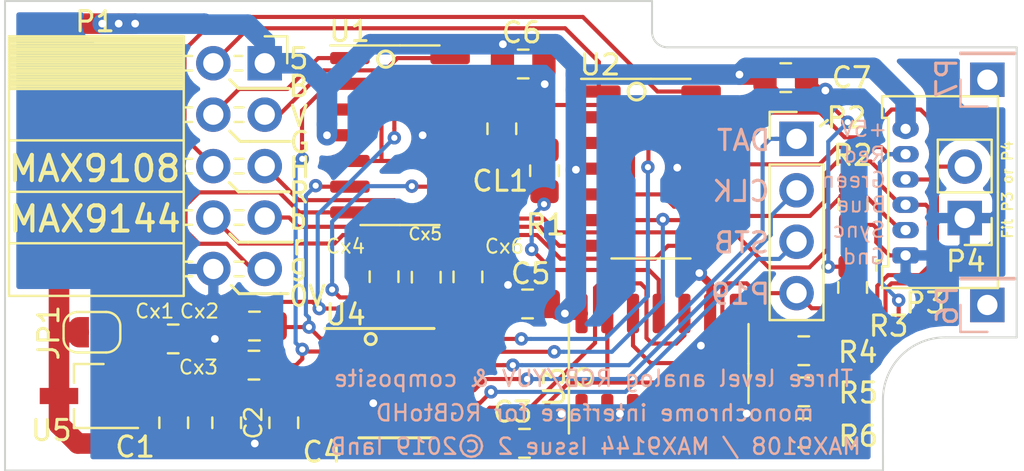
<source format=kicad_pcb>
(kicad_pcb (version 20171130) (host pcbnew "(5.1.4)-1")

  (general
    (thickness 1.6)
    (drawings 62)
    (tracks 579)
    (zones 0)
    (modules 32)
    (nets 36)
  )

  (page A4)
  (layers
    (0 F.Cu signal)
    (31 B.Cu signal)
    (34 B.Paste user hide)
    (35 F.Paste user hide)
    (36 B.SilkS user)
    (37 F.SilkS user)
    (38 B.Mask user hide)
    (39 F.Mask user)
    (40 Dwgs.User user hide)
    (41 Cmts.User user hide)
    (44 Edge.Cuts user)
    (45 Margin user hide)
    (46 B.CrtYd user hide)
    (47 F.CrtYd user hide)
    (48 B.Fab user hide)
    (49 F.Fab user hide)
  )

  (setup
    (last_trace_width 0.2032)
    (user_trace_width 0.2032)
    (user_trace_width 0.381)
    (user_trace_width 0.635)
    (user_trace_width 0.762)
    (user_trace_width 0.889)
    (user_trace_width 1.016)
    (user_trace_width 1.143)
    (user_trace_width 1.27)
    (trace_clearance 0.2032)
    (zone_clearance 0.508)
    (zone_45_only yes)
    (trace_min 0.2032)
    (via_size 0.6604)
    (via_drill 0.3048)
    (via_min_size 0.6604)
    (via_min_drill 0.3048)
    (uvia_size 0.6096)
    (uvia_drill 0.3048)
    (uvias_allowed no)
    (uvia_min_size 0)
    (uvia_min_drill 0)
    (edge_width 0.1)
    (segment_width 0.2)
    (pcb_text_width 0.2)
    (pcb_text_size 1.25 1.25)
    (mod_edge_width 0.15)
    (mod_text_size 1 1)
    (mod_text_width 0.15)
    (pad_size 1.7 1.7)
    (pad_drill 1)
    (pad_to_mask_clearance 0.15)
    (solder_mask_min_width 0.26)
    (aux_axis_origin 12.502 54.50096)
    (grid_origin 45.002 28.00096)
    (visible_elements 7FFFFFFF)
    (pcbplotparams
      (layerselection 0x010f0_ffffffff)
      (usegerberextensions true)
      (usegerberattributes false)
      (usegerberadvancedattributes false)
      (creategerberjobfile false)
      (excludeedgelayer true)
      (linewidth 0.100000)
      (plotframeref false)
      (viasonmask false)
      (mode 1)
      (useauxorigin false)
      (hpglpennumber 1)
      (hpglpenspeed 20)
      (hpglpendiameter 15.000000)
      (psnegative false)
      (psa4output false)
      (plotreference true)
      (plotvalue false)
      (plotinvisibletext false)
      (padsonsilk false)
      (subtractmaskfromsilk false)
      (outputformat 1)
      (mirror false)
      (drillshape 0)
      (scaleselection 1)
      (outputdirectory "manufacturing/"))
  )

  (net 0 "")
  (net 1 /GND)
  (net 2 /SYNC)
  (net 3 /BLUE)
  (net 4 /GREEN)
  (net 5 /RED)
  (net 6 /BRED)
  (net 7 /BGREEN)
  (net 8 /BBLUE)
  (net 9 /VSYNC)
  (net 10 /VANALOG)
  (net 11 /ASYNC)
  (net 12 /ARED)
  (net 13 /AGREEN)
  (net 14 /ABLUE)
  (net 15 "Net-(P6-Pad1)")
  (net 16 /REFSYNC)
  (net 17 /TERMINATE)
  (net 18 /GPIO22_STB)
  (net 19 /GPIO0_DAT)
  (net 20 "Net-(P7-Pad1)")
  (net 21 /VCC)
  (net 22 /GPIO1_CLK)
  (net 23 /CLAMPLVL)
  (net 24 /CGREEN)
  (net 25 /CLAMP)
  (net 26 "Net-(R1-Pad2)")
  (net 27 /REFGYSYNC)
  (net 28 /REFRBUVLO)
  (net 29 /REFRBUVHI)
  (net 30 /REFGYHI)
  (net 31 /REFGYLO)
  (net 32 "Net-(R4-Pad2)")
  (net 33 "Net-(R5-Pad2)")
  (net 34 "Net-(R6-Pad2)")
  (net 35 "Net-(U4-Pad14)")

  (net_class Default "This is the default net class."
    (clearance 0.2032)
    (trace_width 0.2032)
    (via_dia 0.6604)
    (via_drill 0.3048)
    (uvia_dia 0.6096)
    (uvia_drill 0.3048)
    (diff_pair_width 0.2032)
    (diff_pair_gap 0.25)
    (add_net /ABLUE)
    (add_net /AGREEN)
    (add_net /ARED)
    (add_net /ASYNC)
    (add_net /BBLUE)
    (add_net /BGREEN)
    (add_net /BLUE)
    (add_net /BRED)
    (add_net /CGREEN)
    (add_net /CLAMP)
    (add_net /CLAMPLVL)
    (add_net /GND)
    (add_net /GPIO0_DAT)
    (add_net /GPIO1_CLK)
    (add_net /GPIO22_STB)
    (add_net /GREEN)
    (add_net /RED)
    (add_net /REFGYHI)
    (add_net /REFGYLO)
    (add_net /REFGYSYNC)
    (add_net /REFRBUVHI)
    (add_net /REFRBUVLO)
    (add_net /REFSYNC)
    (add_net /SYNC)
    (add_net /TERMINATE)
    (add_net /VANALOG)
    (add_net /VCC)
    (add_net /VSYNC)
    (add_net "Net-(P6-Pad1)")
    (add_net "Net-(P7-Pad1)")
    (add_net "Net-(R1-Pad2)")
    (add_net "Net-(R4-Pad2)")
    (add_net "Net-(R5-Pad2)")
    (add_net "Net-(R6-Pad2)")
    (add_net "Net-(U4-Pad14)")
  )

  (net_class Power ""
    (clearance 0.2032)
    (trace_width 0.381)
    (via_dia 0.762)
    (via_drill 0.381)
    (uvia_dia 0.6096)
    (uvia_drill 0.3048)
    (diff_pair_width 0.2032)
    (diff_pair_gap 0.25)
  )

  (module Capacitor_SMD:C_0805_2012Metric_Pad1.15x1.40mm_HandSolder (layer F.Cu) (tedit 5B36C52B) (tstamp 5DC8CC0C)
    (at 53.3332 46.26356 180)
    (descr "Capacitor SMD 0805 (2012 Metric), square (rectangular) end terminal, IPC_7351 nominal with elongated pad for handsoldering. (Body size source: https://docs.google.com/spreadsheets/d/1BsfQQcO9C6DZCsRaXUlFlo91Tg2WpOkGARC1WS5S8t0/edit?usp=sharing), generated with kicad-footprint-generator")
    (tags "capacitor handsolder")
    (path /5DCE4EBF)
    (attr smd)
    (fp_text reference C5 (at -0.1524 1.4986) (layer F.SilkS)
      (effects (font (size 1 1) (thickness 0.15)))
    )
    (fp_text value 100n (at 0 1.65) (layer F.Fab)
      (effects (font (size 1 1) (thickness 0.15)))
    )
    (fp_text user %R (at 0 0) (layer F.Fab)
      (effects (font (size 0.5 0.5) (thickness 0.08)))
    )
    (fp_line (start 1.85 0.95) (end -1.85 0.95) (layer F.CrtYd) (width 0.05))
    (fp_line (start 1.85 -0.95) (end 1.85 0.95) (layer F.CrtYd) (width 0.05))
    (fp_line (start -1.85 -0.95) (end 1.85 -0.95) (layer F.CrtYd) (width 0.05))
    (fp_line (start -1.85 0.95) (end -1.85 -0.95) (layer F.CrtYd) (width 0.05))
    (fp_line (start -0.261252 0.71) (end 0.261252 0.71) (layer F.SilkS) (width 0.12))
    (fp_line (start -0.261252 -0.71) (end 0.261252 -0.71) (layer F.SilkS) (width 0.12))
    (fp_line (start 1 0.6) (end -1 0.6) (layer F.Fab) (width 0.1))
    (fp_line (start 1 -0.6) (end 1 0.6) (layer F.Fab) (width 0.1))
    (fp_line (start -1 -0.6) (end 1 -0.6) (layer F.Fab) (width 0.1))
    (fp_line (start -1 0.6) (end -1 -0.6) (layer F.Fab) (width 0.1))
    (pad 2 smd roundrect (at 1.025 0 180) (size 1.15 1.4) (layers F.Cu F.Paste F.Mask) (roundrect_rratio 0.217391)
      (net 1 /GND))
    (pad 1 smd roundrect (at -1.025 0 180) (size 1.15 1.4) (layers F.Cu F.Paste F.Mask) (roundrect_rratio 0.217391)
      (net 21 /VCC))
    (model ${KISYS3DMOD}/Capacitor_SMD.3dshapes/C_0805_2012Metric.wrl
      (at (xyz 0 0 0))
      (scale (xyz 1 1 1))
      (rotate (xyz 0 0 0))
    )
  )

  (module Package_SO:QSOP-16_3.9x4.9mm_P0.635mm (layer F.Cu) (tedit 5A02F25C) (tstamp 5DE9AC6A)
    (at 46.8562 50.20056)
    (descr "16-Lead Plastic Shrink Small Outline Narrow Body (QR)-.150\" Body [QSOP] (see Microchip Packaging Specification 00000049BS.pdf)")
    (tags "SSOP 0.635")
    (path /5DEBF7A0)
    (attr smd)
    (fp_text reference U4 (at -2.5146 -3.4036) (layer F.SilkS)
      (effects (font (size 1 1) (thickness 0.15)))
    )
    (fp_text value MAX5259EEE+ (at 0 3.5) (layer F.Fab)
      (effects (font (size 1 1) (thickness 0.15)))
    )
    (fp_line (start -0.95 -2.45) (end 1.95 -2.45) (layer F.Fab) (width 0.15))
    (fp_line (start 1.95 -2.45) (end 1.95 2.45) (layer F.Fab) (width 0.15))
    (fp_line (start 1.95 2.45) (end -1.95 2.45) (layer F.Fab) (width 0.15))
    (fp_line (start -1.95 2.45) (end -1.95 -1.45) (layer F.Fab) (width 0.15))
    (fp_line (start -1.95 -1.45) (end -0.95 -2.45) (layer F.Fab) (width 0.15))
    (fp_line (start -3.7 -2.85) (end -3.7 2.8) (layer F.CrtYd) (width 0.05))
    (fp_line (start 3.7 -2.85) (end 3.7 2.8) (layer F.CrtYd) (width 0.05))
    (fp_line (start -3.7 -2.85) (end 3.7 -2.85) (layer F.CrtYd) (width 0.05))
    (fp_line (start -3.7 2.8) (end 3.7 2.8) (layer F.CrtYd) (width 0.05))
    (fp_line (start -1.8543 2.675) (end 1.8543 2.675) (layer F.SilkS) (width 0.15))
    (fp_line (start -3.525 -2.725) (end 1.8586 -2.725) (layer F.SilkS) (width 0.15))
    (fp_text user %R (at 0 0) (layer F.Fab)
      (effects (font (size 0.7 0.7) (thickness 0.15)))
    )
    (pad 1 smd rect (at -2.6543 -2.2225) (size 1.6 0.41) (layers F.Cu F.Paste F.Mask)
      (net 31 /REFGYLO))
    (pad 2 smd rect (at -2.6543 -1.5875) (size 1.6 0.41) (layers F.Cu F.Paste F.Mask)
      (net 30 /REFGYHI))
    (pad 3 smd rect (at -2.6543 -0.9525) (size 1.6 0.41) (layers F.Cu F.Paste F.Mask)
      (net 1 /GND))
    (pad 4 smd rect (at -2.6543 -0.3175) (size 1.6 0.41) (layers F.Cu F.Paste F.Mask)
      (net 10 /VANALOG))
    (pad 5 smd rect (at -2.6543 0.3175) (size 1.6 0.41) (layers F.Cu F.Paste F.Mask)
      (net 10 /VANALOG))
    (pad 6 smd rect (at -2.6543 0.9525) (size 1.6 0.41) (layers F.Cu F.Paste F.Mask)
      (net 1 /GND))
    (pad 7 smd rect (at -2.6543 1.5875) (size 1.6 0.41) (layers F.Cu F.Paste F.Mask)
      (net 27 /REFGYSYNC))
    (pad 8 smd rect (at -2.6543 2.2225) (size 1.6 0.41) (layers F.Cu F.Paste F.Mask)
      (net 16 /REFSYNC))
    (pad 9 smd rect (at 2.6543 2.2225) (size 1.6 0.41) (layers F.Cu F.Paste F.Mask)
      (net 17 /TERMINATE))
    (pad 10 smd rect (at 2.6543 1.5875) (size 1.6 0.41) (layers F.Cu F.Paste F.Mask)
      (net 23 /CLAMPLVL))
    (pad 11 smd rect (at 2.6543 0.9525) (size 1.6 0.41) (layers F.Cu F.Paste F.Mask)
      (net 18 /GPIO22_STB))
    (pad 12 smd rect (at 2.6543 0.3175) (size 1.6 0.41) (layers F.Cu F.Paste F.Mask)
      (net 22 /GPIO1_CLK))
    (pad 13 smd rect (at 2.6543 -0.3175) (size 1.6 0.41) (layers F.Cu F.Paste F.Mask)
      (net 19 /GPIO0_DAT))
    (pad 14 smd rect (at 2.6543 -0.9525) (size 1.6 0.41) (layers F.Cu F.Paste F.Mask)
      (net 35 "Net-(U4-Pad14)"))
    (pad 15 smd rect (at 2.6543 -1.5875) (size 1.6 0.41) (layers F.Cu F.Paste F.Mask)
      (net 28 /REFRBUVLO))
    (pad 16 smd rect (at 2.6543 -2.2225) (size 1.6 0.41) (layers F.Cu F.Paste F.Mask)
      (net 29 /REFRBUVHI))
    (model ${KISYS3DMOD}/Package_SO.3dshapes/QSOP-16_3.9x4.9mm_P0.635mm.wrl
      (at (xyz 0 0 0))
      (scale (xyz 1 1 1))
      (rotate (xyz 0 0 0))
    )
  )

  (module Connector_PinHeader_2.54mm:PinHeader_1x04_P2.54mm_Vertical (layer F.Cu) (tedit 59FED5CC) (tstamp 5DCC4DD0)
    (at 66.6174 38.11016)
    (descr "Through hole straight pin header, 1x04, 2.54mm pitch, single row")
    (tags "Through hole pin header THT 1x04 2.54mm single row")
    (path /5DCFA861)
    (fp_text reference P2 (at 2.4638 -1.0414) (layer F.SilkS)
      (effects (font (size 1 1) (thickness 0.15)))
    )
    (fp_text value Conn_01x04 (at 0 9.95) (layer F.Fab)
      (effects (font (size 1 1) (thickness 0.15)))
    )
    (fp_text user %R (at 0 3.81 90) (layer F.Fab)
      (effects (font (size 1 1) (thickness 0.15)))
    )
    (fp_line (start 1.8 -1.8) (end -1.8 -1.8) (layer F.CrtYd) (width 0.05))
    (fp_line (start 1.8 9.4) (end 1.8 -1.8) (layer F.CrtYd) (width 0.05))
    (fp_line (start -1.8 9.4) (end 1.8 9.4) (layer F.CrtYd) (width 0.05))
    (fp_line (start -1.8 -1.8) (end -1.8 9.4) (layer F.CrtYd) (width 0.05))
    (fp_line (start -1.33 -1.33) (end 0 -1.33) (layer F.SilkS) (width 0.12))
    (fp_line (start -1.33 0) (end -1.33 -1.33) (layer F.SilkS) (width 0.12))
    (fp_line (start -1.33 1.27) (end 1.33 1.27) (layer F.SilkS) (width 0.12))
    (fp_line (start 1.33 1.27) (end 1.33 8.95) (layer F.SilkS) (width 0.12))
    (fp_line (start -1.33 1.27) (end -1.33 8.95) (layer F.SilkS) (width 0.12))
    (fp_line (start -1.33 8.95) (end 1.33 8.95) (layer F.SilkS) (width 0.12))
    (fp_line (start -1.27 -0.635) (end -0.635 -1.27) (layer F.Fab) (width 0.1))
    (fp_line (start -1.27 8.89) (end -1.27 -0.635) (layer F.Fab) (width 0.1))
    (fp_line (start 1.27 8.89) (end -1.27 8.89) (layer F.Fab) (width 0.1))
    (fp_line (start 1.27 -1.27) (end 1.27 8.89) (layer F.Fab) (width 0.1))
    (fp_line (start -0.635 -1.27) (end 1.27 -1.27) (layer F.Fab) (width 0.1))
    (pad 4 thru_hole oval (at 0 7.62) (size 1.7 1.7) (drill 1) (layers *.Cu *.Mask)
      (net 25 /CLAMP))
    (pad 3 thru_hole oval (at 0 5.08) (size 1.7 1.7) (drill 1) (layers *.Cu *.Mask)
      (net 18 /GPIO22_STB))
    (pad 2 thru_hole oval (at 0 2.54) (size 1.7 1.7) (drill 1) (layers *.Cu *.Mask)
      (net 22 /GPIO1_CLK))
    (pad 1 thru_hole rect (at 0 0) (size 1.7 1.7) (drill 1) (layers *.Cu *.Mask)
      (net 19 /GPIO0_DAT))
    (model ${KISYS3DMOD}/Connector_PinHeader_2.54mm.3dshapes/PinHeader_1x04_P2.54mm_Vertical.wrl
      (at (xyz 0 0 0))
      (scale (xyz 1 1 1))
      (rotate (xyz 0 0 0))
    )
  )

  (module Connector_PinHeader_2.54mm:PinHeader_1x02_P2.54mm_Vertical (layer F.Cu) (tedit 59FED5CC) (tstamp 5DCB09B9)
    (at 74.9232 42.02176 180)
    (descr "Through hole straight pin header, 1x02, 2.54mm pitch, single row")
    (tags "Through hole pin header THT 1x02 2.54mm single row")
    (path /5DD175CA)
    (attr virtual)
    (fp_text reference P4 (at -0.0508 -2.1336) (layer F.SilkS)
      (effects (font (size 1 1) (thickness 0.15)))
    )
    (fp_text value Conn_01x02 (at 0 4.87) (layer F.Fab)
      (effects (font (size 1 1) (thickness 0.15)))
    )
    (fp_line (start -0.635 -1.27) (end 1.27 -1.27) (layer F.Fab) (width 0.1))
    (fp_line (start 1.27 -1.27) (end 1.27 3.81) (layer F.Fab) (width 0.1))
    (fp_line (start 1.27 3.81) (end -1.27 3.81) (layer F.Fab) (width 0.1))
    (fp_line (start -1.27 3.81) (end -1.27 -0.635) (layer F.Fab) (width 0.1))
    (fp_line (start -1.27 -0.635) (end -0.635 -1.27) (layer F.Fab) (width 0.1))
    (fp_line (start -1.33 3.87) (end 1.33 3.87) (layer F.SilkS) (width 0.12))
    (fp_line (start -1.33 1.27) (end -1.33 3.87) (layer F.SilkS) (width 0.12))
    (fp_line (start 1.33 1.27) (end 1.33 3.87) (layer F.SilkS) (width 0.12))
    (fp_line (start -1.33 1.27) (end 1.33 1.27) (layer F.SilkS) (width 0.12))
    (fp_line (start -1.33 0) (end -1.33 -1.33) (layer F.SilkS) (width 0.12))
    (fp_line (start -1.33 -1.33) (end 0 -1.33) (layer F.SilkS) (width 0.12))
    (fp_line (start -1.8 -1.8) (end -1.8 4.35) (layer F.CrtYd) (width 0.05))
    (fp_line (start -1.8 4.35) (end 1.8 4.35) (layer F.CrtYd) (width 0.05))
    (fp_line (start 1.8 4.35) (end 1.8 -1.8) (layer F.CrtYd) (width 0.05))
    (fp_line (start 1.8 -1.8) (end -1.8 -1.8) (layer F.CrtYd) (width 0.05))
    (fp_text user %R (at 0 1.27 90) (layer F.Fab)
      (effects (font (size 1 1) (thickness 0.15)))
    )
    (pad 1 thru_hole rect (at 0 0 180) (size 1.7 1.7) (drill 1) (layers *.Cu *.Mask)
      (net 1 /GND))
    (pad 2 thru_hole oval (at 0 2.54 180) (size 1.7 1.7) (drill 1) (layers *.Cu *.Mask)
      (net 13 /AGREEN))
    (model ${KISYS3DMOD}/Connector_PinHeader_2.54mm.3dshapes/PinHeader_1x02_P2.54mm_Vertical.wrl
      (at (xyz 0 0 0))
      (scale (xyz 1 1 1))
      (rotate (xyz 0 0 0))
    )
  )

  (module Package_SO:SOIC-14_3.9x8.7mm_P1.27mm (layer F.Cu) (tedit 5C97300E) (tstamp 5DE9AC4A)
    (at 59.8102 49.20996 90)
    (descr "SOIC, 14 Pin (JEDEC MS-012AB, https://www.analog.com/media/en/package-pcb-resources/package/pkg_pdf/soic_narrow-r/r_14.pdf), generated with kicad-footprint-generator ipc_gullwing_generator.py")
    (tags "SOIC SO")
    (path /5E118FBF)
    (attr smd)
    (fp_text reference U3 (at -1.143 -5.1562 90) (layer F.SilkS)
      (effects (font (size 1 1) (thickness 0.15)))
    )
    (fp_text value 4066 (at 0 5.28 90) (layer F.Fab)
      (effects (font (size 1 1) (thickness 0.15)))
    )
    (fp_line (start 0 4.435) (end 1.95 4.435) (layer F.SilkS) (width 0.12))
    (fp_line (start 0 4.435) (end -1.95 4.435) (layer F.SilkS) (width 0.12))
    (fp_line (start 0 -4.435) (end 1.95 -4.435) (layer F.SilkS) (width 0.12))
    (fp_line (start 0 -4.435) (end -3.45 -4.435) (layer F.SilkS) (width 0.12))
    (fp_line (start -0.975 -4.325) (end 1.95 -4.325) (layer F.Fab) (width 0.1))
    (fp_line (start 1.95 -4.325) (end 1.95 4.325) (layer F.Fab) (width 0.1))
    (fp_line (start 1.95 4.325) (end -1.95 4.325) (layer F.Fab) (width 0.1))
    (fp_line (start -1.95 4.325) (end -1.95 -3.35) (layer F.Fab) (width 0.1))
    (fp_line (start -1.95 -3.35) (end -0.975 -4.325) (layer F.Fab) (width 0.1))
    (fp_line (start -3.7 -4.58) (end -3.7 4.58) (layer F.CrtYd) (width 0.05))
    (fp_line (start -3.7 4.58) (end 3.7 4.58) (layer F.CrtYd) (width 0.05))
    (fp_line (start 3.7 4.58) (end 3.7 -4.58) (layer F.CrtYd) (width 0.05))
    (fp_line (start 3.7 -4.58) (end -3.7 -4.58) (layer F.CrtYd) (width 0.05))
    (fp_text user %R (at 0 0 90) (layer F.Fab)
      (effects (font (size 0.98 0.98) (thickness 0.15)))
    )
    (pad 1 smd roundrect (at -2.475 -3.81 90) (size 1.95 0.6) (layers F.Cu F.Paste F.Mask) (roundrect_rratio 0.25)
      (net 34 "Net-(R6-Pad2)"))
    (pad 2 smd roundrect (at -2.475 -2.54 90) (size 1.95 0.6) (layers F.Cu F.Paste F.Mask) (roundrect_rratio 0.25)
      (net 1 /GND))
    (pad 3 smd roundrect (at -2.475 -1.27 90) (size 1.95 0.6) (layers F.Cu F.Paste F.Mask) (roundrect_rratio 0.25)
      (net 1 /GND))
    (pad 4 smd roundrect (at -2.475 0 90) (size 1.95 0.6) (layers F.Cu F.Paste F.Mask) (roundrect_rratio 0.25)
      (net 33 "Net-(R5-Pad2)"))
    (pad 5 smd roundrect (at -2.475 1.27 90) (size 1.95 0.6) (layers F.Cu F.Paste F.Mask) (roundrect_rratio 0.25)
      (net 17 /TERMINATE))
    (pad 6 smd roundrect (at -2.475 2.54 90) (size 1.95 0.6) (layers F.Cu F.Paste F.Mask) (roundrect_rratio 0.25)
      (net 17 /TERMINATE))
    (pad 7 smd roundrect (at -2.475 3.81 90) (size 1.95 0.6) (layers F.Cu F.Paste F.Mask) (roundrect_rratio 0.25)
      (net 1 /GND))
    (pad 8 smd roundrect (at 2.475 3.81 90) (size 1.95 0.6) (layers F.Cu F.Paste F.Mask) (roundrect_rratio 0.25)
      (net 32 "Net-(R4-Pad2)"))
    (pad 9 smd roundrect (at 2.475 2.54 90) (size 1.95 0.6) (layers F.Cu F.Paste F.Mask) (roundrect_rratio 0.25)
      (net 1 /GND))
    (pad 10 smd roundrect (at 2.475 1.27 90) (size 1.95 0.6) (layers F.Cu F.Paste F.Mask) (roundrect_rratio 0.25)
      (net 23 /CLAMPLVL))
    (pad 11 smd roundrect (at 2.475 0 90) (size 1.95 0.6) (layers F.Cu F.Paste F.Mask) (roundrect_rratio 0.25)
      (net 26 "Net-(R1-Pad2)"))
    (pad 12 smd roundrect (at 2.475 -1.27 90) (size 1.95 0.6) (layers F.Cu F.Paste F.Mask) (roundrect_rratio 0.25)
      (net 25 /CLAMP))
    (pad 13 smd roundrect (at 2.475 -2.54 90) (size 1.95 0.6) (layers F.Cu F.Paste F.Mask) (roundrect_rratio 0.25)
      (net 17 /TERMINATE))
    (pad 14 smd roundrect (at 2.475 -3.81 90) (size 1.95 0.6) (layers F.Cu F.Paste F.Mask) (roundrect_rratio 0.25)
      (net 21 /VCC))
    (model ${KISYS3DMOD}/Package_SO.3dshapes/SOIC-14_3.9x8.7mm_P1.27mm.wrl
      (at (xyz 0 0 0))
      (scale (xyz 1 1 1))
      (rotate (xyz 0 0 0))
    )
  )

  (module Resistor_SMD:R_0805_2012Metric_Pad1.15x1.40mm_HandSolder (layer F.Cu) (tedit 5B36C52B) (tstamp 5DE9AC19)
    (at 69.386 45.45076 270)
    (descr "Resistor SMD 0805 (2012 Metric), square (rectangular) end terminal, IPC_7351 nominal with elongated pad for handsoldering. (Body size source: https://docs.google.com/spreadsheets/d/1BsfQQcO9C6DZCsRaXUlFlo91Tg2WpOkGARC1WS5S8t0/edit?usp=sharing), generated with kicad-footprint-generator")
    (tags "resistor handsolder")
    (path /5E08BDE2)
    (attr smd)
    (fp_text reference R3 (at 1.905 -1.778) (layer F.SilkS)
      (effects (font (size 1 1) (thickness 0.15)))
    )
    (fp_text value 1K (at 0 1.65 90) (layer F.Fab)
      (effects (font (size 1 1) (thickness 0.15)))
    )
    (fp_text user %R (at 0 0 90) (layer F.Fab)
      (effects (font (size 0.5 0.5) (thickness 0.08)))
    )
    (fp_line (start 1.85 0.95) (end -1.85 0.95) (layer F.CrtYd) (width 0.05))
    (fp_line (start 1.85 -0.95) (end 1.85 0.95) (layer F.CrtYd) (width 0.05))
    (fp_line (start -1.85 -0.95) (end 1.85 -0.95) (layer F.CrtYd) (width 0.05))
    (fp_line (start -1.85 0.95) (end -1.85 -0.95) (layer F.CrtYd) (width 0.05))
    (fp_line (start -0.261252 0.71) (end 0.261252 0.71) (layer F.SilkS) (width 0.12))
    (fp_line (start -0.261252 -0.71) (end 0.261252 -0.71) (layer F.SilkS) (width 0.12))
    (fp_line (start 1 0.6) (end -1 0.6) (layer F.Fab) (width 0.1))
    (fp_line (start 1 -0.6) (end 1 0.6) (layer F.Fab) (width 0.1))
    (fp_line (start -1 -0.6) (end 1 -0.6) (layer F.Fab) (width 0.1))
    (fp_line (start -1 0.6) (end -1 -0.6) (layer F.Fab) (width 0.1))
    (pad 2 smd roundrect (at 1.025 0 270) (size 1.15 1.4) (layers F.Cu F.Paste F.Mask) (roundrect_rratio 0.217391)
      (net 25 /CLAMP))
    (pad 1 smd roundrect (at -1.025 0 270) (size 1.15 1.4) (layers F.Cu F.Paste F.Mask) (roundrect_rratio 0.217391)
      (net 21 /VCC))
    (model ${KISYS3DMOD}/Resistor_SMD.3dshapes/R_0805_2012Metric.wrl
      (at (xyz 0 0 0))
      (scale (xyz 1 1 1))
      (rotate (xyz 0 0 0))
    )
  )

  (module Resistor_SMD:R_0805_2012Metric_Pad1.15x1.40mm_HandSolder (layer F.Cu) (tedit 5B36C52B) (tstamp 5DEAAA5E)
    (at 66.973 48.57496 180)
    (descr "Resistor SMD 0805 (2012 Metric), square (rectangular) end terminal, IPC_7351 nominal with elongated pad for handsoldering. (Body size source: https://docs.google.com/spreadsheets/d/1BsfQQcO9C6DZCsRaXUlFlo91Tg2WpOkGARC1WS5S8t0/edit?usp=sharing), generated with kicad-footprint-generator")
    (tags "resistor handsolder")
    (path /5DFCAEED)
    (attr smd)
    (fp_text reference R4 (at -2.667 -0.0762) (layer F.SilkS)
      (effects (font (size 1 1) (thickness 0.15)))
    )
    (fp_text value 75R (at 0 1.65) (layer F.Fab)
      (effects (font (size 1 1) (thickness 0.15)))
    )
    (fp_line (start -1 0.6) (end -1 -0.6) (layer F.Fab) (width 0.1))
    (fp_line (start -1 -0.6) (end 1 -0.6) (layer F.Fab) (width 0.1))
    (fp_line (start 1 -0.6) (end 1 0.6) (layer F.Fab) (width 0.1))
    (fp_line (start 1 0.6) (end -1 0.6) (layer F.Fab) (width 0.1))
    (fp_line (start -0.261252 -0.71) (end 0.261252 -0.71) (layer F.SilkS) (width 0.12))
    (fp_line (start -0.261252 0.71) (end 0.261252 0.71) (layer F.SilkS) (width 0.12))
    (fp_line (start -1.85 0.95) (end -1.85 -0.95) (layer F.CrtYd) (width 0.05))
    (fp_line (start -1.85 -0.95) (end 1.85 -0.95) (layer F.CrtYd) (width 0.05))
    (fp_line (start 1.85 -0.95) (end 1.85 0.95) (layer F.CrtYd) (width 0.05))
    (fp_line (start 1.85 0.95) (end -1.85 0.95) (layer F.CrtYd) (width 0.05))
    (fp_text user %R (at 0 0) (layer F.Fab)
      (effects (font (size 0.5 0.5) (thickness 0.08)))
    )
    (pad 1 smd roundrect (at -1.025 0 180) (size 1.15 1.4) (layers F.Cu F.Paste F.Mask) (roundrect_rratio 0.217391)
      (net 14 /ABLUE))
    (pad 2 smd roundrect (at 1.025 0 180) (size 1.15 1.4) (layers F.Cu F.Paste F.Mask) (roundrect_rratio 0.217391)
      (net 32 "Net-(R4-Pad2)"))
    (model ${KISYS3DMOD}/Resistor_SMD.3dshapes/R_0805_2012Metric.wrl
      (at (xyz 0 0 0))
      (scale (xyz 1 1 1))
      (rotate (xyz 0 0 0))
    )
  )

  (module Resistor_SMD:R_0805_2012Metric_Pad1.15x1.40mm_HandSolder (layer F.Cu) (tedit 5B36C52B) (tstamp 5DEAAA6F)
    (at 66.973 50.60696 180)
    (descr "Resistor SMD 0805 (2012 Metric), square (rectangular) end terminal, IPC_7351 nominal with elongated pad for handsoldering. (Body size source: https://docs.google.com/spreadsheets/d/1BsfQQcO9C6DZCsRaXUlFlo91Tg2WpOkGARC1WS5S8t0/edit?usp=sharing), generated with kicad-footprint-generator")
    (tags "resistor handsolder")
    (path /5DFFC467)
    (attr smd)
    (fp_text reference R5 (at -2.6924 -0.0508) (layer F.SilkS)
      (effects (font (size 1 1) (thickness 0.15)))
    )
    (fp_text value 75R (at 0 1.65) (layer F.Fab)
      (effects (font (size 1 1) (thickness 0.15)))
    )
    (fp_text user %R (at 0 0) (layer F.Fab)
      (effects (font (size 0.5 0.5) (thickness 0.08)))
    )
    (fp_line (start 1.85 0.95) (end -1.85 0.95) (layer F.CrtYd) (width 0.05))
    (fp_line (start 1.85 -0.95) (end 1.85 0.95) (layer F.CrtYd) (width 0.05))
    (fp_line (start -1.85 -0.95) (end 1.85 -0.95) (layer F.CrtYd) (width 0.05))
    (fp_line (start -1.85 0.95) (end -1.85 -0.95) (layer F.CrtYd) (width 0.05))
    (fp_line (start -0.261252 0.71) (end 0.261252 0.71) (layer F.SilkS) (width 0.12))
    (fp_line (start -0.261252 -0.71) (end 0.261252 -0.71) (layer F.SilkS) (width 0.12))
    (fp_line (start 1 0.6) (end -1 0.6) (layer F.Fab) (width 0.1))
    (fp_line (start 1 -0.6) (end 1 0.6) (layer F.Fab) (width 0.1))
    (fp_line (start -1 -0.6) (end 1 -0.6) (layer F.Fab) (width 0.1))
    (fp_line (start -1 0.6) (end -1 -0.6) (layer F.Fab) (width 0.1))
    (pad 2 smd roundrect (at 1.025 0 180) (size 1.15 1.4) (layers F.Cu F.Paste F.Mask) (roundrect_rratio 0.217391)
      (net 33 "Net-(R5-Pad2)"))
    (pad 1 smd roundrect (at -1.025 0 180) (size 1.15 1.4) (layers F.Cu F.Paste F.Mask) (roundrect_rratio 0.217391)
      (net 13 /AGREEN))
    (model ${KISYS3DMOD}/Resistor_SMD.3dshapes/R_0805_2012Metric.wrl
      (at (xyz 0 0 0))
      (scale (xyz 1 1 1))
      (rotate (xyz 0 0 0))
    )
  )

  (module Resistor_SMD:R_0805_2012Metric_Pad1.15x1.40mm_HandSolder (layer F.Cu) (tedit 5B36C52B) (tstamp 5DEAAA80)
    (at 66.973 52.63896 180)
    (descr "Resistor SMD 0805 (2012 Metric), square (rectangular) end terminal, IPC_7351 nominal with elongated pad for handsoldering. (Body size source: https://docs.google.com/spreadsheets/d/1BsfQQcO9C6DZCsRaXUlFlo91Tg2WpOkGARC1WS5S8t0/edit?usp=sharing), generated with kicad-footprint-generator")
    (tags "resistor handsolder")
    (path /5DFFCF3C)
    (attr smd)
    (fp_text reference R6 (at -2.6924 -0.1524) (layer F.SilkS)
      (effects (font (size 1 1) (thickness 0.15)))
    )
    (fp_text value 75R (at 0 1.65) (layer F.Fab)
      (effects (font (size 1 1) (thickness 0.15)))
    )
    (fp_line (start -1 0.6) (end -1 -0.6) (layer F.Fab) (width 0.1))
    (fp_line (start -1 -0.6) (end 1 -0.6) (layer F.Fab) (width 0.1))
    (fp_line (start 1 -0.6) (end 1 0.6) (layer F.Fab) (width 0.1))
    (fp_line (start 1 0.6) (end -1 0.6) (layer F.Fab) (width 0.1))
    (fp_line (start -0.261252 -0.71) (end 0.261252 -0.71) (layer F.SilkS) (width 0.12))
    (fp_line (start -0.261252 0.71) (end 0.261252 0.71) (layer F.SilkS) (width 0.12))
    (fp_line (start -1.85 0.95) (end -1.85 -0.95) (layer F.CrtYd) (width 0.05))
    (fp_line (start -1.85 -0.95) (end 1.85 -0.95) (layer F.CrtYd) (width 0.05))
    (fp_line (start 1.85 -0.95) (end 1.85 0.95) (layer F.CrtYd) (width 0.05))
    (fp_line (start 1.85 0.95) (end -1.85 0.95) (layer F.CrtYd) (width 0.05))
    (fp_text user %R (at 0 0) (layer F.Fab)
      (effects (font (size 0.5 0.5) (thickness 0.08)))
    )
    (pad 1 smd roundrect (at -1.025 0 180) (size 1.15 1.4) (layers F.Cu F.Paste F.Mask) (roundrect_rratio 0.217391)
      (net 12 /ARED))
    (pad 2 smd roundrect (at 1.025 0 180) (size 1.15 1.4) (layers F.Cu F.Paste F.Mask) (roundrect_rratio 0.217391)
      (net 34 "Net-(R6-Pad2)"))
    (model ${KISYS3DMOD}/Resistor_SMD.3dshapes/R_0805_2012Metric.wrl
      (at (xyz 0 0 0))
      (scale (xyz 1 1 1))
      (rotate (xyz 0 0 0))
    )
  )

  (module Connector_PinHeader_2.54mm:PinHeader_1x01_P2.54mm_Vertical (layer B.Cu) (tedit 59FED5CC) (tstamp 5DCB8595)
    (at 76.0408 35.18916)
    (descr "Through hole straight pin header, 1x01, 2.54mm pitch, single row")
    (tags "Through hole pin header THT 1x01 2.54mm single row")
    (path /5DD08736)
    (fp_text reference P7 (at -2.0066 -0.0762 90) (layer B.SilkS)
      (effects (font (size 1 1) (thickness 0.15)) (justify mirror))
    )
    (fp_text value Conn_01x01 (at 0 -2.33) (layer B.Fab)
      (effects (font (size 1 1) (thickness 0.15)) (justify mirror))
    )
    (fp_line (start -0.635 1.27) (end 1.27 1.27) (layer B.Fab) (width 0.1))
    (fp_line (start 1.27 1.27) (end 1.27 -1.27) (layer B.Fab) (width 0.1))
    (fp_line (start 1.27 -1.27) (end -1.27 -1.27) (layer B.Fab) (width 0.1))
    (fp_line (start -1.27 -1.27) (end -1.27 0.635) (layer B.Fab) (width 0.1))
    (fp_line (start -1.27 0.635) (end -0.635 1.27) (layer B.Fab) (width 0.1))
    (fp_line (start -1.33 -1.33) (end 1.33 -1.33) (layer B.SilkS) (width 0.12))
    (fp_line (start -1.33 -1.27) (end -1.33 -1.33) (layer B.SilkS) (width 0.12))
    (fp_line (start 1.33 -1.27) (end 1.33 -1.33) (layer B.SilkS) (width 0.12))
    (fp_line (start -1.33 -1.27) (end 1.33 -1.27) (layer B.SilkS) (width 0.12))
    (fp_line (start -1.33 0) (end -1.33 1.33) (layer B.SilkS) (width 0.12))
    (fp_line (start -1.33 1.33) (end 0 1.33) (layer B.SilkS) (width 0.12))
    (fp_line (start -1.8 1.8) (end -1.8 -1.8) (layer B.CrtYd) (width 0.05))
    (fp_line (start -1.8 -1.8) (end 1.8 -1.8) (layer B.CrtYd) (width 0.05))
    (fp_line (start 1.8 -1.8) (end 1.8 1.8) (layer B.CrtYd) (width 0.05))
    (fp_line (start 1.8 1.8) (end -1.8 1.8) (layer B.CrtYd) (width 0.05))
    (fp_text user %R (at 0 0 270) (layer B.Fab)
      (effects (font (size 1 1) (thickness 0.15)) (justify mirror))
    )
    (pad 1 thru_hole rect (at 0 0) (size 1.7 1.7) (drill 1) (layers *.Cu *.Mask)
      (net 20 "Net-(P7-Pad1)"))
    (model ${KISYS3DMOD}/Connector_PinHeader_2.54mm.3dshapes/PinHeader_1x01_P2.54mm_Vertical.wrl
      (at (xyz 0 0 0))
      (scale (xyz 1 1 1))
      (rotate (xyz 0 0 0))
    )
  )

  (module Package_SO:SOIC-14_3.9x8.7mm_P1.27mm (layer F.Cu) (tedit 5C97300E) (tstamp 5DD46B67)
    (at 47.034 37.93236)
    (descr "SOIC, 14 Pin (JEDEC MS-012AB, https://www.analog.com/media/en/package-pcb-resources/package/pkg_pdf/soic_narrow-r/r_14.pdf), generated with kicad-footprint-generator ipc_gullwing_generator.py")
    (tags "SOIC SO")
    (path /5DE5166D)
    (attr smd)
    (fp_text reference U1 (at -2.4892 -5.1308) (layer F.SilkS)
      (effects (font (size 1 1) (thickness 0.15)))
    )
    (fp_text value MAX9144 (at 0 5.28) (layer F.Fab)
      (effects (font (size 1 1) (thickness 0.15)))
    )
    (fp_line (start 0 4.435) (end 1.95 4.435) (layer F.SilkS) (width 0.12))
    (fp_line (start 0 4.435) (end -1.95 4.435) (layer F.SilkS) (width 0.12))
    (fp_line (start 0 -4.435) (end 1.95 -4.435) (layer F.SilkS) (width 0.12))
    (fp_line (start 0 -4.435) (end -3.45 -4.435) (layer F.SilkS) (width 0.12))
    (fp_line (start -0.975 -4.325) (end 1.95 -4.325) (layer F.Fab) (width 0.1))
    (fp_line (start 1.95 -4.325) (end 1.95 4.325) (layer F.Fab) (width 0.1))
    (fp_line (start 1.95 4.325) (end -1.95 4.325) (layer F.Fab) (width 0.1))
    (fp_line (start -1.95 4.325) (end -1.95 -3.35) (layer F.Fab) (width 0.1))
    (fp_line (start -1.95 -3.35) (end -0.975 -4.325) (layer F.Fab) (width 0.1))
    (fp_line (start -3.7 -4.58) (end -3.7 4.58) (layer F.CrtYd) (width 0.05))
    (fp_line (start -3.7 4.58) (end 3.7 4.58) (layer F.CrtYd) (width 0.05))
    (fp_line (start 3.7 4.58) (end 3.7 -4.58) (layer F.CrtYd) (width 0.05))
    (fp_line (start 3.7 -4.58) (end -3.7 -4.58) (layer F.CrtYd) (width 0.05))
    (fp_text user %R (at 0 0) (layer F.Fab)
      (effects (font (size 0.98 0.98) (thickness 0.15)))
    )
    (pad 1 smd roundrect (at -2.475 -3.81) (size 1.95 0.6) (layers F.Cu F.Paste F.Mask) (roundrect_rratio 0.25)
      (net 4 /GREEN))
    (pad 2 smd roundrect (at -2.475 -2.54) (size 1.95 0.6) (layers F.Cu F.Paste F.Mask) (roundrect_rratio 0.25)
      (net 30 /REFGYHI))
    (pad 3 smd roundrect (at -2.475 -1.27) (size 1.95 0.6) (layers F.Cu F.Paste F.Mask) (roundrect_rratio 0.25)
      (net 24 /CGREEN))
    (pad 4 smd roundrect (at -2.475 0) (size 1.95 0.6) (layers F.Cu F.Paste F.Mask) (roundrect_rratio 0.25)
      (net 21 /VCC))
    (pad 5 smd roundrect (at -2.475 1.27) (size 1.95 0.6) (layers F.Cu F.Paste F.Mask) (roundrect_rratio 0.25)
      (net 24 /CGREEN))
    (pad 6 smd roundrect (at -2.475 2.54) (size 1.95 0.6) (layers F.Cu F.Paste F.Mask) (roundrect_rratio 0.25)
      (net 31 /REFGYLO))
    (pad 7 smd roundrect (at -2.475 3.81) (size 1.95 0.6) (layers F.Cu F.Paste F.Mask) (roundrect_rratio 0.25)
      (net 7 /BGREEN))
    (pad 8 smd roundrect (at 2.475 3.81) (size 1.95 0.6) (layers F.Cu F.Paste F.Mask) (roundrect_rratio 0.25)
      (net 2 /SYNC))
    (pad 9 smd roundrect (at 2.475 2.54) (size 1.95 0.6) (layers F.Cu F.Paste F.Mask) (roundrect_rratio 0.25)
      (net 16 /REFSYNC))
    (pad 10 smd roundrect (at 2.475 1.27) (size 1.95 0.6) (layers F.Cu F.Paste F.Mask) (roundrect_rratio 0.25)
      (net 11 /ASYNC))
    (pad 11 smd roundrect (at 2.475 0) (size 1.95 0.6) (layers F.Cu F.Paste F.Mask) (roundrect_rratio 0.25)
      (net 1 /GND))
    (pad 12 smd roundrect (at 2.475 -1.27) (size 1.95 0.6) (layers F.Cu F.Paste F.Mask) (roundrect_rratio 0.25)
      (net 13 /AGREEN))
    (pad 13 smd roundrect (at 2.475 -2.54) (size 1.95 0.6) (layers F.Cu F.Paste F.Mask) (roundrect_rratio 0.25)
      (net 27 /REFGYSYNC))
    (pad 14 smd roundrect (at 2.475 -3.81) (size 1.95 0.6) (layers F.Cu F.Paste F.Mask) (roundrect_rratio 0.25)
      (net 9 /VSYNC))
    (model ${KISYS3DMOD}/Package_SO.3dshapes/SOIC-14_3.9x8.7mm_P1.27mm.wrl
      (at (xyz 0 0 0))
      (scale (xyz 1 1 1))
      (rotate (xyz 0 0 0))
    )
  )

  (module Connector_PinSocket_2.54mm:PinSocket_2x05_P2.54mm_Horizontal (layer F.Cu) (tedit 5A19A422) (tstamp 5DC8CCDC)
    (at 40.3538 34.37636)
    (descr "Through hole angled socket strip, 2x05, 2.54mm pitch, 8.51mm socket length, double cols (from Kicad 4.0.7), script generated")
    (tags "Through hole angled socket strip THT 2x05 2.54mm double row")
    (path /5DB26BD3)
    (fp_text reference P1 (at -8.382 -2.0574) (layer F.SilkS)
      (effects (font (size 1 1) (thickness 0.15)))
    )
    (fp_text value Conn_02x05_Odd_Even (at -5.65 12.93) (layer F.Fab)
      (effects (font (size 1 1) (thickness 0.15)))
    )
    (fp_line (start -12.57 -1.27) (end -5.03 -1.27) (layer F.Fab) (width 0.1))
    (fp_line (start -5.03 -1.27) (end -4.06 -0.3) (layer F.Fab) (width 0.1))
    (fp_line (start -4.06 -0.3) (end -4.06 11.43) (layer F.Fab) (width 0.1))
    (fp_line (start -4.06 11.43) (end -12.57 11.43) (layer F.Fab) (width 0.1))
    (fp_line (start -12.57 11.43) (end -12.57 -1.27) (layer F.Fab) (width 0.1))
    (fp_line (start 0 -0.3) (end -4.06 -0.3) (layer F.Fab) (width 0.1))
    (fp_line (start -4.06 0.3) (end 0 0.3) (layer F.Fab) (width 0.1))
    (fp_line (start 0 0.3) (end 0 -0.3) (layer F.Fab) (width 0.1))
    (fp_line (start 0 2.24) (end -4.06 2.24) (layer F.Fab) (width 0.1))
    (fp_line (start -4.06 2.84) (end 0 2.84) (layer F.Fab) (width 0.1))
    (fp_line (start 0 2.84) (end 0 2.24) (layer F.Fab) (width 0.1))
    (fp_line (start 0 4.78) (end -4.06 4.78) (layer F.Fab) (width 0.1))
    (fp_line (start -4.06 5.38) (end 0 5.38) (layer F.Fab) (width 0.1))
    (fp_line (start 0 5.38) (end 0 4.78) (layer F.Fab) (width 0.1))
    (fp_line (start 0 7.32) (end -4.06 7.32) (layer F.Fab) (width 0.1))
    (fp_line (start -4.06 7.92) (end 0 7.92) (layer F.Fab) (width 0.1))
    (fp_line (start 0 7.92) (end 0 7.32) (layer F.Fab) (width 0.1))
    (fp_line (start 0 9.86) (end -4.06 9.86) (layer F.Fab) (width 0.1))
    (fp_line (start -4.06 10.46) (end 0 10.46) (layer F.Fab) (width 0.1))
    (fp_line (start 0 10.46) (end 0 9.86) (layer F.Fab) (width 0.1))
    (fp_line (start -12.63 -1.21) (end -4 -1.21) (layer F.SilkS) (width 0.12))
    (fp_line (start -12.63 -1.091905) (end -4 -1.091905) (layer F.SilkS) (width 0.12))
    (fp_line (start -12.63 -0.97381) (end -4 -0.97381) (layer F.SilkS) (width 0.12))
    (fp_line (start -12.63 -0.855715) (end -4 -0.855715) (layer F.SilkS) (width 0.12))
    (fp_line (start -12.63 -0.73762) (end -4 -0.73762) (layer F.SilkS) (width 0.12))
    (fp_line (start -12.63 -0.619525) (end -4 -0.619525) (layer F.SilkS) (width 0.12))
    (fp_line (start -12.63 -0.50143) (end -4 -0.50143) (layer F.SilkS) (width 0.12))
    (fp_line (start -12.63 -0.383335) (end -4 -0.383335) (layer F.SilkS) (width 0.12))
    (fp_line (start -12.63 -0.26524) (end -4 -0.26524) (layer F.SilkS) (width 0.12))
    (fp_line (start -12.63 -0.147145) (end -4 -0.147145) (layer F.SilkS) (width 0.12))
    (fp_line (start -12.63 -0.02905) (end -4 -0.02905) (layer F.SilkS) (width 0.12))
    (fp_line (start -12.63 0.089045) (end -4 0.089045) (layer F.SilkS) (width 0.12))
    (fp_line (start -12.63 0.20714) (end -4 0.20714) (layer F.SilkS) (width 0.12))
    (fp_line (start -12.63 0.325235) (end -4 0.325235) (layer F.SilkS) (width 0.12))
    (fp_line (start -12.63 0.44333) (end -4 0.44333) (layer F.SilkS) (width 0.12))
    (fp_line (start -12.63 0.561425) (end -4 0.561425) (layer F.SilkS) (width 0.12))
    (fp_line (start -12.63 0.67952) (end -4 0.67952) (layer F.SilkS) (width 0.12))
    (fp_line (start -12.63 0.797615) (end -4 0.797615) (layer F.SilkS) (width 0.12))
    (fp_line (start -12.63 0.91571) (end -4 0.91571) (layer F.SilkS) (width 0.12))
    (fp_line (start -12.63 1.033805) (end -4 1.033805) (layer F.SilkS) (width 0.12))
    (fp_line (start -12.63 1.1519) (end -4 1.1519) (layer F.SilkS) (width 0.12))
    (fp_line (start -4 -0.36) (end -3.59 -0.36) (layer F.SilkS) (width 0.12))
    (fp_line (start -1.49 -0.36) (end -1.11 -0.36) (layer F.SilkS) (width 0.12))
    (fp_line (start -4 0.36) (end -3.59 0.36) (layer F.SilkS) (width 0.12))
    (fp_line (start -1.49 0.36) (end -1.11 0.36) (layer F.SilkS) (width 0.12))
    (fp_line (start -4 2.18) (end -3.59 2.18) (layer F.SilkS) (width 0.12))
    (fp_line (start -1.49 2.18) (end -1.05 2.18) (layer F.SilkS) (width 0.12))
    (fp_line (start -4 2.9) (end -3.59 2.9) (layer F.SilkS) (width 0.12))
    (fp_line (start -1.49 2.9) (end -1.05 2.9) (layer F.SilkS) (width 0.12))
    (fp_line (start -4 4.72) (end -3.59 4.72) (layer F.SilkS) (width 0.12))
    (fp_line (start -1.49 4.72) (end -1.05 4.72) (layer F.SilkS) (width 0.12))
    (fp_line (start -4 5.44) (end -3.59 5.44) (layer F.SilkS) (width 0.12))
    (fp_line (start -1.49 5.44) (end -1.05 5.44) (layer F.SilkS) (width 0.12))
    (fp_line (start -4 7.26) (end -3.59 7.26) (layer F.SilkS) (width 0.12))
    (fp_line (start -1.49 7.26) (end -1.05 7.26) (layer F.SilkS) (width 0.12))
    (fp_line (start -4 7.98) (end -3.59 7.98) (layer F.SilkS) (width 0.12))
    (fp_line (start -1.49 7.98) (end -1.05 7.98) (layer F.SilkS) (width 0.12))
    (fp_line (start -4 9.8) (end -3.59 9.8) (layer F.SilkS) (width 0.12))
    (fp_line (start -1.49 9.8) (end -1.05 9.8) (layer F.SilkS) (width 0.12))
    (fp_line (start -4 10.52) (end -3.59 10.52) (layer F.SilkS) (width 0.12))
    (fp_line (start -1.49 10.52) (end -1.05 10.52) (layer F.SilkS) (width 0.12))
    (fp_line (start -12.63 1.27) (end -4 1.27) (layer F.SilkS) (width 0.12))
    (fp_line (start -12.63 3.81) (end -4 3.81) (layer F.SilkS) (width 0.12))
    (fp_line (start -12.63 6.35) (end -4 6.35) (layer F.SilkS) (width 0.12))
    (fp_line (start -12.63 8.89) (end -4 8.89) (layer F.SilkS) (width 0.12))
    (fp_line (start -12.63 -1.33) (end -4 -1.33) (layer F.SilkS) (width 0.12))
    (fp_line (start -4 -1.33) (end -4 11.49) (layer F.SilkS) (width 0.12))
    (fp_line (start -12.63 11.49) (end -4 11.49) (layer F.SilkS) (width 0.12))
    (fp_line (start -12.63 -1.33) (end -12.63 11.49) (layer F.SilkS) (width 0.12))
    (fp_line (start 1.11 -1.33) (end 1.11 0) (layer F.SilkS) (width 0.12))
    (fp_line (start 0 -1.33) (end 1.11 -1.33) (layer F.SilkS) (width 0.12))
    (fp_line (start 1.8 -1.75) (end -13.05 -1.75) (layer F.CrtYd) (width 0.05))
    (fp_line (start -13.05 -1.75) (end -13.05 11.95) (layer F.CrtYd) (width 0.05))
    (fp_line (start -13.05 11.95) (end 1.8 11.95) (layer F.CrtYd) (width 0.05))
    (fp_line (start 1.8 11.95) (end 1.8 -1.75) (layer F.CrtYd) (width 0.05))
    (fp_text user %R (at -8.315 5.08 90) (layer F.Fab)
      (effects (font (size 1 1) (thickness 0.15)))
    )
    (pad 1 thru_hole rect (at 0 0) (size 1.7 1.7) (drill 1) (layers *.Cu *.Mask)
      (net 21 /VCC))
    (pad 2 thru_hole oval (at -2.54 0) (size 1.7 1.7) (drill 1) (layers *.Cu *.Mask)
      (net 3 /BLUE))
    (pad 3 thru_hole oval (at 0 2.54) (size 1.7 1.7) (drill 1) (layers *.Cu *.Mask)
      (net 9 /VSYNC))
    (pad 4 thru_hole oval (at -2.54 2.54) (size 1.7 1.7) (drill 1) (layers *.Cu *.Mask)
      (net 4 /GREEN))
    (pad 5 thru_hole oval (at 0 5.08) (size 1.7 1.7) (drill 1) (layers *.Cu *.Mask)
      (net 2 /SYNC))
    (pad 6 thru_hole oval (at -2.54 5.08) (size 1.7 1.7) (drill 1) (layers *.Cu *.Mask)
      (net 5 /RED))
    (pad 7 thru_hole oval (at 0 7.62) (size 1.7 1.7) (drill 1) (layers *.Cu *.Mask)
      (net 8 /BBLUE))
    (pad 8 thru_hole oval (at -2.54 7.62) (size 1.7 1.7) (drill 1) (layers *.Cu *.Mask)
      (net 6 /BRED))
    (pad 9 thru_hole oval (at 0 10.16) (size 1.7 1.7) (drill 1) (layers *.Cu *.Mask)
      (net 7 /BGREEN))
    (pad 10 thru_hole oval (at -2.54 10.16) (size 1.7 1.7) (drill 1) (layers *.Cu *.Mask)
      (net 1 /GND))
    (model ${KISYS3DMOD}/Connector_PinSocket_2.54mm.3dshapes/PinSocket_2x05_P2.54mm_Horizontal.wrl
      (at (xyz 0 0 0))
      (scale (xyz 1 1 1))
      (rotate (xyz 0 0 0))
    )
  )

  (module Capacitor_SMD:C_0805_2012Metric_Pad1.15x1.40mm_HandSolder (layer F.Cu) (tedit 5B36C52B) (tstamp 5DCDAF35)
    (at 66.084 35.08756)
    (descr "Capacitor SMD 0805 (2012 Metric), square (rectangular) end terminal, IPC_7351 nominal with elongated pad for handsoldering. (Body size source: https://docs.google.com/spreadsheets/d/1BsfQQcO9C6DZCsRaXUlFlo91Tg2WpOkGARC1WS5S8t0/edit?usp=sharing), generated with kicad-footprint-generator")
    (tags "capacitor handsolder")
    (path /5DCAB08B)
    (attr smd)
    (fp_text reference C7 (at 3.2512 0) (layer F.SilkS)
      (effects (font (size 1 1) (thickness 0.15)))
    )
    (fp_text value 100n (at 0 1.65) (layer F.Fab)
      (effects (font (size 1 1) (thickness 0.15)))
    )
    (fp_text user %R (at 0 0) (layer F.Fab)
      (effects (font (size 0.5 0.5) (thickness 0.08)))
    )
    (fp_line (start 1.85 0.95) (end -1.85 0.95) (layer F.CrtYd) (width 0.05))
    (fp_line (start 1.85 -0.95) (end 1.85 0.95) (layer F.CrtYd) (width 0.05))
    (fp_line (start -1.85 -0.95) (end 1.85 -0.95) (layer F.CrtYd) (width 0.05))
    (fp_line (start -1.85 0.95) (end -1.85 -0.95) (layer F.CrtYd) (width 0.05))
    (fp_line (start -0.261252 0.71) (end 0.261252 0.71) (layer F.SilkS) (width 0.12))
    (fp_line (start -0.261252 -0.71) (end 0.261252 -0.71) (layer F.SilkS) (width 0.12))
    (fp_line (start 1 0.6) (end -1 0.6) (layer F.Fab) (width 0.1))
    (fp_line (start 1 -0.6) (end 1 0.6) (layer F.Fab) (width 0.1))
    (fp_line (start -1 -0.6) (end 1 -0.6) (layer F.Fab) (width 0.1))
    (fp_line (start -1 0.6) (end -1 -0.6) (layer F.Fab) (width 0.1))
    (pad 2 smd roundrect (at 1.025 0) (size 1.15 1.4) (layers F.Cu F.Paste F.Mask) (roundrect_rratio 0.217391)
      (net 1 /GND))
    (pad 1 smd roundrect (at -1.025 0) (size 1.15 1.4) (layers F.Cu F.Paste F.Mask) (roundrect_rratio 0.217391)
      (net 21 /VCC))
    (model ${KISYS3DMOD}/Capacitor_SMD.3dshapes/C_0805_2012Metric.wrl
      (at (xyz 0 0 0))
      (scale (xyz 1 1 1))
      (rotate (xyz 0 0 0))
    )
  )

  (module Capacitor_SMD:C_0805_2012Metric_Pad1.15x1.40mm_HandSolder (layer F.Cu) (tedit 5B36C52B) (tstamp 5DC8CC3F)
    (at 38.4742 52.13096 270)
    (descr "Capacitor SMD 0805 (2012 Metric), square (rectangular) end terminal, IPC_7351 nominal with elongated pad for handsoldering. (Body size source: https://docs.google.com/spreadsheets/d/1BsfQQcO9C6DZCsRaXUlFlo91Tg2WpOkGARC1WS5S8t0/edit?usp=sharing), generated with kicad-footprint-generator")
    (tags "capacitor handsolder")
    (path /5DD09882)
    (attr smd)
    (fp_text reference C2 (at 0 -1.3208 90) (layer F.SilkS)
      (effects (font (size 0.85 0.85) (thickness 0.12)))
    )
    (fp_text value 10uF (at 0 1.65 90) (layer F.Fab)
      (effects (font (size 1 1) (thickness 0.15)))
    )
    (fp_line (start -1 0.6) (end -1 -0.6) (layer F.Fab) (width 0.1))
    (fp_line (start -1 -0.6) (end 1 -0.6) (layer F.Fab) (width 0.1))
    (fp_line (start 1 -0.6) (end 1 0.6) (layer F.Fab) (width 0.1))
    (fp_line (start 1 0.6) (end -1 0.6) (layer F.Fab) (width 0.1))
    (fp_line (start -0.261252 -0.71) (end 0.261252 -0.71) (layer F.SilkS) (width 0.12))
    (fp_line (start -0.261252 0.71) (end 0.261252 0.71) (layer F.SilkS) (width 0.12))
    (fp_line (start -1.85 0.95) (end -1.85 -0.95) (layer F.CrtYd) (width 0.05))
    (fp_line (start -1.85 -0.95) (end 1.85 -0.95) (layer F.CrtYd) (width 0.05))
    (fp_line (start 1.85 -0.95) (end 1.85 0.95) (layer F.CrtYd) (width 0.05))
    (fp_line (start 1.85 0.95) (end -1.85 0.95) (layer F.CrtYd) (width 0.05))
    (fp_text user %R (at 0 0 90) (layer F.Fab)
      (effects (font (size 0.5 0.5) (thickness 0.08)))
    )
    (pad 1 smd roundrect (at -1.025 0 270) (size 1.15 1.4) (layers F.Cu F.Paste F.Mask) (roundrect_rratio 0.217391)
      (net 10 /VANALOG))
    (pad 2 smd roundrect (at 1.025 0 270) (size 1.15 1.4) (layers F.Cu F.Paste F.Mask) (roundrect_rratio 0.217391)
      (net 1 /GND))
    (model ${KISYS3DMOD}/Capacitor_SMD.3dshapes/C_0805_2012Metric.wrl
      (at (xyz 0 0 0))
      (scale (xyz 1 1 1))
      (rotate (xyz 0 0 0))
    )
  )

  (module Connector_PinHeader_2.54mm:PinHeader_1x01_P2.54mm_Vertical (layer B.Cu) (tedit 59FED5CC) (tstamp 5DCB85A9)
    (at 76.0408 46.31436)
    (descr "Through hole straight pin header, 1x01, 2.54mm pitch, single row")
    (tags "Through hole pin header THT 1x01 2.54mm single row")
    (path /5DD07D72)
    (fp_text reference P6 (at -1.9812 0.0254 90) (layer B.SilkS)
      (effects (font (size 1 1) (thickness 0.15)) (justify mirror))
    )
    (fp_text value Conn_01x01 (at 0 -2.33) (layer B.Fab)
      (effects (font (size 1 1) (thickness 0.15)) (justify mirror))
    )
    (fp_line (start -0.635 1.27) (end 1.27 1.27) (layer B.Fab) (width 0.1))
    (fp_line (start 1.27 1.27) (end 1.27 -1.27) (layer B.Fab) (width 0.1))
    (fp_line (start 1.27 -1.27) (end -1.27 -1.27) (layer B.Fab) (width 0.1))
    (fp_line (start -1.27 -1.27) (end -1.27 0.635) (layer B.Fab) (width 0.1))
    (fp_line (start -1.27 0.635) (end -0.635 1.27) (layer B.Fab) (width 0.1))
    (fp_line (start -1.33 -1.33) (end 1.33 -1.33) (layer B.SilkS) (width 0.12))
    (fp_line (start -1.33 -1.27) (end -1.33 -1.33) (layer B.SilkS) (width 0.12))
    (fp_line (start 1.33 -1.27) (end 1.33 -1.33) (layer B.SilkS) (width 0.12))
    (fp_line (start -1.33 -1.27) (end 1.33 -1.27) (layer B.SilkS) (width 0.12))
    (fp_line (start -1.33 0) (end -1.33 1.33) (layer B.SilkS) (width 0.12))
    (fp_line (start -1.33 1.33) (end 0 1.33) (layer B.SilkS) (width 0.12))
    (fp_line (start -1.8 1.8) (end -1.8 -1.8) (layer B.CrtYd) (width 0.05))
    (fp_line (start -1.8 -1.8) (end 1.8 -1.8) (layer B.CrtYd) (width 0.05))
    (fp_line (start 1.8 -1.8) (end 1.8 1.8) (layer B.CrtYd) (width 0.05))
    (fp_line (start 1.8 1.8) (end -1.8 1.8) (layer B.CrtYd) (width 0.05))
    (fp_text user %R (at 0 0 270) (layer B.Fab)
      (effects (font (size 1 1) (thickness 0.15)) (justify mirror))
    )
    (pad 1 thru_hole rect (at 0 0) (size 1.7 1.7) (drill 1) (layers *.Cu *.Mask)
      (net 15 "Net-(P6-Pad1)"))
    (model ${KISYS3DMOD}/Connector_PinHeader_2.54mm.3dshapes/PinHeader_1x01_P2.54mm_Vertical.wrl
      (at (xyz 0 0 0))
      (scale (xyz 1 1 1))
      (rotate (xyz 0 0 0))
    )
  )

  (module Capacitor_SMD:C_0805_2012Metric_Pad1.15x1.40mm_HandSolder (layer F.Cu) (tedit 5B36C52B) (tstamp 5DCA2A4C)
    (at 35.858 52.13096 90)
    (descr "Capacitor SMD 0805 (2012 Metric), square (rectangular) end terminal, IPC_7351 nominal with elongated pad for handsoldering. (Body size source: https://docs.google.com/spreadsheets/d/1BsfQQcO9C6DZCsRaXUlFlo91Tg2WpOkGARC1WS5S8t0/edit?usp=sharing), generated with kicad-footprint-generator")
    (tags "capacitor handsolder")
    (path /5DCE58C4)
    (attr smd)
    (fp_text reference C1 (at -1.1938 -1.905) (layer F.SilkS)
      (effects (font (size 1 1) (thickness 0.15)))
    )
    (fp_text value 10uF (at 0 1.65 90) (layer F.Fab)
      (effects (font (size 1 1) (thickness 0.15)))
    )
    (fp_text user %R (at 0 0 90) (layer F.Fab)
      (effects (font (size 0.5 0.5) (thickness 0.08)))
    )
    (fp_line (start 1.85 0.95) (end -1.85 0.95) (layer F.CrtYd) (width 0.05))
    (fp_line (start 1.85 -0.95) (end 1.85 0.95) (layer F.CrtYd) (width 0.05))
    (fp_line (start -1.85 -0.95) (end 1.85 -0.95) (layer F.CrtYd) (width 0.05))
    (fp_line (start -1.85 0.95) (end -1.85 -0.95) (layer F.CrtYd) (width 0.05))
    (fp_line (start -0.261252 0.71) (end 0.261252 0.71) (layer F.SilkS) (width 0.12))
    (fp_line (start -0.261252 -0.71) (end 0.261252 -0.71) (layer F.SilkS) (width 0.12))
    (fp_line (start 1 0.6) (end -1 0.6) (layer F.Fab) (width 0.1))
    (fp_line (start 1 -0.6) (end 1 0.6) (layer F.Fab) (width 0.1))
    (fp_line (start -1 -0.6) (end 1 -0.6) (layer F.Fab) (width 0.1))
    (fp_line (start -1 0.6) (end -1 -0.6) (layer F.Fab) (width 0.1))
    (pad 2 smd roundrect (at 1.025 0 90) (size 1.15 1.4) (layers F.Cu F.Paste F.Mask) (roundrect_rratio 0.217391)
      (net 1 /GND))
    (pad 1 smd roundrect (at -1.025 0 90) (size 1.15 1.4) (layers F.Cu F.Paste F.Mask) (roundrect_rratio 0.217391)
      (net 21 /VCC))
    (model ${KISYS3DMOD}/Capacitor_SMD.3dshapes/C_0805_2012Metric.wrl
      (at (xyz 0 0 0))
      (scale (xyz 1 1 1))
      (rotate (xyz 0 0 0))
    )
  )

  (module Package_TO_SOT_SMD:SOT-23_Handsoldering (layer F.Cu) (tedit 5A0AB76C) (tstamp 5DCF45C6)
    (at 31.6924 50.81016 180)
    (descr "SOT-23, Handsoldering")
    (tags SOT-23)
    (path /5DDED86E)
    (attr smd)
    (fp_text reference U5 (at 1.8796 -1.7018) (layer F.SilkS)
      (effects (font (size 1 1) (thickness 0.15)))
    )
    (fp_text value MCP1754S-3302xCB (at 0 2.5) (layer F.Fab)
      (effects (font (size 1 1) (thickness 0.15)))
    )
    (fp_text user %R (at 0 0 90) (layer F.Fab)
      (effects (font (size 0.5 0.5) (thickness 0.075)))
    )
    (fp_line (start 0.76 1.58) (end 0.76 0.65) (layer F.SilkS) (width 0.12))
    (fp_line (start 0.76 -1.58) (end 0.76 -0.65) (layer F.SilkS) (width 0.12))
    (fp_line (start -2.7 -1.75) (end 2.7 -1.75) (layer F.CrtYd) (width 0.05))
    (fp_line (start 2.7 -1.75) (end 2.7 1.75) (layer F.CrtYd) (width 0.05))
    (fp_line (start 2.7 1.75) (end -2.7 1.75) (layer F.CrtYd) (width 0.05))
    (fp_line (start -2.7 1.75) (end -2.7 -1.75) (layer F.CrtYd) (width 0.05))
    (fp_line (start 0.76 -1.58) (end -2.4 -1.58) (layer F.SilkS) (width 0.12))
    (fp_line (start -0.7 -0.95) (end -0.7 1.5) (layer F.Fab) (width 0.1))
    (fp_line (start -0.15 -1.52) (end 0.7 -1.52) (layer F.Fab) (width 0.1))
    (fp_line (start -0.7 -0.95) (end -0.15 -1.52) (layer F.Fab) (width 0.1))
    (fp_line (start 0.7 -1.52) (end 0.7 1.52) (layer F.Fab) (width 0.1))
    (fp_line (start -0.7 1.52) (end 0.7 1.52) (layer F.Fab) (width 0.1))
    (fp_line (start 0.76 1.58) (end -0.7 1.58) (layer F.SilkS) (width 0.12))
    (pad 1 smd rect (at -1.5 -0.95 180) (size 1.9 0.8) (layers F.Cu F.Paste F.Mask)
      (net 1 /GND))
    (pad 2 smd rect (at -1.5 0.95 180) (size 1.9 0.8) (layers F.Cu F.Paste F.Mask)
      (net 10 /VANALOG))
    (pad 3 smd rect (at 1.5 0 180) (size 1.9 0.8) (layers F.Cu F.Paste F.Mask)
      (net 21 /VCC))
    (model ${KISYS3DMOD}/Package_TO_SOT_SMD.3dshapes/SOT-23.wrl
      (at (xyz 0 0 0))
      (scale (xyz 1 1 1))
      (rotate (xyz 0 0 0))
    )
  )

  (module Jumper:SolderJumper-2_P1.3mm_Open_RoundedPad1.0x1.5mm (layer F.Cu) (tedit 5B391E66) (tstamp 5DCF4E01)
    (at 31.8194 47.66056)
    (descr "SMD Solder Jumper, 1x1.5mm, rounded Pads, 0.3mm gap, open")
    (tags "solder jumper open")
    (path /5DE1A29D)
    (attr virtual)
    (fp_text reference JP1 (at -2.1336 0.0254 90) (layer F.SilkS)
      (effects (font (size 1 1) (thickness 0.15)))
    )
    (fp_text value "Bypass regulator" (at 0 1.9) (layer F.Fab)
      (effects (font (size 1 1) (thickness 0.15)))
    )
    (fp_arc (start 0.7 -0.3) (end 1.4 -0.3) (angle -90) (layer F.SilkS) (width 0.12))
    (fp_arc (start 0.7 0.3) (end 0.7 1) (angle -90) (layer F.SilkS) (width 0.12))
    (fp_arc (start -0.7 0.3) (end -1.4 0.3) (angle -90) (layer F.SilkS) (width 0.12))
    (fp_arc (start -0.7 -0.3) (end -0.7 -1) (angle -90) (layer F.SilkS) (width 0.12))
    (fp_line (start -1.4 0.3) (end -1.4 -0.3) (layer F.SilkS) (width 0.12))
    (fp_line (start 0.7 1) (end -0.7 1) (layer F.SilkS) (width 0.12))
    (fp_line (start 1.4 -0.3) (end 1.4 0.3) (layer F.SilkS) (width 0.12))
    (fp_line (start -0.7 -1) (end 0.7 -1) (layer F.SilkS) (width 0.12))
    (fp_line (start -1.65 -1.25) (end 1.65 -1.25) (layer F.CrtYd) (width 0.05))
    (fp_line (start -1.65 -1.25) (end -1.65 1.25) (layer F.CrtYd) (width 0.05))
    (fp_line (start 1.65 1.25) (end 1.65 -1.25) (layer F.CrtYd) (width 0.05))
    (fp_line (start 1.65 1.25) (end -1.65 1.25) (layer F.CrtYd) (width 0.05))
    (pad 1 smd custom (at -0.65 0) (size 1 0.5) (layers F.Cu F.Mask)
      (net 21 /VCC) (zone_connect 2)
      (options (clearance outline) (anchor rect))
      (primitives
        (gr_circle (center 0 0.25) (end 0.5 0.25) (width 0))
        (gr_circle (center 0 -0.25) (end 0.5 -0.25) (width 0))
        (gr_poly (pts
           (xy 0 -0.75) (xy 0.5 -0.75) (xy 0.5 0.75) (xy 0 0.75)) (width 0))
      ))
    (pad 2 smd custom (at 0.65 0) (size 1 0.5) (layers F.Cu F.Mask)
      (net 10 /VANALOG) (zone_connect 2)
      (options (clearance outline) (anchor rect))
      (primitives
        (gr_circle (center 0 0.25) (end 0.5 0.25) (width 0))
        (gr_circle (center 0 -0.25) (end 0.5 -0.25) (width 0))
        (gr_poly (pts
           (xy 0 -0.75) (xy -0.5 -0.75) (xy -0.5 0.75) (xy 0 0.75)) (width 0))
      ))
  )

  (module Capacitor_SMD:C_0805_2012Metric_Pad1.15x1.40mm_HandSolder (layer F.Cu) (tedit 5B36C52B) (tstamp 5DD471B5)
    (at 53.1808 53.14696)
    (descr "Capacitor SMD 0805 (2012 Metric), square (rectangular) end terminal, IPC_7351 nominal with elongated pad for handsoldering. (Body size source: https://docs.google.com/spreadsheets/d/1BsfQQcO9C6DZCsRaXUlFlo91Tg2WpOkGARC1WS5S8t0/edit?usp=sharing), generated with kicad-footprint-generator")
    (tags "capacitor handsolder")
    (path /5DE8AE53)
    (attr smd)
    (fp_text reference C3 (at -0.5842 -1.5494) (layer F.SilkS)
      (effects (font (size 1 1) (thickness 0.15)))
    )
    (fp_text value 10uF (at 0 1.65) (layer F.Fab)
      (effects (font (size 1 1) (thickness 0.15)))
    )
    (fp_text user %R (at 0 0) (layer F.Fab)
      (effects (font (size 0.5 0.5) (thickness 0.08)))
    )
    (fp_line (start 1.85 0.95) (end -1.85 0.95) (layer F.CrtYd) (width 0.05))
    (fp_line (start 1.85 -0.95) (end 1.85 0.95) (layer F.CrtYd) (width 0.05))
    (fp_line (start -1.85 -0.95) (end 1.85 -0.95) (layer F.CrtYd) (width 0.05))
    (fp_line (start -1.85 0.95) (end -1.85 -0.95) (layer F.CrtYd) (width 0.05))
    (fp_line (start -0.261252 0.71) (end 0.261252 0.71) (layer F.SilkS) (width 0.12))
    (fp_line (start -0.261252 -0.71) (end 0.261252 -0.71) (layer F.SilkS) (width 0.12))
    (fp_line (start 1 0.6) (end -1 0.6) (layer F.Fab) (width 0.1))
    (fp_line (start 1 -0.6) (end 1 0.6) (layer F.Fab) (width 0.1))
    (fp_line (start -1 -0.6) (end 1 -0.6) (layer F.Fab) (width 0.1))
    (fp_line (start -1 0.6) (end -1 -0.6) (layer F.Fab) (width 0.1))
    (pad 2 smd roundrect (at 1.025 0) (size 1.15 1.4) (layers F.Cu F.Paste F.Mask) (roundrect_rratio 0.217391)
      (net 1 /GND))
    (pad 1 smd roundrect (at -1.025 0) (size 1.15 1.4) (layers F.Cu F.Paste F.Mask) (roundrect_rratio 0.217391)
      (net 23 /CLAMPLVL))
    (model ${KISYS3DMOD}/Capacitor_SMD.3dshapes/C_0805_2012Metric.wrl
      (at (xyz 0 0 0))
      (scale (xyz 1 1 1))
      (rotate (xyz 0 0 0))
    )
  )

  (module Capacitor_SMD:C_0805_2012Metric_Pad1.15x1.40mm_HandSolder (layer F.Cu) (tedit 5B36C52B) (tstamp 5DD471C6)
    (at 52.0632 37.61116 270)
    (descr "Capacitor SMD 0805 (2012 Metric), square (rectangular) end terminal, IPC_7351 nominal with elongated pad for handsoldering. (Body size source: https://docs.google.com/spreadsheets/d/1BsfQQcO9C6DZCsRaXUlFlo91Tg2WpOkGARC1WS5S8t0/edit?usp=sharing), generated with kicad-footprint-generator")
    (tags "capacitor handsolder")
    (path /5DE8B86E)
    (attr smd)
    (fp_text reference CL1 (at 2.5818 0.0762) (layer F.SilkS)
      (effects (font (size 1 1) (thickness 0.15)))
    )
    (fp_text value 100n (at 0 1.65 90) (layer F.Fab)
      (effects (font (size 1 1) (thickness 0.15)))
    )
    (fp_line (start -1 0.6) (end -1 -0.6) (layer F.Fab) (width 0.1))
    (fp_line (start -1 -0.6) (end 1 -0.6) (layer F.Fab) (width 0.1))
    (fp_line (start 1 -0.6) (end 1 0.6) (layer F.Fab) (width 0.1))
    (fp_line (start 1 0.6) (end -1 0.6) (layer F.Fab) (width 0.1))
    (fp_line (start -0.261252 -0.71) (end 0.261252 -0.71) (layer F.SilkS) (width 0.12))
    (fp_line (start -0.261252 0.71) (end 0.261252 0.71) (layer F.SilkS) (width 0.12))
    (fp_line (start -1.85 0.95) (end -1.85 -0.95) (layer F.CrtYd) (width 0.05))
    (fp_line (start -1.85 -0.95) (end 1.85 -0.95) (layer F.CrtYd) (width 0.05))
    (fp_line (start 1.85 -0.95) (end 1.85 0.95) (layer F.CrtYd) (width 0.05))
    (fp_line (start 1.85 0.95) (end -1.85 0.95) (layer F.CrtYd) (width 0.05))
    (fp_text user %R (at 0 0 90) (layer F.Fab)
      (effects (font (size 0.5 0.5) (thickness 0.08)))
    )
    (pad 1 smd roundrect (at -1.025 0 270) (size 1.15 1.4) (layers F.Cu F.Paste F.Mask) (roundrect_rratio 0.217391)
      (net 13 /AGREEN))
    (pad 2 smd roundrect (at 1.025 0 270) (size 1.15 1.4) (layers F.Cu F.Paste F.Mask) (roundrect_rratio 0.217391)
      (net 24 /CGREEN))
    (model ${KISYS3DMOD}/Capacitor_SMD.3dshapes/C_0805_2012Metric.wrl
      (at (xyz 0 0 0))
      (scale (xyz 1 1 1))
      (rotate (xyz 0 0 0))
    )
  )

  (module Capacitor_SMD:C_0805_2012Metric_Pad1.15x1.40mm_HandSolder (layer F.Cu) (tedit 5B36C52B) (tstamp 5DE9AC08)
    (at 41.2936 52.13096 270)
    (descr "Capacitor SMD 0805 (2012 Metric), square (rectangular) end terminal, IPC_7351 nominal with elongated pad for handsoldering. (Body size source: https://docs.google.com/spreadsheets/d/1BsfQQcO9C6DZCsRaXUlFlo91Tg2WpOkGARC1WS5S8t0/edit?usp=sharing), generated with kicad-footprint-generator")
    (tags "capacitor handsolder")
    (path /5E10B5E9)
    (attr smd)
    (fp_text reference C4 (at 1.4478 -1.905) (layer F.SilkS)
      (effects (font (size 1 1) (thickness 0.15)))
    )
    (fp_text value 100n (at 0 1.65 90) (layer F.Fab)
      (effects (font (size 1 1) (thickness 0.15)))
    )
    (fp_line (start -1 0.6) (end -1 -0.6) (layer F.Fab) (width 0.1))
    (fp_line (start -1 -0.6) (end 1 -0.6) (layer F.Fab) (width 0.1))
    (fp_line (start 1 -0.6) (end 1 0.6) (layer F.Fab) (width 0.1))
    (fp_line (start 1 0.6) (end -1 0.6) (layer F.Fab) (width 0.1))
    (fp_line (start -0.261252 -0.71) (end 0.261252 -0.71) (layer F.SilkS) (width 0.12))
    (fp_line (start -0.261252 0.71) (end 0.261252 0.71) (layer F.SilkS) (width 0.12))
    (fp_line (start -1.85 0.95) (end -1.85 -0.95) (layer F.CrtYd) (width 0.05))
    (fp_line (start -1.85 -0.95) (end 1.85 -0.95) (layer F.CrtYd) (width 0.05))
    (fp_line (start 1.85 -0.95) (end 1.85 0.95) (layer F.CrtYd) (width 0.05))
    (fp_line (start 1.85 0.95) (end -1.85 0.95) (layer F.CrtYd) (width 0.05))
    (fp_text user %R (at 0 0 90) (layer F.Fab)
      (effects (font (size 0.5 0.5) (thickness 0.08)))
    )
    (pad 1 smd roundrect (at -1.025 0 270) (size 1.15 1.4) (layers F.Cu F.Paste F.Mask) (roundrect_rratio 0.217391)
      (net 10 /VANALOG))
    (pad 2 smd roundrect (at 1.025 0 270) (size 1.15 1.4) (layers F.Cu F.Paste F.Mask) (roundrect_rratio 0.217391)
      (net 1 /GND))
    (model ${KISYS3DMOD}/Capacitor_SMD.3dshapes/C_0805_2012Metric.wrl
      (at (xyz 0 0 0))
      (scale (xyz 1 1 1))
      (rotate (xyz 0 0 0))
    )
  )

  (module Resistor_SMD:R_0805_2012Metric_Pad1.15x1.40mm_HandSolder (layer F.Cu) (tedit 5B36C52B) (tstamp 5DE9AC2A)
    (at 69.4114 41.33596 270)
    (descr "Resistor SMD 0805 (2012 Metric), square (rectangular) end terminal, IPC_7351 nominal with elongated pad for handsoldering. (Body size source: https://docs.google.com/spreadsheets/d/1BsfQQcO9C6DZCsRaXUlFlo91Tg2WpOkGARC1WS5S8t0/edit?usp=sharing), generated with kicad-footprint-generator")
    (tags "resistor handsolder")
    (path /5E08C96C)
    (attr smd)
    (fp_text reference R2 (at -2.413 0.0254) (layer F.SilkS)
      (effects (font (size 1 1) (thickness 0.15)))
    )
    (fp_text value 1K (at 0 1.65 90) (layer F.Fab)
      (effects (font (size 1 1) (thickness 0.15)))
    )
    (fp_line (start -1 0.6) (end -1 -0.6) (layer F.Fab) (width 0.1))
    (fp_line (start -1 -0.6) (end 1 -0.6) (layer F.Fab) (width 0.1))
    (fp_line (start 1 -0.6) (end 1 0.6) (layer F.Fab) (width 0.1))
    (fp_line (start 1 0.6) (end -1 0.6) (layer F.Fab) (width 0.1))
    (fp_line (start -0.261252 -0.71) (end 0.261252 -0.71) (layer F.SilkS) (width 0.12))
    (fp_line (start -0.261252 0.71) (end 0.261252 0.71) (layer F.SilkS) (width 0.12))
    (fp_line (start -1.85 0.95) (end -1.85 -0.95) (layer F.CrtYd) (width 0.05))
    (fp_line (start -1.85 -0.95) (end 1.85 -0.95) (layer F.CrtYd) (width 0.05))
    (fp_line (start 1.85 -0.95) (end 1.85 0.95) (layer F.CrtYd) (width 0.05))
    (fp_line (start 1.85 0.95) (end -1.85 0.95) (layer F.CrtYd) (width 0.05))
    (fp_text user %R (at 0 0 90) (layer F.Fab)
      (effects (font (size 0.5 0.5) (thickness 0.08)))
    )
    (pad 1 smd roundrect (at -1.025 0 270) (size 1.15 1.4) (layers F.Cu F.Paste F.Mask) (roundrect_rratio 0.217391)
      (net 11 /ASYNC))
    (pad 2 smd roundrect (at 1.025 0 270) (size 1.15 1.4) (layers F.Cu F.Paste F.Mask) (roundrect_rratio 0.217391)
      (net 1 /GND))
    (model ${KISYS3DMOD}/Resistor_SMD.3dshapes/R_0805_2012Metric.wrl
      (at (xyz 0 0 0))
      (scale (xyz 1 1 1))
      (rotate (xyz 0 0 0))
    )
  )

  (module Capacitor_SMD:C_0805_2012Metric_Pad1.15x1.40mm_HandSolder (layer F.Cu) (tedit 5B36C52B) (tstamp 5DEA6F85)
    (at 53.1173 34.41446)
    (descr "Capacitor SMD 0805 (2012 Metric), square (rectangular) end terminal, IPC_7351 nominal with elongated pad for handsoldering. (Body size source: https://docs.google.com/spreadsheets/d/1BsfQQcO9C6DZCsRaXUlFlo91Tg2WpOkGARC1WS5S8t0/edit?usp=sharing), generated with kicad-footprint-generator")
    (tags "capacitor handsolder")
    (path /5DCABD73)
    (attr smd)
    (fp_text reference C6 (at -0.0762 -1.5494) (layer F.SilkS)
      (effects (font (size 1 1) (thickness 0.15)))
    )
    (fp_text value 100n (at 0 1.65) (layer F.Fab)
      (effects (font (size 1 1) (thickness 0.15)))
    )
    (fp_line (start -1 0.6) (end -1 -0.6) (layer F.Fab) (width 0.1))
    (fp_line (start -1 -0.6) (end 1 -0.6) (layer F.Fab) (width 0.1))
    (fp_line (start 1 -0.6) (end 1 0.6) (layer F.Fab) (width 0.1))
    (fp_line (start 1 0.6) (end -1 0.6) (layer F.Fab) (width 0.1))
    (fp_line (start -0.261252 -0.71) (end 0.261252 -0.71) (layer F.SilkS) (width 0.12))
    (fp_line (start -0.261252 0.71) (end 0.261252 0.71) (layer F.SilkS) (width 0.12))
    (fp_line (start -1.85 0.95) (end -1.85 -0.95) (layer F.CrtYd) (width 0.05))
    (fp_line (start -1.85 -0.95) (end 1.85 -0.95) (layer F.CrtYd) (width 0.05))
    (fp_line (start 1.85 -0.95) (end 1.85 0.95) (layer F.CrtYd) (width 0.05))
    (fp_line (start 1.85 0.95) (end -1.85 0.95) (layer F.CrtYd) (width 0.05))
    (fp_text user %R (at 0 0) (layer F.Fab)
      (effects (font (size 0.5 0.5) (thickness 0.08)))
    )
    (pad 1 smd roundrect (at -1.025 0) (size 1.15 1.4) (layers F.Cu F.Paste F.Mask) (roundrect_rratio 0.217391)
      (net 21 /VCC))
    (pad 2 smd roundrect (at 1.025 0) (size 1.15 1.4) (layers F.Cu F.Paste F.Mask) (roundrect_rratio 0.217391)
      (net 1 /GND))
    (model ${KISYS3DMOD}/Capacitor_SMD.3dshapes/C_0805_2012Metric.wrl
      (at (xyz 0 0 0))
      (scale (xyz 1 1 1))
      (rotate (xyz 0 0 0))
    )
  )

  (module Resistor_SMD:R_0805_2012Metric_Pad1.15x1.40mm_HandSolder (layer F.Cu) (tedit 5B36C52B) (tstamp 5DEA739F)
    (at 54.1714 39.68496 270)
    (descr "Resistor SMD 0805 (2012 Metric), square (rectangular) end terminal, IPC_7351 nominal with elongated pad for handsoldering. (Body size source: https://docs.google.com/spreadsheets/d/1BsfQQcO9C6DZCsRaXUlFlo91Tg2WpOkGARC1WS5S8t0/edit?usp=sharing), generated with kicad-footprint-generator")
    (tags "resistor handsolder")
    (path /5E23A0EA)
    (attr smd)
    (fp_text reference R1 (at 2.667 -0.0508) (layer F.SilkS)
      (effects (font (size 1 1) (thickness 0.15)))
    )
    (fp_text value 75R (at 0 1.65 90) (layer F.Fab)
      (effects (font (size 1 1) (thickness 0.15)))
    )
    (fp_line (start -1 0.6) (end -1 -0.6) (layer F.Fab) (width 0.1))
    (fp_line (start -1 -0.6) (end 1 -0.6) (layer F.Fab) (width 0.1))
    (fp_line (start 1 -0.6) (end 1 0.6) (layer F.Fab) (width 0.1))
    (fp_line (start 1 0.6) (end -1 0.6) (layer F.Fab) (width 0.1))
    (fp_line (start -0.261252 -0.71) (end 0.261252 -0.71) (layer F.SilkS) (width 0.12))
    (fp_line (start -0.261252 0.71) (end 0.261252 0.71) (layer F.SilkS) (width 0.12))
    (fp_line (start -1.85 0.95) (end -1.85 -0.95) (layer F.CrtYd) (width 0.05))
    (fp_line (start -1.85 -0.95) (end 1.85 -0.95) (layer F.CrtYd) (width 0.05))
    (fp_line (start 1.85 -0.95) (end 1.85 0.95) (layer F.CrtYd) (width 0.05))
    (fp_line (start 1.85 0.95) (end -1.85 0.95) (layer F.CrtYd) (width 0.05))
    (fp_text user %R (at 0 0 90) (layer F.Fab)
      (effects (font (size 0.5 0.5) (thickness 0.08)))
    )
    (pad 1 smd roundrect (at -1.025 0 270) (size 1.15 1.4) (layers F.Cu F.Paste F.Mask) (roundrect_rratio 0.217391)
      (net 24 /CGREEN))
    (pad 2 smd roundrect (at 1.025 0 270) (size 1.15 1.4) (layers F.Cu F.Paste F.Mask) (roundrect_rratio 0.217391)
      (net 26 "Net-(R1-Pad2)"))
    (model ${KISYS3DMOD}/Resistor_SMD.3dshapes/R_0805_2012Metric.wrl
      (at (xyz 0 0 0))
      (scale (xyz 1 1 1))
      (rotate (xyz 0 0 0))
    )
  )

  (module Package_SO:SOIC-14_3.9x8.7mm_P1.27mm (layer F.Cu) (tedit 5C97300E) (tstamp 5DEA8DA2)
    (at 59.4292 39.58336)
    (descr "SOIC, 14 Pin (JEDEC MS-012AB, https://www.analog.com/media/en/package-pcb-resources/package/pkg_pdf/soic_narrow-r/r_14.pdf), generated with kicad-footprint-generator ipc_gullwing_generator.py")
    (tags "SOIC SO")
    (path /5DD55B31)
    (attr smd)
    (fp_text reference U2 (at -2.5146 -5.1308) (layer F.SilkS)
      (effects (font (size 1 1) (thickness 0.15)))
    )
    (fp_text value MAX9144 (at 0 5.28) (layer F.Fab)
      (effects (font (size 1 1) (thickness 0.15)))
    )
    (fp_line (start 0 4.435) (end 1.95 4.435) (layer F.SilkS) (width 0.12))
    (fp_line (start 0 4.435) (end -1.95 4.435) (layer F.SilkS) (width 0.12))
    (fp_line (start 0 -4.435) (end 1.95 -4.435) (layer F.SilkS) (width 0.12))
    (fp_line (start 0 -4.435) (end -3.45 -4.435) (layer F.SilkS) (width 0.12))
    (fp_line (start -0.975 -4.325) (end 1.95 -4.325) (layer F.Fab) (width 0.1))
    (fp_line (start 1.95 -4.325) (end 1.95 4.325) (layer F.Fab) (width 0.1))
    (fp_line (start 1.95 4.325) (end -1.95 4.325) (layer F.Fab) (width 0.1))
    (fp_line (start -1.95 4.325) (end -1.95 -3.35) (layer F.Fab) (width 0.1))
    (fp_line (start -1.95 -3.35) (end -0.975 -4.325) (layer F.Fab) (width 0.1))
    (fp_line (start -3.7 -4.58) (end -3.7 4.58) (layer F.CrtYd) (width 0.05))
    (fp_line (start -3.7 4.58) (end 3.7 4.58) (layer F.CrtYd) (width 0.05))
    (fp_line (start 3.7 4.58) (end 3.7 -4.58) (layer F.CrtYd) (width 0.05))
    (fp_line (start 3.7 -4.58) (end -3.7 -4.58) (layer F.CrtYd) (width 0.05))
    (fp_text user %R (at 0 0) (layer F.Fab)
      (effects (font (size 0.98 0.98) (thickness 0.15)))
    )
    (pad 1 smd roundrect (at -2.475 -3.81) (size 1.95 0.6) (layers F.Cu F.Paste F.Mask) (roundrect_rratio 0.25)
      (net 3 /BLUE))
    (pad 2 smd roundrect (at -2.475 -2.54) (size 1.95 0.6) (layers F.Cu F.Paste F.Mask) (roundrect_rratio 0.25)
      (net 29 /REFRBUVHI))
    (pad 3 smd roundrect (at -2.475 -1.27) (size 1.95 0.6) (layers F.Cu F.Paste F.Mask) (roundrect_rratio 0.25)
      (net 14 /ABLUE))
    (pad 4 smd roundrect (at -2.475 0) (size 1.95 0.6) (layers F.Cu F.Paste F.Mask) (roundrect_rratio 0.25)
      (net 21 /VCC))
    (pad 5 smd roundrect (at -2.475 1.27) (size 1.95 0.6) (layers F.Cu F.Paste F.Mask) (roundrect_rratio 0.25)
      (net 14 /ABLUE))
    (pad 6 smd roundrect (at -2.475 2.54) (size 1.95 0.6) (layers F.Cu F.Paste F.Mask) (roundrect_rratio 0.25)
      (net 28 /REFRBUVLO))
    (pad 7 smd roundrect (at -2.475 3.81) (size 1.95 0.6) (layers F.Cu F.Paste F.Mask) (roundrect_rratio 0.25)
      (net 8 /BBLUE))
    (pad 8 smd roundrect (at 2.475 3.81) (size 1.95 0.6) (layers F.Cu F.Paste F.Mask) (roundrect_rratio 0.25)
      (net 6 /BRED))
    (pad 9 smd roundrect (at 2.475 2.54) (size 1.95 0.6) (layers F.Cu F.Paste F.Mask) (roundrect_rratio 0.25)
      (net 28 /REFRBUVLO))
    (pad 10 smd roundrect (at 2.475 1.27) (size 1.95 0.6) (layers F.Cu F.Paste F.Mask) (roundrect_rratio 0.25)
      (net 12 /ARED))
    (pad 11 smd roundrect (at 2.475 0) (size 1.95 0.6) (layers F.Cu F.Paste F.Mask) (roundrect_rratio 0.25)
      (net 1 /GND))
    (pad 12 smd roundrect (at 2.475 -1.27) (size 1.95 0.6) (layers F.Cu F.Paste F.Mask) (roundrect_rratio 0.25)
      (net 12 /ARED))
    (pad 13 smd roundrect (at 2.475 -2.54) (size 1.95 0.6) (layers F.Cu F.Paste F.Mask) (roundrect_rratio 0.25)
      (net 29 /REFRBUVHI))
    (pad 14 smd roundrect (at 2.475 -3.81) (size 1.95 0.6) (layers F.Cu F.Paste F.Mask) (roundrect_rratio 0.25)
      (net 5 /RED))
    (model ${KISYS3DMOD}/Package_SO.3dshapes/SOIC-14_3.9x8.7mm_P1.27mm.wrl
      (at (xyz 0 0 0))
      (scale (xyz 1 1 1))
      (rotate (xyz 0 0 0))
    )
  )

  (module Capacitor_SMD:C_0805_2012Metric_Pad1.15x1.40mm_HandSolder (layer F.Cu) (tedit 5B36C52B) (tstamp 5DEB73CF)
    (at 39.8458 47.35576 180)
    (descr "Capacitor SMD 0805 (2012 Metric), square (rectangular) end terminal, IPC_7351 nominal with elongated pad for handsoldering. (Body size source: https://docs.google.com/spreadsheets/d/1BsfQQcO9C6DZCsRaXUlFlo91Tg2WpOkGARC1WS5S8t0/edit?usp=sharing), generated with kicad-footprint-generator")
    (tags "capacitor handsolder")
    (path /5E1FABFE)
    (attr smd)
    (fp_text reference Cx2 (at 2.7178 0.7366) (layer F.SilkS)
      (effects (font (size 0.7 0.7) (thickness 0.1)))
    )
    (fp_text value 100n (at 0 1.65) (layer F.Fab)
      (effects (font (size 1 1) (thickness 0.15)))
    )
    (fp_line (start -1 0.6) (end -1 -0.6) (layer F.Fab) (width 0.1))
    (fp_line (start -1 -0.6) (end 1 -0.6) (layer F.Fab) (width 0.1))
    (fp_line (start 1 -0.6) (end 1 0.6) (layer F.Fab) (width 0.1))
    (fp_line (start 1 0.6) (end -1 0.6) (layer F.Fab) (width 0.1))
    (fp_line (start -0.261252 -0.71) (end 0.261252 -0.71) (layer F.SilkS) (width 0.12))
    (fp_line (start -0.261252 0.71) (end 0.261252 0.71) (layer F.SilkS) (width 0.12))
    (fp_line (start -1.85 0.95) (end -1.85 -0.95) (layer F.CrtYd) (width 0.05))
    (fp_line (start -1.85 -0.95) (end 1.85 -0.95) (layer F.CrtYd) (width 0.05))
    (fp_line (start 1.85 -0.95) (end 1.85 0.95) (layer F.CrtYd) (width 0.05))
    (fp_line (start 1.85 0.95) (end -1.85 0.95) (layer F.CrtYd) (width 0.05))
    (fp_text user %R (at 0 0) (layer F.Fab)
      (effects (font (size 0.5 0.5) (thickness 0.08)))
    )
    (pad 1 smd roundrect (at -1.025 0 180) (size 1.15 1.4) (layers F.Cu F.Paste F.Mask) (roundrect_rratio 0.217391)
      (net 31 /REFGYLO))
    (pad 2 smd roundrect (at 1.025 0 180) (size 1.15 1.4) (layers F.Cu F.Paste F.Mask) (roundrect_rratio 0.217391)
      (net 1 /GND))
    (model ${KISYS3DMOD}/Capacitor_SMD.3dshapes/C_0805_2012Metric.wrl
      (at (xyz 0 0 0))
      (scale (xyz 1 1 1))
      (rotate (xyz 0 0 0))
    )
  )

  (module Capacitor_SMD:C_0805_2012Metric_Pad1.15x1.40mm_HandSolder (layer F.Cu) (tedit 5B36C52B) (tstamp 5DEB73E0)
    (at 39.8204 49.28616 180)
    (descr "Capacitor SMD 0805 (2012 Metric), square (rectangular) end terminal, IPC_7351 nominal with elongated pad for handsoldering. (Body size source: https://docs.google.com/spreadsheets/d/1BsfQQcO9C6DZCsRaXUlFlo91Tg2WpOkGARC1WS5S8t0/edit?usp=sharing), generated with kicad-footprint-generator")
    (tags "capacitor handsolder")
    (path /5E1FB56A)
    (attr smd)
    (fp_text reference Cx3 (at 2.7432 -0.1016) (layer F.SilkS)
      (effects (font (size 0.7 0.7) (thickness 0.1)))
    )
    (fp_text value 100n (at 0 1.65) (layer F.Fab)
      (effects (font (size 1 1) (thickness 0.15)))
    )
    (fp_text user %R (at 0 0) (layer F.Fab)
      (effects (font (size 0.5 0.5) (thickness 0.08)))
    )
    (fp_line (start 1.85 0.95) (end -1.85 0.95) (layer F.CrtYd) (width 0.05))
    (fp_line (start 1.85 -0.95) (end 1.85 0.95) (layer F.CrtYd) (width 0.05))
    (fp_line (start -1.85 -0.95) (end 1.85 -0.95) (layer F.CrtYd) (width 0.05))
    (fp_line (start -1.85 0.95) (end -1.85 -0.95) (layer F.CrtYd) (width 0.05))
    (fp_line (start -0.261252 0.71) (end 0.261252 0.71) (layer F.SilkS) (width 0.12))
    (fp_line (start -0.261252 -0.71) (end 0.261252 -0.71) (layer F.SilkS) (width 0.12))
    (fp_line (start 1 0.6) (end -1 0.6) (layer F.Fab) (width 0.1))
    (fp_line (start 1 -0.6) (end 1 0.6) (layer F.Fab) (width 0.1))
    (fp_line (start -1 -0.6) (end 1 -0.6) (layer F.Fab) (width 0.1))
    (fp_line (start -1 0.6) (end -1 -0.6) (layer F.Fab) (width 0.1))
    (pad 2 smd roundrect (at 1.025 0 180) (size 1.15 1.4) (layers F.Cu F.Paste F.Mask) (roundrect_rratio 0.217391)
      (net 1 /GND))
    (pad 1 smd roundrect (at -1.025 0 180) (size 1.15 1.4) (layers F.Cu F.Paste F.Mask) (roundrect_rratio 0.217391)
      (net 30 /REFGYHI))
    (model ${KISYS3DMOD}/Capacitor_SMD.3dshapes/C_0805_2012Metric.wrl
      (at (xyz 0 0 0))
      (scale (xyz 1 1 1))
      (rotate (xyz 0 0 0))
    )
  )

  (module Capacitor_SMD:C_0805_2012Metric_Pad1.15x1.40mm_HandSolder (layer F.Cu) (tedit 5B36C52B) (tstamp 5DEB73F1)
    (at 50.3868 44.92636 90)
    (descr "Capacitor SMD 0805 (2012 Metric), square (rectangular) end terminal, IPC_7351 nominal with elongated pad for handsoldering. (Body size source: https://docs.google.com/spreadsheets/d/1BsfQQcO9C6DZCsRaXUlFlo91Tg2WpOkGARC1WS5S8t0/edit?usp=sharing), generated with kicad-footprint-generator")
    (tags "capacitor handsolder")
    (path /5E1FC014)
    (attr smd)
    (fp_text reference Cx6 (at 1.5076 1.8034) (layer F.SilkS)
      (effects (font (size 0.7 0.7) (thickness 0.1)))
    )
    (fp_text value 100n (at 0 1.65 90) (layer F.Fab)
      (effects (font (size 1 1) (thickness 0.15)))
    )
    (fp_line (start -1 0.6) (end -1 -0.6) (layer F.Fab) (width 0.1))
    (fp_line (start -1 -0.6) (end 1 -0.6) (layer F.Fab) (width 0.1))
    (fp_line (start 1 -0.6) (end 1 0.6) (layer F.Fab) (width 0.1))
    (fp_line (start 1 0.6) (end -1 0.6) (layer F.Fab) (width 0.1))
    (fp_line (start -0.261252 -0.71) (end 0.261252 -0.71) (layer F.SilkS) (width 0.12))
    (fp_line (start -0.261252 0.71) (end 0.261252 0.71) (layer F.SilkS) (width 0.12))
    (fp_line (start -1.85 0.95) (end -1.85 -0.95) (layer F.CrtYd) (width 0.05))
    (fp_line (start -1.85 -0.95) (end 1.85 -0.95) (layer F.CrtYd) (width 0.05))
    (fp_line (start 1.85 -0.95) (end 1.85 0.95) (layer F.CrtYd) (width 0.05))
    (fp_line (start 1.85 0.95) (end -1.85 0.95) (layer F.CrtYd) (width 0.05))
    (fp_text user %R (at 0 0 90) (layer F.Fab)
      (effects (font (size 0.5 0.5) (thickness 0.08)))
    )
    (pad 1 smd roundrect (at -1.025 0 90) (size 1.15 1.4) (layers F.Cu F.Paste F.Mask) (roundrect_rratio 0.217391)
      (net 29 /REFRBUVHI))
    (pad 2 smd roundrect (at 1.025 0 90) (size 1.15 1.4) (layers F.Cu F.Paste F.Mask) (roundrect_rratio 0.217391)
      (net 1 /GND))
    (model ${KISYS3DMOD}/Capacitor_SMD.3dshapes/C_0805_2012Metric.wrl
      (at (xyz 0 0 0))
      (scale (xyz 1 1 1))
      (rotate (xyz 0 0 0))
    )
  )

  (module Capacitor_SMD:C_0805_2012Metric_Pad1.15x1.40mm_HandSolder (layer F.Cu) (tedit 5B36C52B) (tstamp 5DEB7402)
    (at 48.3294 44.94276 90)
    (descr "Capacitor SMD 0805 (2012 Metric), square (rectangular) end terminal, IPC_7351 nominal with elongated pad for handsoldering. (Body size source: https://docs.google.com/spreadsheets/d/1BsfQQcO9C6DZCsRaXUlFlo91Tg2WpOkGARC1WS5S8t0/edit?usp=sharing), generated with kicad-footprint-generator")
    (tags "capacitor handsolder")
    (path /5E1FC8D2)
    (attr smd)
    (fp_text reference Cx5 (at 2.1336 -0.0508) (layer F.SilkS)
      (effects (font (size 0.6 0.6) (thickness 0.1)))
    )
    (fp_text value 100n (at 0 1.65 90) (layer F.Fab)
      (effects (font (size 1 1) (thickness 0.15)))
    )
    (fp_text user %R (at 0 0 90) (layer F.Fab)
      (effects (font (size 0.5 0.5) (thickness 0.08)))
    )
    (fp_line (start 1.85 0.95) (end -1.85 0.95) (layer F.CrtYd) (width 0.05))
    (fp_line (start 1.85 -0.95) (end 1.85 0.95) (layer F.CrtYd) (width 0.05))
    (fp_line (start -1.85 -0.95) (end 1.85 -0.95) (layer F.CrtYd) (width 0.05))
    (fp_line (start -1.85 0.95) (end -1.85 -0.95) (layer F.CrtYd) (width 0.05))
    (fp_line (start -0.261252 0.71) (end 0.261252 0.71) (layer F.SilkS) (width 0.12))
    (fp_line (start -0.261252 -0.71) (end 0.261252 -0.71) (layer F.SilkS) (width 0.12))
    (fp_line (start 1 0.6) (end -1 0.6) (layer F.Fab) (width 0.1))
    (fp_line (start 1 -0.6) (end 1 0.6) (layer F.Fab) (width 0.1))
    (fp_line (start -1 -0.6) (end 1 -0.6) (layer F.Fab) (width 0.1))
    (fp_line (start -1 0.6) (end -1 -0.6) (layer F.Fab) (width 0.1))
    (pad 2 smd roundrect (at 1.025 0 90) (size 1.15 1.4) (layers F.Cu F.Paste F.Mask) (roundrect_rratio 0.217391)
      (net 1 /GND))
    (pad 1 smd roundrect (at -1.025 0 90) (size 1.15 1.4) (layers F.Cu F.Paste F.Mask) (roundrect_rratio 0.217391)
      (net 28 /REFRBUVLO))
    (model ${KISYS3DMOD}/Capacitor_SMD.3dshapes/C_0805_2012Metric.wrl
      (at (xyz 0 0 0))
      (scale (xyz 1 1 1))
      (rotate (xyz 0 0 0))
    )
  )

  (module Capacitor_SMD:C_0805_2012Metric_Pad1.15x1.40mm_HandSolder (layer F.Cu) (tedit 5B36C52B) (tstamp 5DEB9D81)
    (at 35.8326 47.99076)
    (descr "Capacitor SMD 0805 (2012 Metric), square (rectangular) end terminal, IPC_7351 nominal with elongated pad for handsoldering. (Body size source: https://docs.google.com/spreadsheets/d/1BsfQQcO9C6DZCsRaXUlFlo91Tg2WpOkGARC1WS5S8t0/edit?usp=sharing), generated with kicad-footprint-generator")
    (tags "capacitor handsolder")
    (path /5E2796A4)
    (attr smd)
    (fp_text reference Cx1 (at -0.9144 -1.3716) (layer F.SilkS)
      (effects (font (size 0.7 0.7) (thickness 0.1)))
    )
    (fp_text value 100n (at 0 1.65) (layer F.Fab)
      (effects (font (size 1 1) (thickness 0.15)))
    )
    (fp_line (start -1 0.6) (end -1 -0.6) (layer F.Fab) (width 0.1))
    (fp_line (start -1 -0.6) (end 1 -0.6) (layer F.Fab) (width 0.1))
    (fp_line (start 1 -0.6) (end 1 0.6) (layer F.Fab) (width 0.1))
    (fp_line (start 1 0.6) (end -1 0.6) (layer F.Fab) (width 0.1))
    (fp_line (start -0.261252 -0.71) (end 0.261252 -0.71) (layer F.SilkS) (width 0.12))
    (fp_line (start -0.261252 0.71) (end 0.261252 0.71) (layer F.SilkS) (width 0.12))
    (fp_line (start -1.85 0.95) (end -1.85 -0.95) (layer F.CrtYd) (width 0.05))
    (fp_line (start -1.85 -0.95) (end 1.85 -0.95) (layer F.CrtYd) (width 0.05))
    (fp_line (start 1.85 -0.95) (end 1.85 0.95) (layer F.CrtYd) (width 0.05))
    (fp_line (start 1.85 0.95) (end -1.85 0.95) (layer F.CrtYd) (width 0.05))
    (fp_text user %R (at 0 0) (layer F.Fab)
      (effects (font (size 0.5 0.5) (thickness 0.08)))
    )
    (pad 1 smd roundrect (at -1.025 0) (size 1.15 1.4) (layers F.Cu F.Paste F.Mask) (roundrect_rratio 0.217391)
      (net 27 /REFGYSYNC))
    (pad 2 smd roundrect (at 1.025 0) (size 1.15 1.4) (layers F.Cu F.Paste F.Mask) (roundrect_rratio 0.217391)
      (net 1 /GND))
    (model ${KISYS3DMOD}/Capacitor_SMD.3dshapes/C_0805_2012Metric.wrl
      (at (xyz 0 0 0))
      (scale (xyz 1 1 1))
      (rotate (xyz 0 0 0))
    )
  )

  (module Capacitor_SMD:C_0805_2012Metric_Pad1.15x1.40mm_HandSolder (layer F.Cu) (tedit 5B36C52B) (tstamp 5DEBAF6B)
    (at 46.2466 44.91736 90)
    (descr "Capacitor SMD 0805 (2012 Metric), square (rectangular) end terminal, IPC_7351 nominal with elongated pad for handsoldering. (Body size source: https://docs.google.com/spreadsheets/d/1BsfQQcO9C6DZCsRaXUlFlo91Tg2WpOkGARC1WS5S8t0/edit?usp=sharing), generated with kicad-footprint-generator")
    (tags "capacitor handsolder")
    (path /5E2AFC01)
    (attr smd)
    (fp_text reference Cx4 (at 1.4986 -1.905) (layer F.SilkS)
      (effects (font (size 0.7 0.7) (thickness 0.1)))
    )
    (fp_text value 100n (at 0 1.65 90) (layer F.Fab)
      (effects (font (size 1 1) (thickness 0.15)))
    )
    (fp_line (start -1 0.6) (end -1 -0.6) (layer F.Fab) (width 0.1))
    (fp_line (start -1 -0.6) (end 1 -0.6) (layer F.Fab) (width 0.1))
    (fp_line (start 1 -0.6) (end 1 0.6) (layer F.Fab) (width 0.1))
    (fp_line (start 1 0.6) (end -1 0.6) (layer F.Fab) (width 0.1))
    (fp_line (start -0.261252 -0.71) (end 0.261252 -0.71) (layer F.SilkS) (width 0.12))
    (fp_line (start -0.261252 0.71) (end 0.261252 0.71) (layer F.SilkS) (width 0.12))
    (fp_line (start -1.85 0.95) (end -1.85 -0.95) (layer F.CrtYd) (width 0.05))
    (fp_line (start -1.85 -0.95) (end 1.85 -0.95) (layer F.CrtYd) (width 0.05))
    (fp_line (start 1.85 -0.95) (end 1.85 0.95) (layer F.CrtYd) (width 0.05))
    (fp_line (start 1.85 0.95) (end -1.85 0.95) (layer F.CrtYd) (width 0.05))
    (fp_text user %R (at 0 0 90) (layer F.Fab)
      (effects (font (size 0.5 0.5) (thickness 0.08)))
    )
    (pad 1 smd roundrect (at -1.025 0 90) (size 1.15 1.4) (layers F.Cu F.Paste F.Mask) (roundrect_rratio 0.217391)
      (net 16 /REFSYNC))
    (pad 2 smd roundrect (at 1.025 0 90) (size 1.15 1.4) (layers F.Cu F.Paste F.Mask) (roundrect_rratio 0.217391)
      (net 1 /GND))
    (model ${KISYS3DMOD}/Capacitor_SMD.3dshapes/C_0805_2012Metric.wrl
      (at (xyz 0 0 0))
      (scale (xyz 1 1 1))
      (rotate (xyz 0 0 0))
    )
  )

  (module Connector_Molex:Molex_PicoBlade_53048-0610_1x06_P1.25mm_Horizontal (layer F.Cu) (tedit 5B783024) (tstamp 5DEBD338)
    (at 72.0022 43.86676 90)
    (descr "Molex PicoBlade Connector System, 53048-0610, 6 Pins per row (http://www.molex.com/pdm_docs/sd/530480210_sd.pdf), generated with kicad-footprint-generator")
    (tags "connector Molex PicoBlade top entry")
    (path /5E3F9F6C)
    (fp_text reference P3 (at -2.346 0.9652) (layer F.SilkS)
      (effects (font (size 1 1) (thickness 0.15)))
    )
    (fp_text value Conn_01x06 (at 3.12 5.65 90) (layer F.Fab)
      (effects (font (size 1 1) (thickness 0.15)))
    )
    (fp_line (start -0.25 -1.15) (end -0.25 -1.45) (layer F.SilkS) (width 0.12))
    (fp_line (start -0.25 -1.45) (end -0.75 -1.45) (layer F.SilkS) (width 0.12))
    (fp_line (start -0.5 -0.75) (end 0 -0.042893) (layer F.Fab) (width 0.1))
    (fp_line (start 0 -0.042893) (end 0.5 -0.75) (layer F.Fab) (width 0.1))
    (fp_line (start 3.12 -1.25) (end -0.15 -1.25) (layer F.CrtYd) (width 0.05))
    (fp_line (start -0.15 -1.25) (end -0.15 -1.55) (layer F.CrtYd) (width 0.05))
    (fp_line (start -0.15 -1.55) (end -2 -1.55) (layer F.CrtYd) (width 0.05))
    (fp_line (start -2 -1.55) (end -2 4.95) (layer F.CrtYd) (width 0.05))
    (fp_line (start -2 4.95) (end 3.12 4.95) (layer F.CrtYd) (width 0.05))
    (fp_line (start 3.13 -1.25) (end 6.4 -1.25) (layer F.CrtYd) (width 0.05))
    (fp_line (start 6.4 -1.25) (end 6.4 -1.55) (layer F.CrtYd) (width 0.05))
    (fp_line (start 6.4 -1.55) (end 8.25 -1.55) (layer F.CrtYd) (width 0.05))
    (fp_line (start 8.25 -1.55) (end 8.25 4.95) (layer F.CrtYd) (width 0.05))
    (fp_line (start 8.25 4.95) (end 3.13 4.95) (layer F.CrtYd) (width 0.05))
    (fp_line (start 3.125 -0.75) (end -0.65 -0.75) (layer F.Fab) (width 0.1))
    (fp_line (start -0.65 -0.75) (end -0.65 -1.05) (layer F.Fab) (width 0.1))
    (fp_line (start -0.65 -1.05) (end -1.5 -1.05) (layer F.Fab) (width 0.1))
    (fp_line (start -1.5 -1.05) (end -1.5 4.45) (layer F.Fab) (width 0.1))
    (fp_line (start -1.5 4.45) (end 3.125 4.45) (layer F.Fab) (width 0.1))
    (fp_line (start 3.125 -0.75) (end 6.9 -0.75) (layer F.Fab) (width 0.1))
    (fp_line (start 6.9 -0.75) (end 6.9 -1.05) (layer F.Fab) (width 0.1))
    (fp_line (start 6.9 -1.05) (end 7.75 -1.05) (layer F.Fab) (width 0.1))
    (fp_line (start 7.75 -1.05) (end 7.75 4.45) (layer F.Fab) (width 0.1))
    (fp_line (start 7.75 4.45) (end 3.125 4.45) (layer F.Fab) (width 0.1))
    (fp_line (start 3.125 -0.86) (end -0.54 -0.86) (layer F.SilkS) (width 0.12))
    (fp_line (start -0.54 -0.86) (end -0.54 -1.16) (layer F.SilkS) (width 0.12))
    (fp_line (start -0.54 -1.16) (end -1.61 -1.16) (layer F.SilkS) (width 0.12))
    (fp_line (start -1.61 -1.16) (end -1.61 4.56) (layer F.SilkS) (width 0.12))
    (fp_line (start -1.61 4.56) (end 3.125 4.56) (layer F.SilkS) (width 0.12))
    (fp_line (start 3.125 -0.86) (end 6.79 -0.86) (layer F.SilkS) (width 0.12))
    (fp_line (start 6.79 -0.86) (end 6.79 -1.16) (layer F.SilkS) (width 0.12))
    (fp_line (start 6.79 -1.16) (end 7.86 -1.16) (layer F.SilkS) (width 0.12))
    (fp_line (start 7.86 -1.16) (end 7.86 4.56) (layer F.SilkS) (width 0.12))
    (fp_line (start 7.86 4.56) (end 3.125 4.56) (layer F.SilkS) (width 0.12))
    (fp_text user %R (at 3.12 3.75 90) (layer F.Fab)
      (effects (font (size 1 1) (thickness 0.15)))
    )
    (pad 1 thru_hole roundrect (at 0 0 90) (size 0.8 1.3) (drill 0.5) (layers *.Cu *.Mask) (roundrect_rratio 0.25)
      (net 1 /GND))
    (pad 2 thru_hole oval (at 1.25 0 90) (size 0.8 1.3) (drill 0.5) (layers *.Cu *.Mask)
      (net 11 /ASYNC))
    (pad 3 thru_hole oval (at 2.5 0 90) (size 0.8 1.3) (drill 0.5) (layers *.Cu *.Mask)
      (net 14 /ABLUE))
    (pad 4 thru_hole oval (at 3.75 0 90) (size 0.8 1.3) (drill 0.5) (layers *.Cu *.Mask)
      (net 13 /AGREEN))
    (pad 5 thru_hole oval (at 5 0 90) (size 0.8 1.3) (drill 0.5) (layers *.Cu *.Mask)
      (net 12 /ARED))
    (pad 6 thru_hole oval (at 6.25 0 90) (size 0.8 1.3) (drill 0.5) (layers *.Cu *.Mask)
      (net 21 /VCC))
    (model ${KISYS3DMOD}/Connector_Molex.3dshapes/Molex_PicoBlade_53048-0610_1x06_P1.25mm_Horizontal.wrl
      (at (xyz 0 0 0))
      (scale (xyz 1 1 1))
      (rotate (xyz 0 0 0))
    )
  )

  (gr_text +5V (at 69.9448 37.62756) (layer B.SilkS)
    (effects (font (size 0.75 0.75) (thickness 0.1)) (justify mirror))
  )
  (gr_line (start 39.0838 45.75556) (end 41.4968 45.75556) (layer F.SilkS) (width 0.15))
  (gr_line (start 38.7028 45.34916) (end 39.0838 45.75556) (layer F.SilkS) (width 0.15))
  (gr_text "monochrome interface for RGBtoHD" (at 56.6606 51.64836) (layer B.SilkS)
    (effects (font (size 0.8 0.8) (thickness 0.12)) (justify mirror))
  )
  (gr_circle (center 56.1018 49.87036) (end 56.5082 49.76876) (layer F.SilkS) (width 0.15))
  (gr_line (start 70.8846 54.49316) (end 27.5268 54.49316) (layer Edge.Cuts) (width 0.1) (tstamp 5DD5DF98))
  (gr_text MAX9144 (at 31.9718 42.07256) (layer F.SilkS)
    (effects (font (size 1.25 1.25) (thickness 0.2)))
  )
  (gr_line (start 60.242 33.58896) (end 77.4886 33.58896) (layer Edge.Cuts) (width 0.1) (tstamp 5DD5AB6F))
  (gr_line (start 59.48 31.30296) (end 59.48 32.82696) (layer Edge.Cuts) (width 0.1) (tstamp 5DD5AB6E))
  (gr_arc (start 60.242 32.82696) (end 59.48 32.82696) (angle -90) (layer Edge.Cuts) (width 0.1))
  (gr_text MAX9108 (at 31.9464 39.58336) (layer F.SilkS)
    (effects (font (size 1.25 1.25) (thickness 0.2)))
  )
  (gr_line (start 39.541 43.21556) (end 41.7 43.21556) (layer F.SilkS) (width 0.15))
  (gr_line (start 39.6172 38.23716) (end 41.5984 38.23716) (layer F.SilkS) (width 0.15))
  (gr_line (start 39.5664 40.72636) (end 41.5476 40.72636) (layer F.SilkS) (width 0.15))
  (gr_line (start 39.0584 35.62096) (end 41.573 35.62096) (layer F.SilkS) (width 0.15))
  (gr_line (start 38.6266 35.18916) (end 39.0584 35.62096) (layer F.SilkS) (width 0.15))
  (gr_line (start 39.033 43.21556) (end 38.6266 42.80916) (layer F.SilkS) (width 0.15))
  (gr_line (start 39.541 43.21556) (end 39.033 43.21556) (layer F.SilkS) (width 0.15))
  (gr_line (start 39.0584 40.72636) (end 38.6012 40.26916) (layer F.SilkS) (width 0.15))
  (gr_line (start 39.5664 40.72636) (end 39.0584 40.72636) (layer F.SilkS) (width 0.15))
  (gr_line (start 39.1346 38.23716) (end 38.6266 37.72916) (layer F.SilkS) (width 0.15))
  (gr_line (start 39.6172 38.23716) (end 39.1346 38.23716) (layer F.SilkS) (width 0.15))
  (gr_line (start 27.5268 31.30296) (end 59.48 31.30296) (layer Edge.Cuts) (width 0.1) (tstamp 5DD1BA95))
  (gr_text "Fit P3 or P4" (at 77.0314 40.62476 90) (layer F.SilkS)
    (effects (font (size 0.5 0.5) (thickness 0.1)))
  )
  (gr_text "Three level analog RGB/YUV & composite" (at 56.5844 49.94656) (layer B.SilkS)
    (effects (font (size 0.8 0.8) (thickness 0.12)) (justify mirror))
  )
  (gr_line (start 67.7858 37.47516) (end 68.1414 37.19576) (layer F.SilkS) (width 0.15))
  (gr_circle (center 45.5862 47.996594) (end 45.8402 48.098194) (layer F.SilkS) (width 0.15))
  (gr_text P19 (at 63.8488 45.78096) (layer B.SilkS)
    (effects (font (size 1 1) (thickness 0.15)) (justify mirror))
  )
  (gr_text "MAX9108 / MAX9144 Issue 2 ©2019 IanB" (at 56.686 53.29936) (layer B.SilkS)
    (effects (font (size 0.8 0.8) (thickness 0.12)) (justify mirror))
  )
  (gr_text r (at 42.0048 43.34256) (layer F.SilkS)
    (effects (font (size 1 1) (thickness 0.15)))
  )
  (gr_text R (at 42.0556 40.77716) (layer F.SilkS)
    (effects (font (size 1 1) (thickness 0.15)))
  )
  (gr_text G (at 42.081 38.28796) (layer F.SilkS)
    (effects (font (size 1 1) (thickness 0.15)))
  )
  (gr_text Gnd (at 69.9448 43.92676) (layer B.SilkS)
    (effects (font (size 0.75 0.75) (thickness 0.1)) (justify mirror))
  )
  (gr_text Sync (at 69.6908 42.60596) (layer B.SilkS)
    (effects (font (size 0.75 0.75) (thickness 0.1)) (justify mirror))
  )
  (gr_text Red (at 69.9702 38.89756) (layer B.SilkS)
    (effects (font (size 0.75 0.75) (thickness 0.1)) (justify mirror))
  )
  (gr_text Green (at 69.4368 40.14216) (layer B.SilkS)
    (effects (font (size 0.75 0.75) (thickness 0.1)) (justify mirror))
  )
  (gr_text Blue (at 69.8178 41.36136) (layer B.SilkS)
    (effects (font (size 0.75 0.75) (thickness 0.1)) (justify mirror))
  )
  (gr_text STB (at 63.8996 43.24096) (layer B.SilkS)
    (effects (font (size 1 1) (thickness 0.15)) (justify mirror))
  )
  (gr_text CLK (at 63.8742 40.70096) (layer B.SilkS)
    (effects (font (size 1 1) (thickness 0.15)) (justify mirror))
  )
  (gr_text DAT (at 64.0012 38.18636) (layer B.SilkS)
    (effects (font (size 1 1) (thickness 0.15)) (justify mirror))
  )
  (gr_circle (center 58.718 35.77336) (end 58.8196 36.17976) (layer F.SilkS) (width 0.15))
  (gr_circle (center 46.327591 34.17316) (end 46.657791 34.40176) (layer F.SilkS) (width 0.15))
  (gr_line (start 27.5268 31.30296) (end 27.5268 54.49316) (layer Edge.Cuts) (width 0.1))
  (gr_line (start 70.884181 50.987961) (end 70.8846 54.49316) (layer Edge.Cuts) (width 0.1))
  (gr_line (start 77.4886 47.91456) (end 77.4886 33.58896) (layer Edge.Cuts) (width 0.1) (tstamp 5DC8A2C7))
  (gr_arc (start 73.958 50.98796) (end 74.008799 47.914561) (angle -90.94695145) (layer Edge.Cuts) (width 0.1))
  (gr_line (start 74.0088 47.91456) (end 77.4886 47.91456) (layer Edge.Cuts) (width 0.1))
  (gr_text 0V (at 42.462 45.88256) (layer F.SilkS)
    (effects (font (size 1 1) (thickness 0.15)))
  )
  (gr_text B (at 42.0302 35.51936) (layer F.SilkS)
    (effects (font (size 1 1) (thickness 0.15)))
  )
  (gr_text g (at 42.0302 44.28236) (layer F.SilkS)
    (effects (font (size 1 1) (thickness 0.15)))
  )
  (gr_text b (at 42.0048 42.07256) (layer F.SilkS)
    (effects (font (size 1 1) (thickness 0.15)))
  )
  (gr_text H (at 42.081 39.53256) (layer F.SilkS)
    (effects (font (size 1 1) (thickness 0.15)))
  )
  (gr_text V (at 42.0556 36.99256) (layer F.SilkS)
    (effects (font (size 1 1) (thickness 0.15)))
  )
  (gr_text 5 (at 42.0302 34.14776) (layer F.SilkS)
    (effects (font (size 1 1) (thickness 0.15)))
  )
  (dimension 30.5 (width 0.15) (layer Dwgs.User)
    (gr_text "30.5 mm (SMT socket)" (at 88.05 39.25 270) (layer Dwgs.User)
      (effects (font (size 1.5 1.5) (thickness 0.15)))
    )
    (feature1 (pts (xy 78.5 54.5) (xy 89.1 54.5)))
    (feature2 (pts (xy 78.5 24) (xy 89.1 24)))
    (crossbar (pts (xy 87 24) (xy 87 54.5)))
    (arrow1a (pts (xy 87 54.5) (xy 86.413579 53.373496)))
    (arrow1b (pts (xy 87 54.5) (xy 87.586421 53.373496)))
    (arrow2a (pts (xy 87 24) (xy 86.413579 25.126504)))
    (arrow2b (pts (xy 87 24) (xy 87.586421 25.126504)))
  )
  (dimension 30 (width 0.15) (layer Dwgs.User)
    (gr_text "30 mm (Thru-hole)" (at 83.05 39.5 270) (layer Dwgs.User)
      (effects (font (size 1.5 1.5) (thickness 0.15)))
    )
    (feature1 (pts (xy 78.5 54.5) (xy 84.1 54.5)))
    (feature2 (pts (xy 78.5 24.5) (xy 84.1 24.5)))
    (crossbar (pts (xy 82 24.5) (xy 82 54.5)))
    (arrow1a (pts (xy 82 54.5) (xy 81.413579 53.373496)))
    (arrow1b (pts (xy 82 54.5) (xy 82.586421 53.373496)))
    (arrow2a (pts (xy 82 24.5) (xy 81.413579 25.626504)))
    (arrow2b (pts (xy 82 24.5) (xy 82.586421 25.626504)))
  )
  (dimension 23 (width 0.15) (layer Dwgs.User)
    (gr_text "23.000 mm" (at 7.95 39.5 90) (layer Dwgs.User)
      (effects (font (size 1.5 1.5) (thickness 0.15)))
    )
    (feature1 (pts (xy 11.5 28) (xy 6.9 28)))
    (feature2 (pts (xy 11.5 51) (xy 6.9 51)))
    (crossbar (pts (xy 9 51) (xy 9 28)))
    (arrow1a (pts (xy 9 28) (xy 9.586421 29.126504)))
    (arrow1b (pts (xy 9 28) (xy 8.413579 29.126504)))
    (arrow2a (pts (xy 9 51) (xy 9.586421 49.873496)))
    (arrow2b (pts (xy 9 51) (xy 8.413579 49.873496)))
  )
  (dimension 3.5 (width 0.15) (layer Dwgs.User)
    (gr_text "3.5 mm" (at 21 58.5) (layer Dwgs.User)
      (effects (font (size 1.5 1.5) (thickness 0.15)))
    )
    (feature1 (pts (xy 16.068883 55.2811) (xy 16.068883 60.3811)))
    (feature2 (pts (xy 12.568883 55.2811) (xy 12.568883 60.3811)))
    (crossbar (pts (xy 12.568883 58.2811) (xy 16.068883 58.2811)))
    (arrow1a (pts (xy 16.068883 58.2811) (xy 14.942379 58.867521)))
    (arrow1b (pts (xy 16.068883 58.2811) (xy 14.942379 57.694679)))
    (arrow2a (pts (xy 12.568883 58.2811) (xy 13.695387 58.867521)))
    (arrow2b (pts (xy 12.568883 58.2811) (xy 13.695387 57.694679)))
  )
  (dimension 3.5 (width 0.15) (layer Dwgs.User) (tstamp 55169E80)
    (gr_text "3.5 mm" (at 22.5 46 270) (layer Dwgs.User) (tstamp 55169E80)
      (effects (font (size 1.5 1.5) (thickness 0.15)))
    )
    (feature1 (pts (xy 20 54.5) (xy 24.6 54.5)))
    (feature2 (pts (xy 20 51) (xy 24.6 51)))
    (crossbar (pts (xy 22.5 51) (xy 22.5 54.5)))
    (arrow1a (pts (xy 22.5 54.5) (xy 21.913579 53.373496)))
    (arrow1b (pts (xy 22.5 54.5) (xy 23.086421 53.373496)))
    (arrow2a (pts (xy 22.5 51) (xy 21.913579 52.126504)))
    (arrow2b (pts (xy 22.5 51) (xy 23.086421 52.126504)))
  )
  (dimension 29 (width 0.15) (layer Dwgs.User)
    (gr_text "29 mm" (at 30.5 35.849999) (layer Dwgs.User)
      (effects (font (size 1.5 1.5) (thickness 0.15)))
    )
    (feature1 (pts (xy 45 32) (xy 45 37.199999)))
    (feature2 (pts (xy 16 32) (xy 16 37.199999)))
    (crossbar (pts (xy 16 34.499999) (xy 45 34.499999)))
    (arrow1a (pts (xy 45 34.499999) (xy 43.873496 35.08642)))
    (arrow1b (pts (xy 45 34.499999) (xy 43.873496 33.913578)))
    (arrow2a (pts (xy 16 34.499999) (xy 17.126504 35.08642)))
    (arrow2b (pts (xy 16 34.499999) (xy 17.126504 33.913578)))
  )
  (dimension 58 (width 0.15) (layer Dwgs.User)
    (gr_text "58 mm" (at 45 19.15) (layer Dwgs.User)
      (effects (font (size 1.5 1.5) (thickness 0.15)))
    )
    (feature1 (pts (xy 74 23) (xy 74 17.8)))
    (feature2 (pts (xy 16 23) (xy 16 17.8)))
    (crossbar (pts (xy 16 20.5) (xy 74 20.5)))
    (arrow1a (pts (xy 74 20.5) (xy 72.873496 21.086421)))
    (arrow1b (pts (xy 74 20.5) (xy 72.873496 19.913579)))
    (arrow2a (pts (xy 16 20.5) (xy 17.126504 21.086421)))
    (arrow2b (pts (xy 16 20.5) (xy 17.126504 19.913579)))
  )
  (dimension 65 (width 0.15) (layer Dwgs.User)
    (gr_text "65 mm" (at 45 14.65) (layer Dwgs.User)
      (effects (font (size 1.5 1.5) (thickness 0.15)))
    )
    (feature1 (pts (xy 77.5 23) (xy 77.5 13.3)))
    (feature2 (pts (xy 12.5 23) (xy 12.5 13.3)))
    (crossbar (pts (xy 12.5 16) (xy 77.5 16)))
    (arrow1a (pts (xy 77.5 16) (xy 76.373496 16.586421)))
    (arrow1b (pts (xy 77.5 16) (xy 76.373496 15.413579)))
    (arrow2a (pts (xy 12.5 16) (xy 13.626504 16.586421)))
    (arrow2b (pts (xy 12.5 16) (xy 13.626504 15.413579)))
  )

  (segment (start 62.3502 47.38116) (end 62.3248 47.40656) (width 0.2032) (layer F.Cu) (net 1))
  (segment (start 62.3502 46.73496) (end 62.3502 47.38116) (width 0.2032) (layer F.Cu) (net 1))
  (via (at 61.893 48.32096) (size 0.762) (drill 0.381) (layers F.Cu B.Cu) (net 1))
  (via (at 61.8168 44.73956) (size 0.762) (drill 0.381) (layers F.Cu B.Cu) (net 1))
  (via (at 60.7246 39.53256) (size 0.762) (drill 0.381) (layers F.Cu B.Cu) (net 1))
  (segment (start 60.7246 39.55796) (end 60.7246 39.53256) (width 0.2032) (layer B.Cu) (net 1))
  (segment (start 61.8534 39.53256) (end 61.9042 39.58336) (width 0.2032) (layer F.Cu) (net 1))
  (segment (start 60.7246 39.53256) (end 61.8534 39.53256) (width 0.2032) (layer F.Cu) (net 1))
  (segment (start 53.901 52.99456) (end 53.901 52.83316) (width 0.2032) (layer F.Cu) (net 1))
  (segment (start 60.7246 40.80256) (end 60.7246 39.53256) (width 0.381) (layer B.Cu) (net 1))
  (segment (start 61.8168 44.73956) (end 61.8168 41.89476) (width 0.381) (layer B.Cu) (net 1))
  (segment (start 61.8168 41.89476) (end 60.7246 40.80256) (width 0.381) (layer B.Cu) (net 1))
  (segment (start 62.3502 45.27296) (end 62.3502 46.73496) (width 0.381) (layer F.Cu) (net 1))
  (segment (start 61.8168 44.73956) (end 62.3502 45.27296) (width 0.381) (layer F.Cu) (net 1))
  (segment (start 62.3502 47.86376) (end 61.893 48.32096) (width 0.381) (layer F.Cu) (net 1))
  (segment (start 62.3502 46.73496) (end 62.3502 47.86376) (width 0.381) (layer F.Cu) (net 1))
  (via (at 55.0096 51.69916) (size 0.762) (drill 0.381) (layers F.Cu B.Cu) (net 1))
  (segment (start 61.893 48.787933) (end 61.893 51.67376) (width 0.381) (layer B.Cu) (net 1))
  (segment (start 61.893 48.32096) (end 61.893 48.787933) (width 0.381) (layer B.Cu) (net 1))
  (segment (start 61.893 51.67376) (end 63.686627 51.67376) (width 0.381) (layer B.Cu) (net 1))
  (segment (start 63.686627 51.67376) (end 64.1536 51.67376) (width 0.381) (layer B.Cu) (net 1))
  (via (at 64.1536 51.67376) (size 0.762) (drill 0.381) (layers F.Cu B.Cu) (net 1))
  (segment (start 63.6314 51.67376) (end 63.6202 51.68496) (width 0.381) (layer F.Cu) (net 1))
  (segment (start 64.1536 51.67376) (end 63.6314 51.67376) (width 0.381) (layer F.Cu) (net 1))
  (segment (start 57.2702 51.68496) (end 58.5402 51.68496) (width 0.381) (layer F.Cu) (net 1))
  (segment (start 73.6922 42.02176) (end 74.9232 42.02176) (width 0.381) (layer B.Cu) (net 1))
  (segment (start 73.2214 42.49256) (end 73.6922 42.02176) (width 0.381) (layer B.Cu) (net 1))
  (segment (start 73.2214 43.57116) (end 73.2214 42.49256) (width 0.381) (layer B.Cu) (net 1))
  (segment (start 55.0096 51.78436) (end 53.9264 52.86756) (width 0.381) (layer F.Cu) (net 1))
  (segment (start 55.0096 51.69916) (end 55.0096 51.78436) (width 0.381) (layer F.Cu) (net 1))
  (segment (start 49.7772 51.69916) (end 47.0848 51.69916) (width 0.381) (layer B.Cu) (net 1))
  (segment (start 33.1924 51.76016) (end 34.1968 51.76016) (width 0.635) (layer F.Cu) (net 1))
  (segment (start 34.851 51.10596) (end 35.858 51.10596) (width 0.635) (layer F.Cu) (net 1))
  (segment (start 34.1968 51.76016) (end 34.851 51.10596) (width 0.635) (layer F.Cu) (net 1))
  (segment (start 47.0848 51.69916) (end 47.0848 51.97856) (width 0.381) (layer B.Cu) (net 1))
  (via (at 39.8622 53.15596) (size 0.762) (drill 0.381) (layers F.Cu B.Cu) (net 1))
  (segment (start 45.9074 53.15596) (end 39.8622 53.15596) (width 0.381) (layer B.Cu) (net 1))
  (segment (start 47.0848 51.97856) (end 45.9074 53.15596) (width 0.381) (layer B.Cu) (net 1))
  (segment (start 38.4742 53.15596) (end 39.8622 53.15596) (width 0.635) (layer F.Cu) (net 1))
  (segment (start 39.8622 53.15596) (end 41.2936 53.15596) (width 0.635) (layer F.Cu) (net 1))
  (segment (start 38.0006 53.15596) (end 38.4742 53.15596) (width 0.635) (layer F.Cu) (net 1))
  (segment (start 35.858 51.10596) (end 35.9506 51.10596) (width 0.635) (layer F.Cu) (net 1))
  (segment (start 35.9506 51.10596) (end 38.0006 53.15596) (width 0.635) (layer F.Cu) (net 1))
  (segment (start 37.8138 44.53636) (end 37.8138 45.738441) (width 0.381) (layer B.Cu) (net 1))
  (segment (start 54.679401 52.029359) (end 50.107399 52.029359) (width 0.381) (layer B.Cu) (net 1))
  (segment (start 50.107399 52.029359) (end 49.7772 51.69916) (width 0.381) (layer B.Cu) (net 1))
  (segment (start 55.0096 51.69916) (end 54.679401 52.029359) (width 0.381) (layer B.Cu) (net 1))
  (segment (start 43.1097 51.15306) (end 44.2019 51.15306) (width 0.381) (layer F.Cu) (net 1))
  (segment (start 42.716 51.54676) (end 43.1097 51.15306) (width 0.381) (layer F.Cu) (net 1))
  (segment (start 42.716 52.53356) (end 42.716 51.54676) (width 0.381) (layer F.Cu) (net 1))
  (segment (start 41.2936 53.15596) (end 42.0936 53.15596) (width 0.381) (layer F.Cu) (net 1))
  (segment (start 42.0936 53.15596) (end 42.716 52.53356) (width 0.381) (layer F.Cu) (net 1))
  (segment (start 38.7954 47.38116) (end 38.8208 47.35576) (width 0.762) (layer F.Cu) (net 1))
  (segment (start 38.6774 47.99076) (end 38.7954 48.10876) (width 0.762) (layer F.Cu) (net 1))
  (segment (start 36.8576 47.99076) (end 37.89 47.99076) (width 0.762) (layer F.Cu) (net 1))
  (segment (start 38.7954 49.28616) (end 38.7954 48.10876) (width 0.762) (layer F.Cu) (net 1))
  (segment (start 38.7954 48.10876) (end 38.7954 47.38116) (width 0.762) (layer F.Cu) (net 1))
  (segment (start 37.89 47.99076) (end 38.6774 47.99076) (width 0.762) (layer F.Cu) (net 1) (tstamp 5DEBA110))
  (via (at 37.89 47.99076) (size 0.762) (drill 0.381) (layers F.Cu B.Cu) (net 1))
  (segment (start 38.220199 47.660561) (end 38.978059 46.902701) (width 0.381) (layer B.Cu) (net 1))
  (segment (start 37.89 47.99076) (end 38.220199 47.660561) (width 0.381) (layer B.Cu) (net 1))
  (segment (start 37.8138 45.738441) (end 38.978059 46.902701) (width 0.381) (layer B.Cu) (net 1))
  (via (at 52.368 45.32376) (size 0.762) (drill 0.381) (layers F.Cu B.Cu) (net 1))
  (segment (start 48.685 41.64076) (end 52.037801 44.993561) (width 0.635) (layer B.Cu) (net 1))
  (segment (start 52.037801 44.993561) (end 52.368 45.32376) (width 0.635) (layer B.Cu) (net 1))
  (segment (start 48.685 37.95776) (end 48.685 41.64076) (width 0.635) (layer B.Cu) (net 1))
  (segment (start 52.037801 45.653959) (end 52.368 45.32376) (width 0.381) (layer B.Cu) (net 1))
  (segment (start 49.7772 47.91456) (end 52.037801 45.653959) (width 0.381) (layer B.Cu) (net 1))
  (segment (start 49.7772 51.69916) (end 49.7772 47.91456) (width 0.381) (layer B.Cu) (net 1))
  (segment (start 52.368 45.32376) (end 52.368 44.51096) (width 0.381) (layer F.Cu) (net 1))
  (segment (start 51.7494 43.89236) (end 46.2466 43.89236) (width 0.381) (layer F.Cu) (net 1))
  (segment (start 52.368 44.51096) (end 51.7494 43.89236) (width 0.381) (layer F.Cu) (net 1))
  (segment (start 52.368 46.20376) (end 52.3082 46.26356) (width 0.381) (layer F.Cu) (net 1))
  (segment (start 52.368 45.32376) (end 52.368 46.20376) (width 0.381) (layer F.Cu) (net 1))
  (segment (start 67.4556 51.67376) (end 73.2214 45.90796) (width 0.381) (layer B.Cu) (net 1))
  (segment (start 64.1536 51.67376) (end 67.4556 51.67376) (width 0.381) (layer B.Cu) (net 1))
  (segment (start 71.2056 43.86676) (end 72.0022 43.86676) (width 0.2032) (layer F.Cu) (net 1))
  (segment (start 70.5544 43.21556) (end 71.2056 43.86676) (width 0.2032) (layer F.Cu) (net 1))
  (segment (start 70.5544 42.50436) (end 70.5544 43.21556) (width 0.2032) (layer F.Cu) (net 1))
  (segment (start 69.4114 42.36096) (end 70.411 42.36096) (width 0.2032) (layer F.Cu) (net 1))
  (segment (start 70.411 42.36096) (end 70.5544 42.50436) (width 0.2032) (layer F.Cu) (net 1))
  (segment (start 73.1868 43.86676) (end 73.2214 43.90136) (width 0.381) (layer B.Cu) (net 1))
  (segment (start 72.0022 43.86676) (end 73.1868 43.86676) (width 0.381) (layer B.Cu) (net 1))
  (segment (start 73.2214 45.90796) (end 73.2214 43.90136) (width 0.381) (layer B.Cu) (net 1))
  (segment (start 73.2214 43.90136) (end 73.2214 43.57116) (width 0.381) (layer B.Cu) (net 1))
  (via (at 45.713176 51.165758) (size 0.762) (drill 0.381) (layers F.Cu B.Cu) (net 1))
  (segment (start 44.2019 49.24806) (end 45.3829 49.24806) (width 0.381) (layer F.Cu) (net 1))
  (segment (start 44.2019 51.15306) (end 45.700478 51.15306) (width 0.381) (layer F.Cu) (net 1))
  (segment (start 45.713176 49.578336) (end 45.713176 50.626943) (width 0.381) (layer F.Cu) (net 1))
  (segment (start 43.241116 51.165758) (end 45.174361 51.165758) (width 0.381) (layer B.Cu) (net 1))
  (segment (start 45.174361 51.165758) (end 45.713176 51.165758) (width 0.381) (layer B.Cu) (net 1))
  (segment (start 47.0848 51.69916) (end 46.246578 51.69916) (width 0.381) (layer B.Cu) (net 1))
  (segment (start 46.246578 51.69916) (end 46.094175 51.546757) (width 0.381) (layer B.Cu) (net 1))
  (segment (start 45.713176 50.626943) (end 45.713176 51.165758) (width 0.381) (layer F.Cu) (net 1))
  (segment (start 46.094175 51.546757) (end 45.713176 51.165758) (width 0.381) (layer B.Cu) (net 1))
  (segment (start 38.978059 46.902701) (end 43.241116 51.165758) (width 0.381) (layer B.Cu) (net 1))
  (segment (start 45.3829 49.24806) (end 45.713176 49.578336) (width 0.381) (layer F.Cu) (net 1))
  (segment (start 45.700478 51.15306) (end 45.713176 51.165758) (width 0.381) (layer F.Cu) (net 1))
  (via (at 54.1804 35.408758) (size 0.762) (drill 0.381) (layers F.Cu B.Cu) (net 1))
  (segment (start 48.685 37.95776) (end 51.631398 37.95776) (width 0.635) (layer B.Cu) (net 1))
  (segment (start 51.631398 37.95776) (end 53.799401 35.789757) (width 0.635) (layer B.Cu) (net 1))
  (segment (start 53.799401 35.789757) (end 54.1804 35.408758) (width 0.635) (layer B.Cu) (net 1))
  (segment (start 67.743979 35.722539) (end 68.0398 35.722539) (width 0.381) (layer F.Cu) (net 1))
  (segment (start 67.109 35.08756) (end 67.743979 35.722539) (width 0.381) (layer F.Cu) (net 1))
  (via (at 68.0398 35.722539) (size 0.762) (drill 0.381) (layers F.Cu B.Cu) (net 1))
  (segment (start 67.500985 35.722539) (end 68.0398 35.722539) (width 0.381) (layer B.Cu) (net 1))
  (segment (start 66.840564 36.38296) (end 67.500985 35.722539) (width 0.381) (layer B.Cu) (net 1))
  (segment (start 65.2966 36.38296) (end 66.840564 36.38296) (width 0.381) (layer B.Cu) (net 1))
  (segment (start 60.7246 39.53256) (end 62.147 39.53256) (width 0.381) (layer B.Cu) (net 1))
  (segment (start 62.147 39.53256) (end 65.2966 36.38296) (width 0.381) (layer B.Cu) (net 1))
  (segment (start 54.1804 34.45256) (end 54.1423 34.41446) (width 0.762) (layer F.Cu) (net 1))
  (segment (start 54.1804 35.408758) (end 54.1804 34.45256) (width 0.762) (layer F.Cu) (net 1))
  (via (at 57.894 51.68496) (size 0.762) (drill 0.381) (layers F.Cu B.Cu) (net 1))
  (segment (start 61.893 51.67376) (end 61.8818 51.68496) (width 0.381) (layer B.Cu) (net 1))
  (segment (start 61.8818 51.68496) (end 58.432815 51.68496) (width 0.381) (layer B.Cu) (net 1))
  (segment (start 58.432815 51.68496) (end 57.894 51.68496) (width 0.381) (layer B.Cu) (net 1))
  (segment (start 55.0096 51.69916) (end 57.8798 51.69916) (width 0.381) (layer B.Cu) (net 1))
  (segment (start 57.8798 51.69916) (end 57.894 51.68496) (width 0.381) (layer B.Cu) (net 1))
  (via (at 48.151602 37.93236) (size 0.762) (drill 0.381) (layers F.Cu B.Cu) (net 1))
  (segment (start 48.685 37.95776) (end 48.5834 37.85616) (width 0.635) (layer B.Cu) (net 1))
  (segment (start 48.5834 37.85616) (end 48.227802 37.85616) (width 0.635) (layer B.Cu) (net 1))
  (segment (start 48.227802 37.85616) (end 48.151602 37.93236) (width 0.635) (layer B.Cu) (net 1))
  (segment (start 49.509 37.93236) (end 48.151602 37.93236) (width 0.381) (layer F.Cu) (net 1))
  (segment (start 49.4836 41.71696) (end 49.509 41.74236) (width 0.2032) (layer F.Cu) (net 2))
  (segment (start 47.3388 41.71696) (end 49.4836 41.71696) (width 0.2032) (layer F.Cu) (net 2))
  (segment (start 46.75939 41.13755) (end 47.3388 41.71696) (width 0.2032) (layer F.Cu) (net 2))
  (segment (start 40.3538 39.45636) (end 42.03499 41.13755) (width 0.2032) (layer F.Cu) (net 2))
  (segment (start 42.03499 41.13755) (end 46.75939 41.13755) (width 0.2032) (layer F.Cu) (net 2))
  (segment (start 55.187411 32.649171) (end 56.8526 34.31436) (width 0.2032) (layer F.Cu) (net 3))
  (segment (start 56.8526 34.31436) (end 56.8526 35.77336) (width 0.2032) (layer F.Cu) (net 3))
  (segment (start 39.540989 32.649171) (end 55.187411 32.649171) (width 0.2032) (layer F.Cu) (net 3))
  (segment (start 37.8138 34.37636) (end 39.540989 32.649171) (width 0.2032) (layer F.Cu) (net 3))
  (segment (start 43.484 34.12236) (end 44.559 34.12236) (width 0.2032) (layer F.Cu) (net 4))
  (segment (start 42.9954 34.12236) (end 43.484 34.12236) (width 0.2032) (layer F.Cu) (net 4))
  (segment (start 41.4714 35.64636) (end 42.9954 34.12236) (width 0.2032) (layer F.Cu) (net 4))
  (segment (start 37.8138 36.91636) (end 39.0838 35.64636) (width 0.2032) (layer F.Cu) (net 4))
  (segment (start 39.0838 35.64636) (end 41.4714 35.64636) (width 0.2032) (layer F.Cu) (net 4))
  (segment (start 59.7467 35.77336) (end 61.8026 35.77336) (width 0.2032) (layer F.Cu) (net 5))
  (segment (start 56.0637 32.09036) (end 59.7467 35.77336) (width 0.2032) (layer F.Cu) (net 5))
  (segment (start 38.017 32.09036) (end 56.0637 32.09036) (width 0.2032) (layer F.Cu) (net 5))
  (segment (start 36.3914 33.71596) (end 38.017 32.09036) (width 0.2032) (layer F.Cu) (net 5))
  (segment (start 37.8138 39.45636) (end 36.3914 38.03396) (width 0.2032) (layer F.Cu) (net 5))
  (segment (start 36.3914 38.03396) (end 36.3914 33.71596) (width 0.2032) (layer F.Cu) (net 5))
  (segment (start 60.2674 43.39336) (end 61.9042 43.39336) (width 0.2032) (layer F.Cu) (net 6))
  (segment (start 59.632402 44.028358) (end 60.2674 43.39336) (width 0.2032) (layer F.Cu) (net 6))
  (segment (start 39.0965 43.27906) (end 43.7955 43.27906) (width 0.2032) (layer F.Cu) (net 6))
  (segment (start 37.8138 41.99636) (end 39.0965 43.27906) (width 0.2032) (layer F.Cu) (net 6))
  (segment (start 43.7955 43.27906) (end 44.2146 42.85996) (width 0.2032) (layer F.Cu) (net 6))
  (segment (start 44.2146 42.85996) (end 53.790404 42.85996) (width 0.2032) (layer F.Cu) (net 6))
  (segment (start 53.790404 42.85996) (end 54.958802 44.028358) (width 0.2032) (layer F.Cu) (net 6))
  (segment (start 54.958802 44.028358) (end 59.632402 44.028358) (width 0.2032) (layer F.Cu) (net 6))
  (segment (start 42.06505 41.74236) (end 43.484 41.74236) (width 0.2032) (layer F.Cu) (net 7))
  (segment (start 41.076075 40.753385) (end 42.06505 41.74236) (width 0.2032) (layer F.Cu) (net 7))
  (segment (start 37.100975 40.753385) (end 41.076075 40.753385) (width 0.2032) (layer F.Cu) (net 7))
  (segment (start 39.7315 44.53636) (end 38.4869 43.29176) (width 0.2032) (layer F.Cu) (net 7))
  (segment (start 40.3538 44.53636) (end 39.7315 44.53636) (width 0.2032) (layer F.Cu) (net 7))
  (segment (start 43.484 41.74236) (end 44.559 41.74236) (width 0.2032) (layer F.Cu) (net 7))
  (segment (start 38.4869 43.29176) (end 37.1026 43.29176) (width 0.2032) (layer F.Cu) (net 7))
  (segment (start 37.1026 43.29176) (end 36.4422 42.63136) (width 0.2032) (layer F.Cu) (net 7))
  (segment (start 36.4422 42.63136) (end 36.4422 41.41216) (width 0.2032) (layer F.Cu) (net 7))
  (segment (start 36.4422 41.41216) (end 37.100975 40.753385) (width 0.2032) (layer F.Cu) (net 7))
  (segment (start 55.7776 43.39336) (end 56.8526 43.39336) (width 0.2032) (layer F.Cu) (net 8))
  (segment (start 55.765799 43.381559) (end 55.7776 43.39336) (width 0.2032) (layer F.Cu) (net 8))
  (segment (start 41.555881 41.99636) (end 42.01307 42.453549) (width 0.2032) (layer F.Cu) (net 8))
  (segment (start 55.8792 43.39336) (end 56.9542 43.39336) (width 0.2032) (layer F.Cu) (net 8))
  (segment (start 42.01307 42.453549) (end 53.958744 42.453549) (width 0.2032) (layer F.Cu) (net 8))
  (segment (start 40.3538 41.99636) (end 41.555881 41.99636) (width 0.2032) (layer F.Cu) (net 8))
  (segment (start 53.958744 42.453549) (end 54.898555 43.39336) (width 0.2032) (layer F.Cu) (net 8))
  (segment (start 54.898555 43.39336) (end 55.8792 43.39336) (width 0.2032) (layer F.Cu) (net 8))
  (segment (start 46.907 34.12236) (end 49.509 34.12236) (width 0.2032) (layer F.Cu) (net 9))
  (segment (start 46.30219 34.72717) (end 46.907 34.12236) (width 0.2032) (layer F.Cu) (net 9))
  (segment (start 43.27014 34.72717) (end 46.30219 34.72717) (width 0.2032) (layer F.Cu) (net 9))
  (segment (start 40.3538 36.91636) (end 41.08095 36.91636) (width 0.2032) (layer F.Cu) (net 9))
  (segment (start 41.08095 36.91636) (end 43.27014 34.72717) (width 0.2032) (layer F.Cu) (net 9))
  (segment (start 38.4742 51.10596) (end 41.2936 51.10596) (width 0.635) (layer F.Cu) (net 10))
  (segment (start 33.1924 48.38356) (end 32.4694 47.66056) (width 0.762) (layer F.Cu) (net 10))
  (segment (start 33.1924 49.86016) (end 33.1924 48.38356) (width 0.762) (layer F.Cu) (net 10))
  (segment (start 41.2936 51.10596) (end 41.8815 50.51806) (width 0.381) (layer F.Cu) (net 10))
  (segment (start 42.6271 50.51806) (end 42.6271 50.06086) (width 0.381) (layer F.Cu) (net 10))
  (segment (start 42.6271 50.51806) (end 44.2019 50.51806) (width 0.381) (layer F.Cu) (net 10))
  (segment (start 41.8815 50.51806) (end 42.6271 50.51806) (width 0.381) (layer F.Cu) (net 10))
  (segment (start 42.8049 49.88306) (end 44.2019 49.88306) (width 0.381) (layer F.Cu) (net 10))
  (segment (start 42.6271 50.06086) (end 42.8049 49.88306) (width 0.381) (layer F.Cu) (net 10))
  (segment (start 36.7622 49.86016) (end 33.1924 49.86016) (width 0.635) (layer F.Cu) (net 10))
  (segment (start 38.4742 51.10596) (end 38.008 51.10596) (width 0.635) (layer F.Cu) (net 10))
  (segment (start 38.008 51.10596) (end 36.7622 49.86016) (width 0.635) (layer F.Cu) (net 10))
  (segment (start 71.0914 41.99096) (end 69.4114 40.31096) (width 0.2032) (layer F.Cu) (net 11))
  (segment (start 71.7522 42.61676) (end 72.0022 42.61676) (width 0.2032) (layer F.Cu) (net 11))
  (segment (start 71.1264 41.99096) (end 71.7522 42.61676) (width 0.2032) (layer F.Cu) (net 11))
  (segment (start 71.0914 41.99096) (end 71.1264 41.99096) (width 0.2032) (layer F.Cu) (net 11))
  (segment (start 51.1488 40.859818) (end 51.1488 39.76716) (width 0.2032) (layer F.Cu) (net 11))
  (segment (start 67.2524 44.46016) (end 65.2458 44.46016) (width 0.2032) (layer F.Cu) (net 11))
  (segment (start 54.808116 42.72817) (end 54.127084 42.047138) (width 0.2032) (layer F.Cu) (net 11))
  (segment (start 68.1414 41.63131) (end 68.1414 43.57116) (width 0.2032) (layer F.Cu) (net 11))
  (segment (start 54.127084 42.047138) (end 52.33612 42.047138) (width 0.2032) (layer F.Cu) (net 11))
  (segment (start 68.788028 40.984682) (end 68.1414 41.63131) (width 0.2032) (layer F.Cu) (net 11))
  (segment (start 68.788028 40.934332) (end 68.788028 40.984682) (width 0.2032) (layer F.Cu) (net 11))
  (segment (start 50.584 39.20236) (end 49.509 39.20236) (width 0.2032) (layer F.Cu) (net 11))
  (segment (start 52.33612 42.047138) (end 51.1488 40.859818) (width 0.2032) (layer F.Cu) (net 11))
  (segment (start 69.4114 40.31096) (end 68.788028 40.934332) (width 0.2032) (layer F.Cu) (net 11))
  (segment (start 63.51381 42.72817) (end 54.808116 42.72817) (width 0.2032) (layer F.Cu) (net 11))
  (segment (start 68.1414 43.57116) (end 67.2524 44.46016) (width 0.2032) (layer F.Cu) (net 11))
  (segment (start 51.1488 39.76716) (end 50.584 39.20236) (width 0.2032) (layer F.Cu) (net 11))
  (segment (start 65.2458 44.46016) (end 63.51381 42.72817) (width 0.2032) (layer F.Cu) (net 11))
  (segment (start 62.8776 38.31336) (end 61.8026 38.31336) (width 0.2032) (layer F.Cu) (net 12))
  (segment (start 62.8776 40.85336) (end 61.8026 40.85336) (width 0.2032) (layer F.Cu) (net 12))
  (segment (start 63.925 39.520958) (end 63.930801 39.526759) (width 0.2032) (layer F.Cu) (net 12))
  (segment (start 63.925 38.87216) (end 63.925 39.520958) (width 0.2032) (layer F.Cu) (net 12))
  (segment (start 61.9042 38.31336) (end 63.3662 38.31336) (width 0.2032) (layer F.Cu) (net 12))
  (segment (start 63.3662 38.31336) (end 63.925 38.87216) (width 0.2032) (layer F.Cu) (net 12))
  (segment (start 63.3916 40.85336) (end 61.9042 40.85336) (width 0.2032) (layer F.Cu) (net 12))
  (segment (start 63.930801 39.526759) (end 63.930801 40.314159) (width 0.2032) (layer F.Cu) (net 12))
  (segment (start 63.930801 40.314159) (end 63.3916 40.85336) (width 0.2032) (layer F.Cu) (net 12))
  (segment (start 67.998 52.63896) (end 69.2844 51.35256) (width 0.2032) (layer F.Cu) (net 12))
  (segment (start 69.2844 51.35256) (end 69.2844 50.02276) (width 0.2032) (layer F.Cu) (net 12))
  (segment (start 69.2844 50.02276) (end 71.6607 47.64646) (width 0.2032) (layer F.Cu) (net 12))
  (segment (start 71.6607 46.549683) (end 71.6607 46.08271) (width 0.2032) (layer F.Cu) (net 12))
  (segment (start 71.6607 47.64646) (end 71.6607 46.549683) (width 0.2032) (layer F.Cu) (net 12))
  (via (at 71.6607 46.08271) (size 0.6604) (drill 0.3048) (layers F.Cu B.Cu) (net 12))
  (segment (start 71.149 38.86676) (end 72.0022 38.86676) (width 0.2032) (layer B.Cu) (net 12))
  (segment (start 70.7322 39.28356) (end 71.149 38.86676) (width 0.2032) (layer B.Cu) (net 12))
  (segment (start 70.7322 45.15421) (end 70.7322 39.28356) (width 0.2032) (layer B.Cu) (net 12))
  (segment (start 71.6607 46.08271) (end 70.7322 45.15421) (width 0.2032) (layer B.Cu) (net 12))
  (segment (start 64.0901 39.36746) (end 63.930801 39.526759) (width 0.2032) (layer F.Cu) (net 12))
  (segment (start 67.7477 39.36746) (end 64.0901 39.36746) (width 0.2032) (layer F.Cu) (net 12))
  (segment (start 68.5986 38.51656) (end 67.7477 39.36746) (width 0.2032) (layer F.Cu) (net 12))
  (segment (start 70.7988 38.51656) (end 68.5986 38.51656) (width 0.2032) (layer F.Cu) (net 12))
  (segment (start 72.0022 38.86676) (end 71.149 38.86676) (width 0.2032) (layer F.Cu) (net 12))
  (segment (start 71.149 38.86676) (end 70.7988 38.51656) (width 0.2032) (layer F.Cu) (net 12))
  (segment (start 50.584 36.66236) (end 49.509 36.66236) (width 0.2032) (layer F.Cu) (net 13))
  (segment (start 49.5852 36.58616) (end 49.509 36.66236) (width 0.2032) (layer F.Cu) (net 13))
  (segment (start 52.0632 36.58616) (end 49.5852 36.58616) (width 0.2032) (layer F.Cu) (net 13))
  (segment (start 67.998 50.60696) (end 68.125 50.73396) (width 0.2032) (layer F.Cu) (net 13))
  (segment (start 73.338018 39.492142) (end 73.3484 39.48176) (width 0.2032) (layer F.Cu) (net 13))
  (segment (start 73.3484 39.48176) (end 74.9232 39.48176) (width 0.2032) (layer F.Cu) (net 13))
  (segment (start 73.338018 39.568342) (end 73.338018 39.492142) (width 0.2032) (layer F.Cu) (net 13))
  (segment (start 73.2468 40.11676) (end 73.338018 40.207978) (width 0.2032) (layer F.Cu) (net 13))
  (segment (start 72.0022 40.11676) (end 73.2468 40.11676) (width 0.2032) (layer F.Cu) (net 13))
  (segment (start 73.338018 40.207978) (end 73.338018 39.568342) (width 0.2032) (layer F.Cu) (net 13))
  (segment (start 67.998 50.60696) (end 71.011611 47.593349) (width 0.2032) (layer F.Cu) (net 13))
  (segment (start 73.551611 44.5777) (end 73.551611 40.421571) (width 0.2032) (layer F.Cu) (net 13))
  (segment (start 73.551611 40.421571) (end 73.338018 40.207978) (width 0.2032) (layer F.Cu) (net 13))
  (segment (start 72.88174 45.247571) (end 73.551611 44.5777) (width 0.2032) (layer F.Cu) (net 13))
  (segment (start 71.306939 45.247571) (end 72.88174 45.247571) (width 0.2032) (layer F.Cu) (net 13))
  (segment (start 71.011611 45.542899) (end 71.306939 45.247571) (width 0.2032) (layer F.Cu) (net 13))
  (segment (start 71.011611 47.593349) (end 71.011611 45.542899) (width 0.2032) (layer F.Cu) (net 13))
  (segment (start 73.338018 37.261578) (end 73.338018 39.568342) (width 0.2032) (layer F.Cu) (net 13))
  (segment (start 72.7388 36.66236) (end 73.338018 37.261578) (width 0.2032) (layer F.Cu) (net 13))
  (segment (start 71.3164 36.66236) (end 72.7388 36.66236) (width 0.2032) (layer F.Cu) (net 13))
  (segment (start 54.3238 36.58616) (end 54.47141 36.43855) (width 0.2032) (layer F.Cu) (net 13))
  (segment (start 63.85359 36.43855) (end 64.2298 36.81476) (width 0.2032) (layer F.Cu) (net 13))
  (segment (start 64.2298 36.81476) (end 67.7731 36.81476) (width 0.2032) (layer F.Cu) (net 13))
  (segment (start 52.0632 36.58616) (end 54.3238 36.58616) (width 0.2032) (layer F.Cu) (net 13))
  (segment (start 54.47141 36.43855) (end 63.85359 36.43855) (width 0.2032) (layer F.Cu) (net 13))
  (segment (start 67.7731 36.81476) (end 68.992301 38.033961) (width 0.2032) (layer F.Cu) (net 13))
  (segment (start 68.992301 38.033961) (end 69.944799 38.033961) (width 0.2032) (layer F.Cu) (net 13))
  (segment (start 69.944799 38.033961) (end 71.3164 36.66236) (width 0.2032) (layer F.Cu) (net 13))
  (segment (start 57.9276 38.31336) (end 56.8526 38.31336) (width 0.2032) (layer F.Cu) (net 14))
  (segment (start 58.5402 40.85336) (end 56.9542 40.85336) (width 0.2032) (layer F.Cu) (net 14))
  (segment (start 71.1236 40.74096) (end 70.9968 40.61416) (width 0.2032) (layer F.Cu) (net 14))
  (segment (start 70.9968 40.61416) (end 70.8846 40.50196) (width 0.2032) (layer F.Cu) (net 14))
  (segment (start 71.7522 41.36676) (end 72.0022 41.36676) (width 0.2032) (layer F.Cu) (net 14))
  (segment (start 71.1264 40.74096) (end 71.7522 41.36676) (width 0.2032) (layer F.Cu) (net 14))
  (segment (start 71.1236 40.74096) (end 71.1264 40.74096) (width 0.2032) (layer F.Cu) (net 14))
  (segment (start 73.1452 44.40936) (end 73.1452 41.51376) (width 0.2032) (layer F.Cu) (net 14))
  (segment (start 72.7134 44.84116) (end 73.1452 44.40936) (width 0.2032) (layer F.Cu) (net 14))
  (segment (start 71.1386 44.84116) (end 72.7134 44.84116) (width 0.2032) (layer F.Cu) (net 14))
  (segment (start 70.6052 45.37456) (end 71.1386 44.84116) (width 0.2032) (layer F.Cu) (net 14))
  (segment (start 70.6052 47.12716) (end 70.6052 45.37456) (width 0.2032) (layer F.Cu) (net 14))
  (segment (start 69.1574 48.57496) (end 70.6052 47.12716) (width 0.2032) (layer F.Cu) (net 14))
  (segment (start 73.1452 41.51376) (end 72.9982 41.36676) (width 0.2032) (layer F.Cu) (net 14))
  (segment (start 67.998 48.57496) (end 69.1574 48.57496) (width 0.2032) (layer F.Cu) (net 14))
  (segment (start 72.9982 41.36676) (end 72.0022 41.36676) (width 0.2032) (layer F.Cu) (net 14))
  (segment (start 58.2354 38.31336) (end 56.9542 38.31336) (width 0.2032) (layer F.Cu) (net 14))
  (segment (start 58.5402 40.85336) (end 58.5402 38.61816) (width 0.2032) (layer F.Cu) (net 14))
  (segment (start 58.5402 38.61816) (end 58.2354 38.31336) (width 0.2032) (layer F.Cu) (net 14))
  (segment (start 59.9626 40.85336) (end 58.5402 40.85336) (width 0.2032) (layer F.Cu) (net 14))
  (segment (start 68.0144 41.18356) (end 67.280497 41.917463) (width 0.2032) (layer F.Cu) (net 14))
  (segment (start 60.56741 41.45817) (end 59.9626 40.85336) (width 0.2032) (layer F.Cu) (net 14))
  (segment (start 63.43761 41.45817) (end 60.56741 41.45817) (width 0.2032) (layer F.Cu) (net 14))
  (segment (start 70.7322 40.34956) (end 70.7322 39.68496) (width 0.2032) (layer F.Cu) (net 14))
  (segment (start 63.896903 41.917463) (end 63.43761 41.45817) (width 0.2032) (layer F.Cu) (net 14))
  (segment (start 70.9968 40.61416) (end 70.7322 40.34956) (width 0.2032) (layer F.Cu) (net 14))
  (segment (start 67.280497 41.917463) (end 63.896903 41.917463) (width 0.2032) (layer F.Cu) (net 14))
  (segment (start 70.7322 39.68496) (end 70.27499 39.22775) (width 0.2032) (layer F.Cu) (net 14))
  (segment (start 70.27499 39.22775) (end 68.63671 39.22775) (width 0.2032) (layer F.Cu) (net 14))
  (segment (start 68.63671 39.22775) (end 68.0144 39.85006) (width 0.2032) (layer F.Cu) (net 14))
  (segment (start 68.0144 39.85006) (end 68.0144 41.18356) (width 0.2032) (layer F.Cu) (net 14))
  (segment (start 47.6436 40.47236) (end 47.6182 40.44696) (width 0.2032) (layer F.Cu) (net 16))
  (segment (start 49.509 40.47236) (end 47.6436 40.47236) (width 0.2032) (layer F.Cu) (net 16))
  (via (at 47.6182 40.44696) (size 0.6604) (drill 0.3048) (layers F.Cu B.Cu) (net 16))
  (via (at 43.6812 45.55236) (size 0.6604) (drill 0.3048) (layers F.Cu B.Cu) (net 16))
  (segment (start 43.6812 45.085387) (end 43.6812 45.55236) (width 0.2032) (layer B.Cu) (net 16))
  (segment (start 43.6812 42.19956) (end 43.6812 45.085387) (width 0.2032) (layer B.Cu) (net 16))
  (segment (start 47.6182 40.44696) (end 45.4338 40.44696) (width 0.2032) (layer B.Cu) (net 16))
  (segment (start 45.4338 40.44696) (end 43.6812 42.19956) (width 0.2032) (layer B.Cu) (net 16))
  (segment (start 44.0712 45.94236) (end 43.6812 45.55236) (width 0.2032) (layer F.Cu) (net 16))
  (segment (start 46.2466 45.94236) (end 44.0712 45.94236) (width 0.2032) (layer F.Cu) (net 16))
  (segment (start 47.186412 51.536285) (end 47.186412 46.882172) (width 0.2032) (layer F.Cu) (net 16))
  (segment (start 44.2019 52.42306) (end 46.299637 52.42306) (width 0.2032) (layer F.Cu) (net 16))
  (segment (start 46.869972 46.565732) (end 46.2466 45.94236) (width 0.2032) (layer F.Cu) (net 16))
  (segment (start 47.186412 46.882172) (end 46.869972 46.565732) (width 0.2032) (layer F.Cu) (net 16))
  (segment (start 46.299637 52.42306) (end 47.186412 51.536285) (width 0.2032) (layer F.Cu) (net 16))
  (segment (start 57.2736 47.81336) (end 57.2736 50.14636) (width 0.2032) (layer F.Cu) (net 17))
  (segment (start 57.2702 47.80996) (end 57.2736 47.81336) (width 0.2032) (layer F.Cu) (net 17))
  (segment (start 57.2702 46.73496) (end 57.2702 47.80996) (width 0.2032) (layer F.Cu) (net 17))
  (segment (start 61.0802 50.40376) (end 61.0802 51.68496) (width 0.2032) (layer F.Cu) (net 17))
  (segment (start 57.2736 50.14636) (end 60.8228 50.14636) (width 0.2032) (layer F.Cu) (net 17))
  (segment (start 60.8228 50.14636) (end 61.0802 50.40376) (width 0.2032) (layer F.Cu) (net 17))
  (segment (start 51.0091 52.42306) (end 49.5105 52.42306) (width 0.2032) (layer F.Cu) (net 17))
  (segment (start 51.633569 51.798591) (end 51.0091 52.42306) (width 0.2032) (layer F.Cu) (net 17))
  (segment (start 53.716369 51.798591) (end 51.633569 51.798591) (width 0.2032) (layer F.Cu) (net 17))
  (segment (start 57.2736 50.14636) (end 55.3686 50.14636) (width 0.2032) (layer F.Cu) (net 17))
  (segment (start 55.3686 50.14636) (end 53.716369 51.798591) (width 0.2032) (layer F.Cu) (net 17))
  (segment (start 61.0802 50.40376) (end 61.1564 50.40376) (width 0.2032) (layer F.Cu) (net 17))
  (segment (start 61.1564 50.40376) (end 61.4231 50.13706) (width 0.2032) (layer F.Cu) (net 17))
  (segment (start 61.4231 50.13706) (end 62.147 50.13706) (width 0.2032) (layer F.Cu) (net 17))
  (segment (start 62.3502 50.34026) (end 62.3502 51.68496) (width 0.2032) (layer F.Cu) (net 17))
  (segment (start 62.147 50.13706) (end 62.3502 50.34026) (width 0.2032) (layer F.Cu) (net 17))
  (segment (start 50.983698 51.15306) (end 51.199601 50.937157) (width 0.2032) (layer F.Cu) (net 18))
  (via (at 51.5298 50.606958) (size 0.6604) (drill 0.3048) (layers F.Cu B.Cu) (net 18))
  (segment (start 49.5105 51.15306) (end 50.983698 51.15306) (width 0.2032) (layer F.Cu) (net 18))
  (segment (start 51.199601 50.937157) (end 51.5298 50.606958) (width 0.2032) (layer F.Cu) (net 18))
  (segment (start 51.529802 50.60696) (end 51.5298 50.606958) (width 0.2032) (layer B.Cu) (net 18))
  (segment (start 58.165701 50.60696) (end 51.529802 50.60696) (width 0.2032) (layer B.Cu) (net 18))
  (segment (start 64.732502 44.040159) (end 58.165701 50.60696) (width 0.2032) (layer B.Cu) (net 18))
  (segment (start 66.6174 43.19016) (end 65.767401 44.040159) (width 0.2032) (layer B.Cu) (net 18))
  (segment (start 65.767401 44.040159) (end 64.732502 44.040159) (width 0.2032) (layer B.Cu) (net 18))
  (segment (start 65.6522 38.11016) (end 66.6174 38.11016) (width 0.2032) (layer B.Cu) (net 19))
  (segment (start 65.5642 38.11016) (end 65.6522 38.11016) (width 0.2032) (layer B.Cu) (net 19))
  (segment (start 52.5331 49.32426) (end 52.568882 49.32426) (width 0.2032) (layer F.Cu) (net 19))
  (via (at 52.606038 49.287104) (size 0.6604) (drill 0.3048) (layers F.Cu B.Cu) (net 19))
  (segment (start 64.941 42.68216) (end 58.336056 49.287104) (width 0.2032) (layer B.Cu) (net 19))
  (segment (start 53.073011 49.287104) (end 52.606038 49.287104) (width 0.2032) (layer B.Cu) (net 19))
  (segment (start 65.6522 38.11016) (end 65.322 38.11016) (width 0.2032) (layer B.Cu) (net 19))
  (segment (start 64.941 38.49116) (end 64.941 42.68216) (width 0.2032) (layer B.Cu) (net 19))
  (segment (start 58.336056 49.287104) (end 53.073011 49.287104) (width 0.2032) (layer B.Cu) (net 19))
  (segment (start 65.322 38.11016) (end 64.941 38.49116) (width 0.2032) (layer B.Cu) (net 19))
  (segment (start 52.568882 49.32426) (end 52.606038 49.287104) (width 0.2032) (layer F.Cu) (net 19))
  (segment (start 52.139065 49.287104) (end 52.606038 49.287104) (width 0.2032) (layer F.Cu) (net 19))
  (segment (start 51.300256 49.287104) (end 52.139065 49.287104) (width 0.2032) (layer F.Cu) (net 19))
  (segment (start 49.5105 49.88306) (end 50.7043 49.88306) (width 0.2032) (layer F.Cu) (net 19))
  (segment (start 50.7043 49.88306) (end 51.300256 49.287104) (width 0.2032) (layer F.Cu) (net 19))
  (via (at 55.7208 39.63416) (size 0.762) (drill 0.381) (layers F.Cu B.Cu) (net 21))
  (segment (start 56.9034 39.63416) (end 56.9542 39.58336) (width 0.2032) (layer F.Cu) (net 21))
  (segment (start 55.7208 39.63416) (end 56.9034 39.63416) (width 0.2032) (layer F.Cu) (net 21))
  (segment (start 42.2198 34.37636) (end 43.4272 35.58376) (width 1.016) (layer B.Cu) (net 21))
  (segment (start 40.3538 34.37636) (end 42.2198 34.37636) (width 1.016) (layer B.Cu) (net 21))
  (segment (start 54.7048 33.43656) (end 55.7208 34.45256) (width 1.016) (layer B.Cu) (net 21))
  (segment (start 43.4272 35.58376) (end 45.5744 33.43656) (width 1.016) (layer B.Cu) (net 21))
  (segment (start 52.9776 33.43656) (end 54.7048 33.43656) (width 1.016) (layer B.Cu) (net 21))
  (segment (start 55.7208 34.45256) (end 55.7208 34.93516) (width 1.016) (layer B.Cu) (net 21))
  (segment (start 55.7208 34.93516) (end 55.7208 35.69716) (width 1.016) (layer B.Cu) (net 21))
  (segment (start 55.7208 35.69716) (end 55.7208 39.63416) (width 1.016) (layer B.Cu) (net 21))
  (via (at 63.798 34.93516) (size 0.762) (drill 0.381) (layers F.Cu B.Cu) (net 21))
  (segment (start 55.7208 34.93516) (end 63.798 34.93516) (width 1.016) (layer B.Cu) (net 21))
  (segment (start 64.9066 34.93516) (end 65.059 35.08756) (width 1.016) (layer F.Cu) (net 21))
  (segment (start 63.798 34.93516) (end 64.9066 34.93516) (width 1.016) (layer F.Cu) (net 21))
  (segment (start 40.3538 34.37636) (end 40.3538 33.30956) (width 1.016) (layer B.Cu) (net 21))
  (segment (start 40.3538 33.30956) (end 39.5156 32.47136) (width 1.016) (layer B.Cu) (net 21))
  (via (at 32.3274 32.42056) (size 0.762) (drill 0.381) (layers F.Cu B.Cu) (net 21))
  (segment (start 37.357422 32.42056) (end 33.953 32.42056) (width 1.016) (layer B.Cu) (net 21))
  (segment (start 39.5156 32.47136) (end 37.408222 32.47136) (width 1.016) (layer B.Cu) (net 21))
  (segment (start 37.408222 32.47136) (end 37.357422 32.42056) (width 1.016) (layer B.Cu) (net 21))
  (via (at 52.114 33.43656) (size 0.762) (drill 0.381) (layers F.Cu B.Cu) (net 21))
  (segment (start 45.5744 33.43656) (end 52.114 33.43656) (width 1.016) (layer B.Cu) (net 21))
  (segment (start 52.114 33.43656) (end 52.9776 33.43656) (width 1.016) (layer B.Cu) (net 21))
  (segment (start 35.058 53.15596) (end 35.858 53.15596) (width 1.016) (layer F.Cu) (net 21))
  (segment (start 31.1222 53.15596) (end 35.058 53.15596) (width 1.016) (layer F.Cu) (net 21))
  (segment (start 30.1924 52.22616) (end 31.1222 53.15596) (width 1.016) (layer F.Cu) (net 21))
  (segment (start 30.1924 50.81016) (end 30.1924 52.22616) (width 1.016) (layer F.Cu) (net 21))
  (segment (start 30.4732 47.66056) (end 31.1694 47.66056) (width 1.016) (layer F.Cu) (net 21))
  (segment (start 30.1924 47.94136) (end 30.4732 47.66056) (width 1.016) (layer F.Cu) (net 21))
  (segment (start 30.1924 47.94136) (end 30.1924 50.81016) (width 1.016) (layer F.Cu) (net 21))
  (segment (start 33.1402 32.42056) (end 32.3528 32.42056) (width 1.016) (layer B.Cu) (net 21) (tstamp 5DEB60F0))
  (via (at 33.1402 32.42056) (size 0.762) (drill 0.381) (layers F.Cu B.Cu) (net 21))
  (segment (start 33.953 32.42056) (end 33.1402 32.42056) (width 1.016) (layer B.Cu) (net 21) (tstamp 5DEB60F2))
  (via (at 33.953 32.42056) (size 0.762) (drill 0.381) (layers F.Cu B.Cu) (net 21))
  (segment (start 30.1924 47.94136) (end 30.1924 33.20936) (width 1.016) (layer F.Cu) (net 21))
  (segment (start 30.1924 33.20936) (end 31.0066 32.39516) (width 1.016) (layer F.Cu) (net 21))
  (segment (start 31.032 32.42056) (end 33.953 32.42056) (width 1.016) (layer F.Cu) (net 21))
  (segment (start 31.0066 32.39516) (end 31.032 32.42056) (width 1.016) (layer F.Cu) (net 21))
  (segment (start 54.8042 46.73496) (end 54.6376 46.56836) (width 0.635) (layer F.Cu) (net 21))
  (segment (start 56.0002 46.73496) (end 54.8042 46.73496) (width 0.635) (layer F.Cu) (net 21))
  (segment (start 64.128199 34.604961) (end 63.798 34.93516) (width 1.016) (layer B.Cu) (net 21))
  (segment (start 70.406401 34.604961) (end 64.128199 34.604961) (width 1.016) (layer B.Cu) (net 21))
  (segment (start 72.0022 36.20076) (end 70.406401 34.604961) (width 1.016) (layer B.Cu) (net 21))
  (segment (start 72.0022 37.61676) (end 72.0022 36.20076) (width 1.016) (layer B.Cu) (net 21))
  (via (at 55.176198 46.73496) (size 0.762) (drill 0.381) (layers F.Cu B.Cu) (net 21))
  (segment (start 55.7208 39.63416) (end 55.7208 46.190358) (width 1.016) (layer B.Cu) (net 21))
  (segment (start 55.557197 46.353961) (end 55.176198 46.73496) (width 1.016) (layer B.Cu) (net 21))
  (segment (start 55.238196 46.796958) (end 55.176198 46.73496) (width 0.2032) (layer F.Cu) (net 21))
  (segment (start 55.517598 46.796958) (end 55.238196 46.796958) (width 0.2032) (layer F.Cu) (net 21))
  (segment (start 55.7208 46.190358) (end 55.557197 46.353961) (width 1.016) (layer B.Cu) (net 21))
  (segment (start 56.0002 46.73496) (end 55.176198 46.73496) (width 0.381) (layer F.Cu) (net 21))
  (via (at 68.18402 44.42658) (size 0.6604) (drill 0.3048) (layers F.Cu B.Cu) (net 21))
  (segment (start 69.386 44.42576) (end 68.18484 44.42576) (width 0.2032) (layer F.Cu) (net 21))
  (segment (start 68.18484 44.42576) (end 68.18402 44.42658) (width 0.2032) (layer F.Cu) (net 21))
  (segment (start 66.379789 36.408349) (end 68.264729 36.408349) (width 0.2032) (layer F.Cu) (net 21))
  (via (at 69.14287 37.28649) (size 0.6604) (drill 0.3048) (layers F.Cu B.Cu) (net 21))
  (segment (start 68.264729 36.408349) (end 68.812671 36.956291) (width 0.2032) (layer F.Cu) (net 21))
  (segment (start 68.18402 38.24534) (end 68.812671 37.616689) (width 0.2032) (layer B.Cu) (net 21))
  (segment (start 68.812671 36.956291) (end 69.14287 37.28649) (width 0.2032) (layer F.Cu) (net 21))
  (segment (start 68.18402 44.42658) (end 68.18402 38.24534) (width 0.2032) (layer B.Cu) (net 21))
  (segment (start 68.812671 37.616689) (end 69.14287 37.28649) (width 0.2032) (layer B.Cu) (net 21))
  (segment (start 65.059 35.08756) (end 66.379789 36.408349) (width 0.2032) (layer F.Cu) (net 21))
  (segment (start 52.114 34.39276) (end 52.0923 34.41446) (width 0.762) (layer F.Cu) (net 21))
  (segment (start 52.114 33.43656) (end 52.114 34.39276) (width 0.762) (layer F.Cu) (net 21))
  (via (at 43.427216 37.93236) (size 0.762) (drill 0.381) (layers F.Cu B.Cu) (net 21))
  (segment (start 44.559 37.93236) (end 43.427216 37.93236) (width 0.381) (layer F.Cu) (net 21))
  (segment (start 43.4272 35.58376) (end 43.427216 35.583776) (width 1.016) (layer B.Cu) (net 21))
  (segment (start 43.427216 35.583776) (end 43.427216 37.393545) (width 1.016) (layer B.Cu) (net 21))
  (segment (start 43.427216 37.393545) (end 43.427216 37.93236) (width 1.016) (layer B.Cu) (net 21))
  (via (at 53.3078 49.97195) (size 0.6604) (drill 0.3048) (layers F.Cu B.Cu) (net 22))
  (segment (start 66.6174 40.65016) (end 65.347411 41.920149) (width 0.2032) (layer B.Cu) (net 22))
  (segment (start 65.347411 41.920149) (end 65.347411 42.8505) (width 0.2032) (layer B.Cu) (net 22))
  (segment (start 65.347411 42.8505) (end 58.225961 49.97195) (width 0.2032) (layer B.Cu) (net 22))
  (segment (start 51.25041 49.97195) (end 52.840827 49.97195) (width 0.2032) (layer F.Cu) (net 22))
  (segment (start 52.840827 49.97195) (end 53.3078 49.97195) (width 0.2032) (layer F.Cu) (net 22))
  (segment (start 50.7043 50.51806) (end 51.25041 49.97195) (width 0.2032) (layer F.Cu) (net 22))
  (segment (start 49.5105 50.51806) (end 50.7043 50.51806) (width 0.2032) (layer F.Cu) (net 22))
  (segment (start 53.774773 49.97195) (end 53.3078 49.97195) (width 0.2032) (layer B.Cu) (net 22))
  (segment (start 58.225961 49.97195) (end 53.774773 49.97195) (width 0.2032) (layer B.Cu) (net 22))
  (segment (start 51.4808 53.14696) (end 51.2522 53.37556) (width 0.381) (layer F.Cu) (net 23))
  (segment (start 52.1558 53.14696) (end 51.4808 53.14696) (width 0.381) (layer F.Cu) (net 23))
  (segment (start 51.2522 53.37556) (end 48.2024 53.37556) (width 0.381) (layer F.Cu) (net 23))
  (segment (start 48.2024 53.37556) (end 47.6944 52.86756) (width 0.381) (layer F.Cu) (net 23))
  (segment (start 47.6944 52.86756) (end 47.6944 52.10556) (width 0.381) (layer F.Cu) (net 23))
  (segment (start 48.0119 51.78806) (end 49.5105 51.78806) (width 0.381) (layer F.Cu) (net 23))
  (segment (start 47.6944 52.10556) (end 48.0119 51.78806) (width 0.381) (layer F.Cu) (net 23))
  (segment (start 58.9212 45.24756) (end 56.8892 45.24756) (width 0.2032) (layer F.Cu) (net 23))
  (segment (start 59.48 48.21936) (end 59.20539 47.94475) (width 0.2032) (layer F.Cu) (net 23))
  (segment (start 60.6708 48.21936) (end 59.48 48.21936) (width 0.2032) (layer F.Cu) (net 23))
  (segment (start 56.8892 45.24756) (end 56.66539 45.47137) (width 0.2032) (layer F.Cu) (net 23))
  (segment (start 56.66539 45.47137) (end 56.66539 48.18917) (width 0.2032) (layer F.Cu) (net 23))
  (segment (start 56.66539 48.18917) (end 53.46238 51.39218) (width 0.2032) (layer F.Cu) (net 23))
  (segment (start 51.465229 51.39218) (end 51.069349 51.78806) (width 0.2032) (layer F.Cu) (net 23))
  (segment (start 53.46238 51.39218) (end 51.465229 51.39218) (width 0.2032) (layer F.Cu) (net 23))
  (segment (start 59.20539 47.94475) (end 59.20539 45.53175) (width 0.2032) (layer F.Cu) (net 23))
  (segment (start 51.069349 51.78806) (end 50.5137 51.78806) (width 0.2032) (layer F.Cu) (net 23))
  (segment (start 50.5137 51.78806) (end 49.5105 51.78806) (width 0.2032) (layer F.Cu) (net 23))
  (segment (start 61.0802 46.73496) (end 61.0802 47.80996) (width 0.2032) (layer F.Cu) (net 23))
  (segment (start 61.0802 47.80996) (end 60.6708 48.21936) (width 0.2032) (layer F.Cu) (net 23))
  (segment (start 59.20539 45.53175) (end 58.9212 45.24756) (width 0.2032) (layer F.Cu) (net 23))
  (segment (start 52.087 38.65996) (end 52.0632 38.63616) (width 0.2032) (layer F.Cu) (net 24))
  (segment (start 54.1714 38.65996) (end 52.087 38.65996) (width 0.2032) (layer F.Cu) (net 24))
  (segment (start 45.634 36.66236) (end 44.559 36.66236) (width 0.2032) (layer F.Cu) (net 24))
  (segment (start 46.1196 37.14796) (end 45.634 36.66236) (width 0.2032) (layer F.Cu) (net 24))
  (segment (start 46.1196 39.17696) (end 46.145 39.20236) (width 0.2032) (layer F.Cu) (net 24))
  (segment (start 46.1196 37.14796) (end 46.1196 39.17696) (width 0.2032) (layer F.Cu) (net 24))
  (segment (start 46.145 39.20236) (end 44.559 39.20236) (width 0.2032) (layer F.Cu) (net 24))
  (segment (start 51.22459 38.59755) (end 51.2632 38.63616) (width 0.2032) (layer F.Cu) (net 24))
  (segment (start 46.145 39.20236) (end 47.3134 39.20236) (width 0.2032) (layer F.Cu) (net 24))
  (segment (start 51.2632 38.63616) (end 52.0632 38.63616) (width 0.2032) (layer F.Cu) (net 24))
  (segment (start 48.514096 38.59755) (end 51.22459 38.59755) (width 0.2032) (layer F.Cu) (net 24))
  (segment (start 48.493485 38.618161) (end 48.514096 38.59755) (width 0.2032) (layer F.Cu) (net 24))
  (segment (start 47.897599 38.618161) (end 48.493485 38.618161) (width 0.2032) (layer F.Cu) (net 24))
  (segment (start 47.3134 39.20236) (end 47.897599 38.618161) (width 0.2032) (layer F.Cu) (net 24))
  (segment (start 68.486198 46.47576) (end 69.386 46.47576) (width 0.2032) (layer F.Cu) (net 25))
  (segment (start 66.6174 45.73016) (end 67.363 46.47576) (width 0.2032) (layer F.Cu) (net 25))
  (segment (start 67.363 46.47576) (end 68.486198 46.47576) (width 0.2032) (layer F.Cu) (net 25))
  (segment (start 59.4038 49.18456) (end 58.5402 48.32096) (width 0.2032) (layer F.Cu) (net 25))
  (segment (start 58.5402 48.32096) (end 58.5402 46.73496) (width 0.2032) (layer F.Cu) (net 25))
  (segment (start 62.2994 49.18456) (end 59.4038 49.18456) (width 0.2032) (layer F.Cu) (net 25))
  (segment (start 64.6362 45.73016) (end 64.1536 45.24756) (width 0.2032) (layer F.Cu) (net 25))
  (segment (start 66.6174 45.73016) (end 64.6362 45.73016) (width 0.2032) (layer F.Cu) (net 25))
  (segment (start 64.1536 45.24756) (end 63.2138 45.24756) (width 0.2032) (layer F.Cu) (net 25))
  (segment (start 63.2138 45.24756) (end 62.95501 45.50635) (width 0.2032) (layer F.Cu) (net 25))
  (segment (start 62.95501 45.50635) (end 62.95501 48.52895) (width 0.2032) (layer F.Cu) (net 25))
  (segment (start 62.95501 48.52895) (end 62.2994 49.18456) (width 0.2032) (layer F.Cu) (net 25))
  (via (at 54.146 41.33596) (size 0.6604) (drill 0.3048) (layers F.Cu B.Cu) (net 26))
  (segment (start 54.146 40.73536) (end 54.1714 40.70996) (width 0.2032) (layer F.Cu) (net 26))
  (segment (start 54.146 41.33596) (end 54.146 40.73536) (width 0.2032) (layer F.Cu) (net 26))
  (segment (start 53.5364 41.94556) (end 53.5364 43.104187) (width 0.2032) (layer B.Cu) (net 26))
  (segment (start 53.5364 43.104187) (end 53.5364 43.57116) (width 0.2032) (layer B.Cu) (net 26))
  (via (at 53.5364 43.57116) (size 0.6604) (drill 0.3048) (layers F.Cu B.Cu) (net 26))
  (segment (start 54.146 41.33596) (end 53.5364 41.94556) (width 0.2032) (layer B.Cu) (net 26))
  (segment (start 53.866599 43.901359) (end 53.5364 43.57116) (width 0.2032) (layer F.Cu) (net 26))
  (segment (start 54.552393 44.587153) (end 53.866599 43.901359) (width 0.2032) (layer F.Cu) (net 26))
  (segment (start 59.327593 44.587153) (end 54.552393 44.587153) (width 0.2032) (layer F.Cu) (net 26))
  (segment (start 59.8102 46.73496) (end 59.8102 45.06976) (width 0.2032) (layer F.Cu) (net 26))
  (segment (start 59.8102 45.06976) (end 59.327593 44.587153) (width 0.2032) (layer F.Cu) (net 26))
  (via (at 46.75461 38.05936) (size 0.6604) (drill 0.3048) (layers F.Cu B.Cu) (net 27))
  (segment (start 46.75461 37.592387) (end 46.75461 38.05936) (width 0.2032) (layer F.Cu) (net 27))
  (segment (start 46.75461 36.25595) (end 46.75461 37.592387) (width 0.2032) (layer F.Cu) (net 27))
  (segment (start 49.509 35.39236) (end 47.6182 35.39236) (width 0.2032) (layer F.Cu) (net 27))
  (segment (start 47.6182 35.39236) (end 46.75461 36.25595) (width 0.2032) (layer F.Cu) (net 27))
  (via (at 43.0462 46.49216) (size 0.6604) (drill 0.3048) (layers F.Cu B.Cu) (net 27))
  (segment (start 43.0462 46.025187) (end 43.0462 46.49216) (width 0.2032) (layer B.Cu) (net 27))
  (segment (start 46.75461 38.05936) (end 42.969998 41.843972) (width 0.2032) (layer B.Cu) (net 27))
  (segment (start 42.969998 45.948985) (end 43.0462 46.025187) (width 0.2032) (layer B.Cu) (net 27))
  (segment (start 42.969998 41.843972) (end 42.969998 45.948985) (width 0.2032) (layer B.Cu) (net 27))
  (segment (start 43.513173 46.49216) (end 43.0462 46.49216) (width 0.2032) (layer F.Cu) (net 27))
  (segment (start 46.780001 48.803561) (end 44.4686 46.49216) (width 0.2032) (layer F.Cu) (net 27))
  (segment (start 45.268599 51.851559) (end 46.194787 51.851559) (width 0.2032) (layer F.Cu) (net 27))
  (segment (start 46.194787 51.851559) (end 46.780001 51.266345) (width 0.2032) (layer F.Cu) (net 27))
  (segment (start 46.780001 51.266345) (end 46.780001 48.803561) (width 0.2032) (layer F.Cu) (net 27))
  (segment (start 44.4686 46.49216) (end 43.513173 46.49216) (width 0.2032) (layer F.Cu) (net 27))
  (segment (start 45.2051 51.78806) (end 45.268599 51.851559) (width 0.2032) (layer F.Cu) (net 27))
  (segment (start 44.2019 51.78806) (end 45.2051 51.78806) (width 0.2032) (layer F.Cu) (net 27))
  (segment (start 36.636399 46.161961) (end 42.716001 46.161961) (width 0.2032) (layer F.Cu) (net 27))
  (segment (start 34.8076 47.99076) (end 36.636399 46.161961) (width 0.2032) (layer F.Cu) (net 27))
  (segment (start 42.716001 46.161961) (end 43.0462 46.49216) (width 0.2032) (layer F.Cu) (net 27))
  (via (at 60.0134 42.09317) (size 0.6604) (drill 0.3048) (layers F.Cu B.Cu) (net 28))
  (segment (start 60.0134 42.12336) (end 60.0134 42.09317) (width 0.2032) (layer F.Cu) (net 28))
  (segment (start 60.0134 42.12336) (end 61.9042 42.12336) (width 0.2032) (layer F.Cu) (net 28))
  (segment (start 56.9542 42.12336) (end 60.0134 42.12336) (width 0.2032) (layer F.Cu) (net 28))
  (segment (start 57.4988 48.62576) (end 55.120973 48.62576) (width 0.2032) (layer B.Cu) (net 28))
  (segment (start 55.120973 48.62576) (end 54.654 48.62576) (width 0.2032) (layer B.Cu) (net 28))
  (segment (start 60.0134 42.09317) (end 60.0134 46.11116) (width 0.2032) (layer B.Cu) (net 28))
  (segment (start 60.0134 46.11116) (end 57.4988 48.62576) (width 0.2032) (layer B.Cu) (net 28))
  (via (at 54.654 48.62576) (size 0.6604) (drill 0.3048) (layers F.Cu B.Cu) (net 28))
  (segment (start 49.5232 48.62576) (end 49.5105 48.61306) (width 0.2032) (layer F.Cu) (net 28))
  (segment (start 54.654 48.62576) (end 49.5232 48.62576) (width 0.2032) (layer F.Cu) (net 28))
  (segment (start 48.3294 46.64276) (end 48.3294 45.96776) (width 0.2032) (layer F.Cu) (net 28))
  (segment (start 48.3294 48.43516) (end 48.3294 46.64276) (width 0.2032) (layer F.Cu) (net 28))
  (segment (start 48.5073 48.61306) (end 48.3294 48.43516) (width 0.2032) (layer F.Cu) (net 28))
  (segment (start 49.5105 48.61306) (end 48.5073 48.61306) (width 0.2032) (layer F.Cu) (net 28))
  (via (at 59.2768 39.50716) (size 0.6604) (drill 0.3048) (layers F.Cu B.Cu) (net 29))
  (segment (start 59.3022 39.48176) (end 59.2768 39.50716) (width 0.2032) (layer F.Cu) (net 29))
  (segment (start 59.3022 37.04336) (end 59.3022 39.48176) (width 0.2032) (layer F.Cu) (net 29))
  (segment (start 59.3022 37.04336) (end 61.9042 37.04336) (width 0.2032) (layer F.Cu) (net 29))
  (segment (start 56.9542 37.04336) (end 59.3022 37.04336) (width 0.2032) (layer F.Cu) (net 29))
  (segment (start 57.1686 47.99076) (end 53.495373 47.99076) (width 0.2032) (layer B.Cu) (net 29))
  (segment (start 53.495373 47.99076) (end 53.0284 47.99076) (width 0.2032) (layer B.Cu) (net 29))
  (segment (start 59.2768 45.88256) (end 57.1686 47.99076) (width 0.2032) (layer B.Cu) (net 29))
  (segment (start 59.2768 39.50716) (end 59.2768 45.88256) (width 0.2032) (layer B.Cu) (net 29))
  (via (at 53.0284 47.99076) (size 0.6604) (drill 0.3048) (layers F.Cu B.Cu) (net 29))
  (segment (start 49.5232 47.99076) (end 49.5105 47.97806) (width 0.2032) (layer F.Cu) (net 29))
  (segment (start 53.0284 47.99076) (end 49.5232 47.99076) (width 0.2032) (layer F.Cu) (net 29))
  (segment (start 50.3868 46.69356) (end 50.3868 45.95136) (width 0.2032) (layer F.Cu) (net 29))
  (segment (start 49.5105 47.97806) (end 49.5105 47.56986) (width 0.2032) (layer F.Cu) (net 29))
  (segment (start 49.5105 47.56986) (end 50.3868 46.69356) (width 0.2032) (layer F.Cu) (net 29))
  (via (at 42.208 39.10076) (size 0.6604) (drill 0.3048) (layers F.Cu B.Cu) (net 30))
  (segment (start 42.19475 39.08751) (end 42.208 39.10076) (width 0.2032) (layer F.Cu) (net 30))
  (segment (start 42.19475 36.71316) (end 42.19475 39.08751) (width 0.2032) (layer F.Cu) (net 30))
  (segment (start 44.559 35.39236) (end 43.51555 35.39236) (width 0.2032) (layer F.Cu) (net 30))
  (segment (start 43.51555 35.39236) (end 42.19475 36.71316) (width 0.2032) (layer F.Cu) (net 30))
  (via (at 42.208008 48.508535) (size 0.6604) (drill 0.3048) (layers F.Cu B.Cu) (net 30))
  (segment (start 44.2019 48.61306) (end 42.312533 48.61306) (width 0.2032) (layer F.Cu) (net 30))
  (segment (start 42.312533 48.61306) (end 42.208008 48.508535) (width 0.2032) (layer F.Cu) (net 30))
  (segment (start 42.220706 48.495837) (end 42.208008 48.508535) (width 0.2032) (layer F.Cu) (net 30))
  (segment (start 41.897356 49.28616) (end 40.8454 49.28616) (width 0.2032) (layer F.Cu) (net 30))
  (segment (start 42.208008 48.508535) (end 42.208008 48.975508) (width 0.2032) (layer F.Cu) (net 30))
  (segment (start 42.208008 48.975508) (end 41.897356 49.28616) (width 0.2032) (layer F.Cu) (net 30))
  (segment (start 41.877801 48.178328) (end 41.877809 48.178336) (width 0.2032) (layer B.Cu) (net 30))
  (segment (start 41.877809 48.178336) (end 42.208008 48.508535) (width 0.2032) (layer B.Cu) (net 30))
  (segment (start 42.208 39.10076) (end 41.877801 39.430959) (width 0.2032) (layer B.Cu) (net 30))
  (segment (start 41.877801 39.430959) (end 41.877801 48.178328) (width 0.2032) (layer B.Cu) (net 30))
  (via (at 42.8684 40.42156) (size 0.6604) (drill 0.3048) (layers F.Cu B.Cu) (net 31))
  (segment (start 44.559 40.47236) (end 42.9192 40.47236) (width 0.2032) (layer F.Cu) (net 31))
  (segment (start 42.9192 40.47236) (end 42.8684 40.42156) (width 0.2032) (layer F.Cu) (net 31))
  (segment (start 43.109698 47.97806) (end 42.868399 47.736761) (width 0.2032) (layer F.Cu) (net 31))
  (segment (start 42.868399 47.736761) (end 42.5382 47.406562) (width 0.2032) (layer F.Cu) (net 31))
  (segment (start 44.2019 47.97806) (end 43.109698 47.97806) (width 0.2032) (layer F.Cu) (net 31))
  (via (at 42.5382 47.406562) (size 0.6604) (drill 0.3048) (layers F.Cu B.Cu) (net 31))
  (segment (start 40.921602 47.406562) (end 40.8708 47.35576) (width 0.2032) (layer F.Cu) (net 31))
  (segment (start 42.5382 47.406562) (end 40.921602 47.406562) (width 0.2032) (layer F.Cu) (net 31))
  (segment (start 42.385799 46.787188) (end 42.5382 46.939589) (width 0.2032) (layer B.Cu) (net 31))
  (segment (start 42.385799 40.904161) (end 42.385799 46.787188) (width 0.2032) (layer B.Cu) (net 31))
  (segment (start 42.8684 40.42156) (end 42.385799 40.904161) (width 0.2032) (layer B.Cu) (net 31))
  (segment (start 42.5382 46.939589) (end 42.5382 47.406562) (width 0.2032) (layer B.Cu) (net 31))
  (segment (start 64.179 48.57496) (end 65.948 48.57496) (width 0.2032) (layer F.Cu) (net 32))
  (segment (start 63.6202 46.73496) (end 63.6202 48.01616) (width 0.2032) (layer F.Cu) (net 32))
  (segment (start 63.6202 48.01616) (end 64.179 48.57496) (width 0.2032) (layer F.Cu) (net 32))
  (segment (start 64.3822 50.09896) (end 64.8902 50.60696) (width 0.2032) (layer F.Cu) (net 33))
  (segment (start 63.417 50.09896) (end 64.3822 50.09896) (width 0.2032) (layer F.Cu) (net 33))
  (segment (start 59.8102 52.89296) (end 60.0134 53.09616) (width 0.2032) (layer F.Cu) (net 33))
  (segment (start 59.8102 51.68496) (end 59.8102 52.89296) (width 0.2032) (layer F.Cu) (net 33))
  (segment (start 60.0134 53.09616) (end 62.7312 53.09616) (width 0.2032) (layer F.Cu) (net 33))
  (segment (start 64.8902 50.60696) (end 65.948 50.60696) (width 0.2032) (layer F.Cu) (net 33))
  (segment (start 62.7312 53.09616) (end 62.95501 52.87235) (width 0.2032) (layer F.Cu) (net 33))
  (segment (start 62.95501 52.87235) (end 62.95501 50.56095) (width 0.2032) (layer F.Cu) (net 33))
  (segment (start 62.95501 50.56095) (end 63.417 50.09896) (width 0.2032) (layer F.Cu) (net 33))
  (segment (start 65.324628 53.262332) (end 65.948 52.63896) (width 0.2032) (layer F.Cu) (net 34))
  (segment (start 65.084389 53.502571) (end 65.324628 53.262332) (width 0.2032) (layer F.Cu) (net 34))
  (segment (start 56.742811 53.502571) (end 65.084389 53.502571) (width 0.2032) (layer F.Cu) (net 34))
  (segment (start 56.0002 51.68496) (end 56.0002 52.75996) (width 0.2032) (layer F.Cu) (net 34))
  (segment (start 56.0002 52.75996) (end 56.742811 53.502571) (width 0.2032) (layer F.Cu) (net 34))

  (zone (net 0) (net_name "") (layer B.Cu) (tstamp 0) (hatch edge 0.508)
    (connect_pads (clearance 0.508))
    (min_thickness 0.254)
    (keepout (tracks allowed) (vias allowed) (copperpour not_allowed))
    (fill (arc_segments 32) (thermal_gap 0.508) (thermal_bridge_width 0.508))
    (polygon
      (pts
        (xy 74.637818 44.91736) (xy 77.431818 44.91736) (xy 77.431818 47.83836) (xy 74.637818 47.83836)
      )
    )
  )
  (zone (net 0) (net_name "") (layer B.Cu) (tstamp 0) (hatch edge 0.508)
    (connect_pads (clearance 0.508))
    (min_thickness 0.254)
    (keepout (tracks allowed) (vias allowed) (copperpour not_allowed))
    (fill (arc_segments 32) (thermal_gap 0.508) (thermal_bridge_width 0.508))
    (polygon
      (pts
        (xy 27.6538 54.34076) (xy 27.6538 45.52696) (xy 31.7432 45.52696) (xy 31.7432 54.34076)
      )
    )
  )
  (zone (net 1) (net_name /GND) (layer B.Cu) (tstamp 5DEC32A4) (hatch edge 0.508)
    (connect_pads (clearance 0.508))
    (min_thickness 0.254)
    (fill yes (arc_segments 32) (thermal_gap 0.508) (thermal_bridge_width 0.508))
    (polygon
      (pts
        (xy 27.6792 31.42996) (xy 59.3784 31.42996) (xy 59.3784 33.71596) (xy 77.387 33.71596) (xy 77.387 47.78756)
        (xy 72.2562 47.78756) (xy 70.275 49.76876) (xy 70.275 54.31536) (xy 27.6792 54.31536)
      )
    )
    (filled_polygon
      (pts
        (xy 31.226339 32.196493) (xy 31.20427 32.42056) (xy 31.226339 32.644627) (xy 31.291697 32.860083) (xy 31.397832 33.058649)
        (xy 31.540667 33.232693) (xy 31.714711 33.375528) (xy 31.913277 33.481663) (xy 32.128733 33.547021) (xy 32.296654 33.56356)
        (xy 36.564427 33.56356) (xy 36.435201 33.805326) (xy 36.350287 34.085249) (xy 36.321615 34.37636) (xy 36.350287 34.667471)
        (xy 36.435201 34.947394) (xy 36.573094 35.205374) (xy 36.758666 35.431494) (xy 36.984786 35.617066) (xy 37.039591 35.64636)
        (xy 36.984786 35.675654) (xy 36.758666 35.861226) (xy 36.573094 36.087346) (xy 36.435201 36.345326) (xy 36.350287 36.625249)
        (xy 36.321615 36.91636) (xy 36.350287 37.207471) (xy 36.435201 37.487394) (xy 36.573094 37.745374) (xy 36.758666 37.971494)
        (xy 36.984786 38.157066) (xy 37.039591 38.18636) (xy 36.984786 38.215654) (xy 36.758666 38.401226) (xy 36.573094 38.627346)
        (xy 36.435201 38.885326) (xy 36.350287 39.165249) (xy 36.321615 39.45636) (xy 36.350287 39.747471) (xy 36.435201 40.027394)
        (xy 36.573094 40.285374) (xy 36.758666 40.511494) (xy 36.984786 40.697066) (xy 37.039591 40.72636) (xy 36.984786 40.755654)
        (xy 36.758666 40.941226) (xy 36.573094 41.167346) (xy 36.435201 41.425326) (xy 36.350287 41.705249) (xy 36.321615 41.99636)
        (xy 36.350287 42.287471) (xy 36.435201 42.567394) (xy 36.573094 42.825374) (xy 36.758666 43.051494) (xy 36.984786 43.237066)
        (xy 37.049323 43.271561) (xy 36.932445 43.341182) (xy 36.716212 43.536091) (xy 36.542159 43.76944) (xy 36.416975 44.032261)
        (xy 36.372324 44.17947) (xy 36.493645 44.40936) (xy 37.6868 44.40936) (xy 37.6868 44.38936) (xy 37.9408 44.38936)
        (xy 37.9408 44.40936) (xy 37.9608 44.40936) (xy 37.9608 44.66336) (xy 37.9408 44.66336) (xy 37.9408 45.857174)
        (xy 38.170691 45.977841) (xy 38.445052 45.880517) (xy 38.695155 45.731538) (xy 38.911388 45.536629) (xy 39.082216 45.307604)
        (xy 39.113094 45.365374) (xy 39.298666 45.591494) (xy 39.524786 45.777066) (xy 39.782766 45.914959) (xy 40.062689 45.999873)
        (xy 40.28085 46.02136) (xy 40.42675 46.02136) (xy 40.644911 45.999873) (xy 40.924834 45.914959) (xy 41.141202 45.799308)
        (xy 41.141202 48.142135) (xy 41.137637 48.178328) (xy 41.148297 48.286556) (xy 41.15186 48.322727) (xy 41.159271 48.347156)
        (xy 41.193979 48.461575) (xy 41.242808 48.552929) (xy 41.242808 48.603599) (xy 41.2799 48.790073) (xy 41.352659 48.965729)
        (xy 41.458288 49.123814) (xy 41.592729 49.258255) (xy 41.750814 49.363884) (xy 41.92647 49.436643) (xy 42.112944 49.473735)
        (xy 42.303072 49.473735) (xy 42.489546 49.436643) (xy 42.665202 49.363884) (xy 42.823287 49.258255) (xy 42.957728 49.123814)
        (xy 43.063357 48.965729) (xy 43.136116 48.790073) (xy 43.173208 48.603599) (xy 43.173208 48.413471) (xy 43.136116 48.226997)
        (xy 43.116938 48.180698) (xy 43.153479 48.156282) (xy 43.28792 48.021841) (xy 43.393549 47.863756) (xy 43.466308 47.6881)
        (xy 43.5034 47.501626) (xy 43.5034 47.347505) (xy 43.661479 47.24188) (xy 43.79592 47.107439) (xy 43.901549 46.949354)
        (xy 43.974308 46.773698) (xy 44.0114 46.587224) (xy 44.0114 46.460312) (xy 44.138394 46.407709) (xy 44.296479 46.30208)
        (xy 44.43092 46.167639) (xy 44.536549 46.009554) (xy 44.609308 45.833898) (xy 44.6464 45.647424) (xy 44.6464 45.457296)
        (xy 44.609308 45.270822) (xy 44.536549 45.095166) (xy 44.43092 44.937081) (xy 44.4178 44.923961) (xy 44.4178 42.504669)
        (xy 45.73891 41.18356) (xy 46.989801 41.18356) (xy 47.002921 41.19668) (xy 47.161006 41.302309) (xy 47.336662 41.375068)
        (xy 47.523136 41.41216) (xy 47.713264 41.41216) (xy 47.899738 41.375068) (xy 48.075394 41.302309) (xy 48.233479 41.19668)
        (xy 48.36792 41.062239) (xy 48.473549 40.904154) (xy 48.546308 40.728498) (xy 48.5834 40.542024) (xy 48.5834 40.351896)
        (xy 48.546308 40.165422) (xy 48.473549 39.989766) (xy 48.36792 39.831681) (xy 48.233479 39.69724) (xy 48.075394 39.591611)
        (xy 47.899738 39.518852) (xy 47.713264 39.48176) (xy 47.523136 39.48176) (xy 47.336662 39.518852) (xy 47.161006 39.591611)
        (xy 47.002921 39.69724) (xy 46.989801 39.71036) (xy 46.14532 39.71036) (xy 46.83112 39.02456) (xy 46.849674 39.02456)
        (xy 47.036148 38.987468) (xy 47.211804 38.914709) (xy 47.369889 38.80908) (xy 47.50433 38.674639) (xy 47.609959 38.516554)
        (xy 47.682718 38.340898) (xy 47.71981 38.154424) (xy 47.71981 37.964296) (xy 47.682718 37.777822) (xy 47.609959 37.602166)
        (xy 47.50433 37.444081) (xy 47.369889 37.30964) (xy 47.211804 37.204011) (xy 47.036148 37.131252) (xy 46.849674 37.09416)
        (xy 46.659546 37.09416) (xy 46.473072 37.131252) (xy 46.297416 37.204011) (xy 46.139331 37.30964) (xy 46.00489 37.444081)
        (xy 45.899261 37.602166) (xy 45.826502 37.777822) (xy 45.78941 37.964296) (xy 45.78941 37.98285) (xy 43.748395 40.023866)
        (xy 43.723749 39.964366) (xy 43.61812 39.806281) (xy 43.483679 39.67184) (xy 43.325594 39.566211) (xy 43.149938 39.493452)
        (xy 43.094624 39.482449) (xy 43.136108 39.382298) (xy 43.1732 39.195824) (xy 43.1732 39.049736) (xy 43.20315 39.058821)
        (xy 43.427216 39.08089) (xy 43.651283 39.058821) (xy 43.866739 38.993463) (xy 44.065305 38.887328) (xy 44.239349 38.744493)
        (xy 44.382184 38.570449) (xy 44.488319 38.371882) (xy 44.553677 38.156426) (xy 44.570216 37.988505) (xy 44.570216 36.057189)
        (xy 46.047847 34.57956) (xy 54.231355 34.57956) (xy 54.573587 34.921792) (xy 54.57227 34.93516) (xy 54.5778 34.991305)
        (xy 54.5778 35.641015) (xy 54.577801 39.578005) (xy 54.5778 39.578015) (xy 54.5778 40.470093) (xy 54.427538 40.407852)
        (xy 54.241064 40.37076) (xy 54.050936 40.37076) (xy 53.864462 40.407852) (xy 53.688806 40.480611) (xy 53.530721 40.58624)
        (xy 53.39628 40.720681) (xy 53.290651 40.878766) (xy 53.217892 41.054422) (xy 53.1808 41.240896) (xy 53.1808 41.259451)
        (xy 53.041132 41.399119) (xy 53.013025 41.422186) (xy 52.989959 41.450292) (xy 52.989958 41.450293) (xy 52.970816 41.473618)
        (xy 52.920976 41.534348) (xy 52.852578 41.662312) (xy 52.810458 41.801162) (xy 52.7998 41.909374) (xy 52.796236 41.94556)
        (xy 52.7998 41.981744) (xy 52.799801 42.94276) (xy 52.78668 42.955881) (xy 52.681051 43.113966) (xy 52.608292 43.289622)
        (xy 52.5712 43.476096) (xy 52.5712 43.666224) (xy 52.608292 43.852698) (xy 52.681051 44.028354) (xy 52.78668 44.186439)
        (xy 52.921121 44.32088) (xy 53.079206 44.426509) (xy 53.254862 44.499268) (xy 53.441336 44.53636) (xy 53.631464 44.53636)
        (xy 53.817938 44.499268) (xy 53.993594 44.426509) (xy 54.151679 44.32088) (xy 54.28612 44.186439) (xy 54.391749 44.028354)
        (xy 54.464508 43.852698) (xy 54.5016 43.666224) (xy 54.5016 43.476096) (xy 54.464508 43.289622) (xy 54.391749 43.113966)
        (xy 54.28612 42.955881) (xy 54.273 42.942761) (xy 54.273 42.294808) (xy 54.427538 42.264068) (xy 54.5778 42.201827)
        (xy 54.577801 45.716912) (xy 54.328274 45.966439) (xy 54.221231 46.096872) (xy 54.115096 46.295437) (xy 54.049737 46.510893)
        (xy 54.027669 46.73496) (xy 54.049737 46.959027) (xy 54.115096 47.174483) (xy 54.157684 47.25416) (xy 53.656799 47.25416)
        (xy 53.643679 47.24104) (xy 53.485594 47.135411) (xy 53.309938 47.062652) (xy 53.123464 47.02556) (xy 52.933336 47.02556)
        (xy 52.746862 47.062652) (xy 52.571206 47.135411) (xy 52.413121 47.24104) (xy 52.27868 47.375481) (xy 52.173051 47.533566)
        (xy 52.100292 47.709222) (xy 52.0632 47.895696) (xy 52.0632 48.085824) (xy 52.100292 48.272298) (xy 52.163779 48.425569)
        (xy 52.148844 48.431755) (xy 51.990759 48.537384) (xy 51.856318 48.671825) (xy 51.750689 48.82991) (xy 51.67793 49.005566)
        (xy 51.640838 49.19204) (xy 51.640838 49.382168) (xy 51.67793 49.568642) (xy 51.7157 49.659826) (xy 51.624864 49.641758)
        (xy 51.434736 49.641758) (xy 51.248262 49.67885) (xy 51.072606 49.751609) (xy 50.914521 49.857238) (xy 50.78008 49.991679)
        (xy 50.674451 50.149764) (xy 50.601692 50.32542) (xy 50.5646 50.511894) (xy 50.5646 50.702022) (xy 50.601692 50.888496)
        (xy 50.674451 51.064152) (xy 50.78008 51.222237) (xy 50.914521 51.356678) (xy 51.072606 51.462307) (xy 51.248262 51.535066)
        (xy 51.434736 51.572158) (xy 51.624864 51.572158) (xy 51.811338 51.535066) (xy 51.986994 51.462307) (xy 52.145079 51.356678)
        (xy 52.158197 51.34356) (xy 58.129518 51.34356) (xy 58.165701 51.347124) (xy 58.201884 51.34356) (xy 58.201887 51.34356)
        (xy 58.3101 51.332902) (xy 58.44895 51.290782) (xy 58.576914 51.222384) (xy 58.689076 51.130335) (xy 58.712147 51.102223)
        (xy 65.037612 44.776759) (xy 65.478776 44.776759) (xy 65.376694 44.901146) (xy 65.238801 45.159126) (xy 65.153887 45.439049)
        (xy 65.125215 45.73016) (xy 65.153887 46.021271) (xy 65.238801 46.301194) (xy 65.376694 46.559174) (xy 65.562266 46.785294)
        (xy 65.788386 46.970866) (xy 66.046366 47.108759) (xy 66.326289 47.193673) (xy 66.54445 47.21516) (xy 66.69035 47.21516)
        (xy 66.908511 47.193673) (xy 67.188434 47.108759) (xy 67.446414 46.970866) (xy 67.672534 46.785294) (xy 67.858106 46.559174)
        (xy 67.995999 46.301194) (xy 68.080913 46.021271) (xy 68.109585 45.73016) (xy 68.080913 45.439049) (xy 68.065137 45.387042)
        (xy 68.088956 45.39178) (xy 68.279084 45.39178) (xy 68.465558 45.354688) (xy 68.641214 45.281929) (xy 68.799299 45.1763)
        (xy 68.93374 45.041859) (xy 69.039369 44.883774) (xy 69.112128 44.708118) (xy 69.14922 44.521644) (xy 69.14922 44.331516)
        (xy 69.112128 44.145042) (xy 69.039369 43.969386) (xy 68.93374 43.811301) (xy 68.92062 43.798181) (xy 68.92062 38.550449)
        (xy 69.21938 38.25169) (xy 69.237934 38.25169) (xy 69.424408 38.214598) (xy 69.600064 38.141839) (xy 69.758149 38.03621)
        (xy 69.89259 37.901769) (xy 69.998219 37.743684) (xy 70.070978 37.568028) (xy 70.10807 37.381554) (xy 70.10807 37.191426)
        (xy 70.070978 37.004952) (xy 69.998219 36.829296) (xy 69.89259 36.671211) (xy 69.758149 36.53677) (xy 69.600064 36.431141)
        (xy 69.424408 36.358382) (xy 69.237934 36.32129) (xy 69.047806 36.32129) (xy 68.861332 36.358382) (xy 68.685676 36.431141)
        (xy 68.527591 36.53677) (xy 68.39315 36.671211) (xy 68.287521 36.829296) (xy 68.214762 37.004952) (xy 68.17767 37.191426)
        (xy 68.17767 37.20998) (xy 68.105472 37.282178) (xy 68.105472 37.26016) (xy 68.093212 37.135678) (xy 68.056902 37.01598)
        (xy 67.997937 36.905666) (xy 67.918585 36.808975) (xy 67.821894 36.729623) (xy 67.71158 36.670658) (xy 67.591882 36.634348)
        (xy 67.4674 36.622088) (xy 65.7674 36.622088) (xy 65.642918 36.634348) (xy 65.52322 36.670658) (xy 65.412906 36.729623)
        (xy 65.316215 36.808975) (xy 65.236863 36.905666) (xy 65.177898 37.01598) (xy 65.141588 37.135678) (xy 65.129328 37.26016)
        (xy 65.129328 37.398862) (xy 65.038751 37.426338) (xy 64.910787 37.494736) (xy 64.798625 37.586785) (xy 64.77555 37.614902)
        (xy 64.445733 37.944718) (xy 64.417625 37.967786) (xy 64.394559 37.995892) (xy 64.394558 37.995893) (xy 64.389525 38.002026)
        (xy 64.325576 38.079948) (xy 64.257178 38.207912) (xy 64.215058 38.346762) (xy 64.206969 38.428893) (xy 64.200836 38.49116)
        (xy 64.2044 38.527343) (xy 64.204401 42.37705) (xy 60.75 45.831451) (xy 60.75 42.721569) (xy 60.76312 42.708449)
        (xy 60.868749 42.550364) (xy 60.941508 42.374708) (xy 60.9786 42.188234) (xy 60.9786 41.998106) (xy 60.941508 41.811632)
        (xy 60.868749 41.635976) (xy 60.76312 41.477891) (xy 60.628679 41.34345) (xy 60.470594 41.237821) (xy 60.294938 41.165062)
        (xy 60.108464 41.12797) (xy 60.0134 41.12797) (xy 60.0134 40.135559) (xy 60.02652 40.122439) (xy 60.132149 39.964354)
        (xy 60.204908 39.788698) (xy 60.242 39.602224) (xy 60.242 39.412096) (xy 60.204908 39.225622) (xy 60.132149 39.049966)
        (xy 60.02652 38.891881) (xy 59.892079 38.75744) (xy 59.733994 38.651811) (xy 59.558338 38.579052) (xy 59.371864 38.54196)
        (xy 59.181736 38.54196) (xy 58.995262 38.579052) (xy 58.819606 38.651811) (xy 58.661521 38.75744) (xy 58.52708 38.891881)
        (xy 58.421451 39.049966) (xy 58.348692 39.225622) (xy 58.3116 39.412096) (xy 58.3116 39.602224) (xy 58.348692 39.788698)
        (xy 58.421451 39.964354) (xy 58.52708 40.122439) (xy 58.5402 40.135559) (xy 58.540201 45.577449) (xy 56.863491 47.25416)
        (xy 56.273443 47.25416) (xy 56.489317 47.038286) (xy 56.532933 47.002491) (xy 56.675768 46.828447) (xy 56.781903 46.629881)
        (xy 56.847261 46.414425) (xy 56.8638 46.246504) (xy 56.8638 46.246496) (xy 56.869329 46.190358) (xy 56.8638 46.134219)
        (xy 56.8638 36.07816) (xy 63.741861 36.07816) (xy 63.798 36.083689) (xy 63.854139 36.07816) (xy 63.854146 36.07816)
        (xy 64.022067 36.061621) (xy 64.237523 35.996263) (xy 64.436089 35.890128) (xy 64.609319 35.747961) (xy 69.932956 35.747961)
        (xy 70.8592 36.674206) (xy 70.8592 37.091845) (xy 70.791359 37.218767) (xy 70.732176 37.413865) (xy 70.712193 37.61676)
        (xy 70.732176 37.819655) (xy 70.791359 38.014753) (xy 70.879092 38.178891) (xy 70.865751 38.182938) (xy 70.737787 38.251336)
        (xy 70.625625 38.343385) (xy 70.602554 38.371497) (xy 70.236932 38.737119) (xy 70.208826 38.760185) (xy 70.18576 38.788291)
        (xy 70.185758 38.788293) (xy 70.116776 38.872348) (xy 70.048378 39.000313) (xy 70.006259 39.139162) (xy 69.992036 39.28356)
        (xy 69.995601 39.319753) (xy 69.9956 45.118027) (xy 69.992036 45.15421) (xy 69.9956 45.190393) (xy 69.9956 45.190395)
        (xy 70.006258 45.298608) (xy 70.048378 45.437458) (xy 70.116776 45.565422) (xy 70.208825 45.677584) (xy 70.236932 45.700651)
        (xy 70.6955 46.15922) (xy 70.6955 46.177774) (xy 70.732592 46.364248) (xy 70.805351 46.539904) (xy 70.91098 46.697989)
        (xy 71.045421 46.83243) (xy 71.203506 46.938059) (xy 71.379162 47.010818) (xy 71.565636 47.04791) (xy 71.755764 47.04791)
        (xy 71.942238 47.010818) (xy 72.117894 46.938059) (xy 72.275979 46.83243) (xy 72.41042 46.697989) (xy 72.516049 46.539904)
        (xy 72.588808 46.364248) (xy 72.6259 46.177774) (xy 72.6259 45.987646) (xy 72.588808 45.801172) (xy 72.516049 45.625516)
        (xy 72.41042 45.467431) (xy 72.275979 45.33299) (xy 72.117894 45.227361) (xy 71.942238 45.154602) (xy 71.755764 45.11751)
        (xy 71.73721 45.11751) (xy 71.52309 44.903391) (xy 71.71645 44.90176) (xy 71.8752 44.74301) (xy 71.8752 43.99376)
        (xy 72.1292 43.99376) (xy 72.1292 44.74301) (xy 72.28795 44.90176) (xy 72.6522 44.904832) (xy 72.776682 44.892572)
        (xy 72.89638 44.856262) (xy 73.006694 44.797297) (xy 73.103385 44.717945) (xy 73.182737 44.621254) (xy 73.241702 44.51094)
        (xy 73.278012 44.391242) (xy 73.290272 44.26676) (xy 73.2872 44.15251) (xy 73.12845 43.99376) (xy 72.1292 43.99376)
        (xy 71.8752 43.99376) (xy 71.8552 43.99376) (xy 71.8552 43.73976) (xy 71.8752 43.73976) (xy 71.8752 43.71976)
        (xy 72.1292 43.71976) (xy 72.1292 43.73976) (xy 73.12845 43.73976) (xy 73.2872 43.58101) (xy 73.290272 43.46676)
        (xy 73.278012 43.342278) (xy 73.241702 43.22258) (xy 73.182737 43.112266) (xy 73.169525 43.096167) (xy 73.213041 43.014753)
        (xy 73.256417 42.87176) (xy 73.435128 42.87176) (xy 73.447388 42.996242) (xy 73.483698 43.11594) (xy 73.542663 43.226254)
        (xy 73.622015 43.322945) (xy 73.718706 43.402297) (xy 73.82902 43.461262) (xy 73.948718 43.497572) (xy 74.0732 43.509832)
        (xy 74.63745 43.50676) (xy 74.7962 43.34801) (xy 74.7962 42.14876) (xy 75.0502 42.14876) (xy 75.0502 43.34801)
        (xy 75.20895 43.50676) (xy 75.7732 43.509832) (xy 75.897682 43.497572) (xy 76.01738 43.461262) (xy 76.127694 43.402297)
        (xy 76.224385 43.322945) (xy 76.303737 43.226254) (xy 76.362702 43.11594) (xy 76.399012 42.996242) (xy 76.411272 42.87176)
        (xy 76.4082 42.30751) (xy 76.24945 42.14876) (xy 75.0502 42.14876) (xy 74.7962 42.14876) (xy 73.59695 42.14876)
        (xy 73.4382 42.30751) (xy 73.435128 42.87176) (xy 73.256417 42.87176) (xy 73.272224 42.819655) (xy 73.292207 42.61676)
        (xy 73.272224 42.413865) (xy 73.213041 42.218767) (xy 73.116934 42.038963) (xy 73.078196 41.99176) (xy 73.116934 41.944557)
        (xy 73.213041 41.764753) (xy 73.272224 41.569655) (xy 73.292207 41.36676) (xy 73.272224 41.163865) (xy 73.213041 40.968767)
        (xy 73.116934 40.788963) (xy 73.078196 40.74176) (xy 73.116934 40.694557) (xy 73.213041 40.514753) (xy 73.272224 40.319655)
        (xy 73.292207 40.11676) (xy 73.272224 39.913865) (xy 73.213041 39.718767) (xy 73.116934 39.538963) (xy 73.078196 39.49176)
        (xy 73.086402 39.48176) (xy 73.431015 39.48176) (xy 73.459687 39.772871) (xy 73.544601 40.052794) (xy 73.682494 40.310774)
        (xy 73.868066 40.536894) (xy 73.897887 40.561367) (xy 73.82902 40.582258) (xy 73.718706 40.641223) (xy 73.622015 40.720575)
        (xy 73.542663 40.817266) (xy 73.483698 40.92758) (xy 73.447388 41.047278) (xy 73.435128 41.17176) (xy 73.4382 41.73601)
        (xy 73.59695 41.89476) (xy 74.7962 41.89476) (xy 74.7962 41.87476) (xy 75.0502 41.87476) (xy 75.0502 41.89476)
        (xy 76.24945 41.89476) (xy 76.4082 41.73601) (xy 76.411272 41.17176) (xy 76.399012 41.047278) (xy 76.362702 40.92758)
        (xy 76.303737 40.817266) (xy 76.224385 40.720575) (xy 76.127694 40.641223) (xy 76.01738 40.582258) (xy 75.948513 40.561367)
        (xy 75.978334 40.536894) (xy 76.163906 40.310774) (xy 76.301799 40.052794) (xy 76.386713 39.772871) (xy 76.415385 39.48176)
        (xy 76.386713 39.190649) (xy 76.301799 38.910726) (xy 76.163906 38.652746) (xy 75.978334 38.426626) (xy 75.752214 38.241054)
        (xy 75.494234 38.103161) (xy 75.214311 38.018247) (xy 74.99615 37.99676) (xy 74.85025 37.99676) (xy 74.632089 38.018247)
        (xy 74.352166 38.103161) (xy 74.094186 38.241054) (xy 73.868066 38.426626) (xy 73.682494 38.652746) (xy 73.544601 38.910726)
        (xy 73.459687 39.190649) (xy 73.431015 39.48176) (xy 73.086402 39.48176) (xy 73.116934 39.444557) (xy 73.213041 39.264753)
        (xy 73.272224 39.069655) (xy 73.292207 38.86676) (xy 73.272224 38.663865) (xy 73.213041 38.468767) (xy 73.116934 38.288963)
        (xy 73.078196 38.24176) (xy 73.116934 38.194557) (xy 73.213041 38.014753) (xy 73.272224 37.819655) (xy 73.292207 37.61676)
        (xy 73.272224 37.413865) (xy 73.213041 37.218767) (xy 73.1452 37.091845) (xy 73.1452 36.256899) (xy 73.150729 36.20076)
        (xy 73.1452 36.144621) (xy 73.1452 36.144614) (xy 73.128661 35.976693) (xy 73.102402 35.890128) (xy 73.063303 35.761236)
        (xy 72.999043 35.641014) (xy 72.957168 35.562671) (xy 72.814333 35.388627) (xy 72.770723 35.352837) (xy 71.691845 34.27396)
        (xy 74.559149 34.27396) (xy 74.552728 34.33916) (xy 74.552728 36.03916) (xy 74.564988 36.163642) (xy 74.601298 36.28334)
        (xy 74.660263 36.393654) (xy 74.739615 36.490345) (xy 74.836306 36.569697) (xy 74.94662 36.628662) (xy 75.066318 36.664972)
        (xy 75.1908 36.677232) (xy 76.803601 36.677232) (xy 76.8036 44.79036) (xy 74.637818 44.79036) (xy 74.613042 44.7928)
        (xy 74.589217 44.800027) (xy 74.567261 44.811763) (xy 74.548015 44.827557) (xy 74.532221 44.846803) (xy 74.520485 44.868759)
        (xy 74.513258 44.892584) (xy 74.510818 44.91736) (xy 74.510818 47.22956) (xy 74.010185 47.22956) (xy 73.93981 47.229224)
        (xy 73.907205 47.232264) (xy 73.874456 47.232035) (xy 73.864938 47.232969) (xy 73.26832 47.295675) (xy 73.207509 47.308158)
        (xy 73.146518 47.319793) (xy 73.137362 47.322557) (xy 72.564286 47.499954) (xy 72.507032 47.524022) (xy 72.449488 47.547271)
        (xy 72.441043 47.551761) (xy 72.236176 47.662532) (xy 72.231424 47.663) (xy 72.207599 47.670227) (xy 72.185643 47.681963)
        (xy 72.166397 47.697757) (xy 72.160944 47.70321) (xy 71.913338 47.83709) (xy 71.861881 47.871798) (xy 71.809917 47.905803)
        (xy 71.802505 47.911848) (xy 71.340271 48.294242) (xy 71.296524 48.338295) (xy 71.252167 48.381733) (xy 71.24607 48.389103)
        (xy 70.866913 48.853995) (xy 70.832557 48.905706) (xy 70.79748 48.956934) (xy 70.792934 48.965343) (xy 70.792931 48.965347)
        (xy 70.792931 48.965348) (xy 70.672718 49.191436) (xy 70.185197 49.678957) (xy 70.169403 49.698203) (xy 70.157667 49.720159)
        (xy 70.15044 49.743984) (xy 70.148 49.76876) (xy 70.148 53.80816) (xy 31.8702 53.80816) (xy 31.8702 45.52696)
        (xy 31.86776 45.502184) (xy 31.860533 45.478359) (xy 31.848797 45.456403) (xy 31.833003 45.437157) (xy 31.813757 45.421363)
        (xy 31.791801 45.409627) (xy 31.767976 45.4024) (xy 31.7432 45.39996) (xy 28.2118 45.39996) (xy 28.2118 44.89325)
        (xy 36.372324 44.89325) (xy 36.416975 45.040459) (xy 36.542159 45.30328) (xy 36.716212 45.536629) (xy 36.932445 45.731538)
        (xy 37.182548 45.880517) (xy 37.456909 45.977841) (xy 37.6868 45.857174) (xy 37.6868 44.66336) (xy 36.493645 44.66336)
        (xy 36.372324 44.89325) (xy 28.2118 44.89325) (xy 28.2118 31.98796) (xy 31.289597 31.98796)
      )
    )
  )
)

</source>
